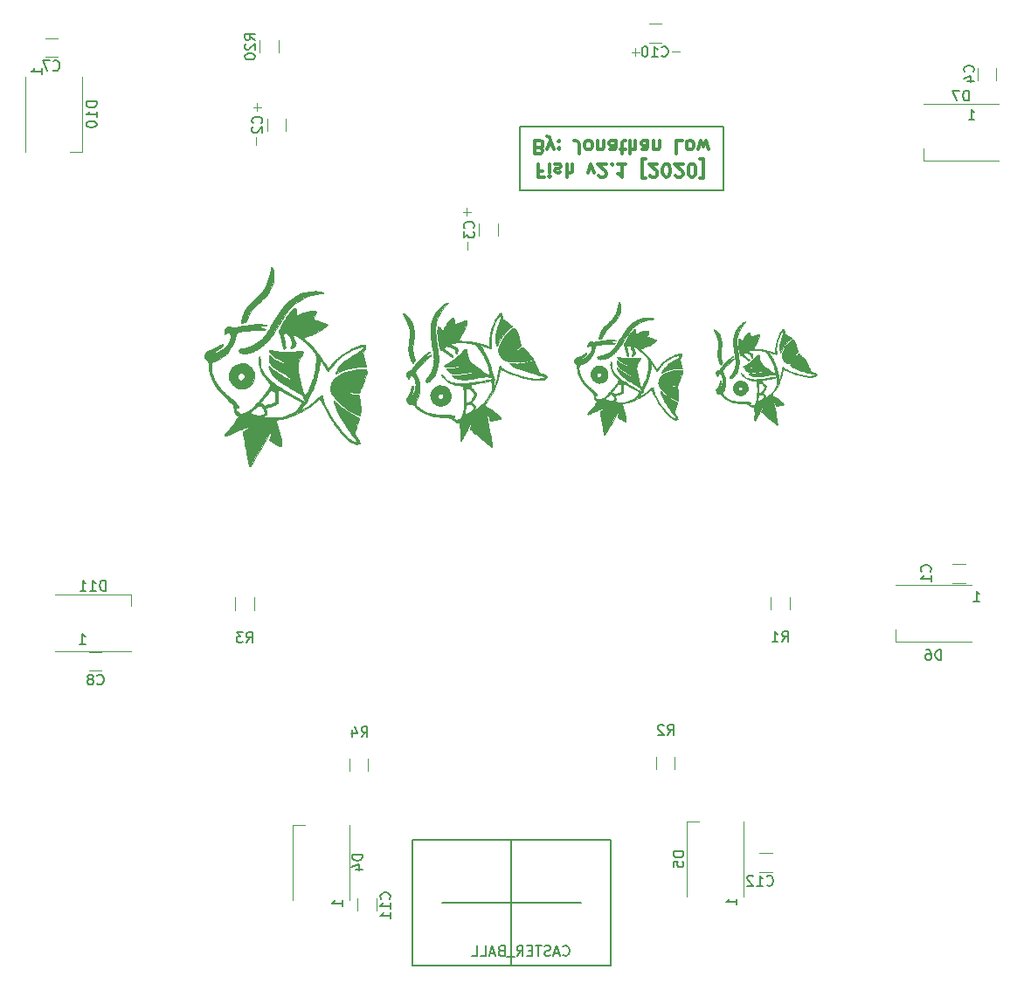
<source format=gbr>
G04 #@! TF.GenerationSoftware,KiCad,Pcbnew,(5.0.0-3-g5ebb6b6)*
G04 #@! TF.CreationDate,2020-04-03T00:44:59-07:00*
G04 #@! TF.ProjectId,mouse_v2,6D6F7573655F76322E6B696361645F70,rev?*
G04 #@! TF.SameCoordinates,Original*
G04 #@! TF.FileFunction,Legend,Bot*
G04 #@! TF.FilePolarity,Positive*
%FSLAX46Y46*%
G04 Gerber Fmt 4.6, Leading zero omitted, Abs format (unit mm)*
G04 Created by KiCad (PCBNEW (5.0.0-3-g5ebb6b6)) date Friday, April 03, 2020 at 12:44:59 AM*
%MOMM*%
%LPD*%
G01*
G04 APERTURE LIST*
%ADD10C,0.200000*%
%ADD11C,0.100000*%
%ADD12C,0.300000*%
%ADD13C,0.150000*%
%ADD14C,0.120000*%
%ADD15C,0.010000*%
G04 APERTURE END LIST*
D10*
X160842960Y-74533760D02*
X160837880Y-68402200D01*
X180543200Y-74533760D02*
X160842960Y-74533760D01*
X180543200Y-68338700D02*
X180543200Y-74533760D01*
X160822640Y-68351400D02*
X180543200Y-68338700D01*
D11*
X172412612Y-61122251D02*
X171650707Y-61122251D01*
X172031660Y-60741299D02*
X172031660Y-61503203D01*
X176314052Y-61068911D02*
X175552147Y-61068911D01*
X155699768Y-77015292D02*
X155699768Y-76253387D01*
X156080720Y-76634340D02*
X155318816Y-76634340D01*
X155788668Y-80276652D02*
X155788668Y-79514747D01*
X135308031Y-69336967D02*
X135308031Y-70098872D01*
X134998507Y-66479728D02*
X135760412Y-66479728D01*
X135379460Y-66860680D02*
X135379460Y-66098776D01*
D12*
X163038154Y-72637577D02*
X162604820Y-72637577D01*
X162604820Y-71956624D02*
X162604820Y-73256624D01*
X163223868Y-73256624D01*
X163719106Y-71956624D02*
X163719106Y-72823291D01*
X163719106Y-73256624D02*
X163657201Y-73194720D01*
X163719106Y-73132815D01*
X163781011Y-73194720D01*
X163719106Y-73256624D01*
X163719106Y-73132815D01*
X164276249Y-72018529D02*
X164400059Y-71956624D01*
X164647678Y-71956624D01*
X164771487Y-72018529D01*
X164833392Y-72142339D01*
X164833392Y-72204243D01*
X164771487Y-72328053D01*
X164647678Y-72389958D01*
X164461963Y-72389958D01*
X164338154Y-72451862D01*
X164276249Y-72575672D01*
X164276249Y-72637577D01*
X164338154Y-72761386D01*
X164461963Y-72823291D01*
X164647678Y-72823291D01*
X164771487Y-72761386D01*
X165390535Y-71956624D02*
X165390535Y-73256624D01*
X165947678Y-71956624D02*
X165947678Y-72637577D01*
X165885773Y-72761386D01*
X165761963Y-72823291D01*
X165576249Y-72823291D01*
X165452440Y-72761386D01*
X165390535Y-72699481D01*
X167433392Y-72823291D02*
X167742916Y-71956624D01*
X168052440Y-72823291D01*
X168485773Y-73132815D02*
X168547678Y-73194720D01*
X168671487Y-73256624D01*
X168981011Y-73256624D01*
X169104820Y-73194720D01*
X169166725Y-73132815D01*
X169228630Y-73009005D01*
X169228630Y-72885196D01*
X169166725Y-72699481D01*
X168423868Y-71956624D01*
X169228630Y-71956624D01*
X169785773Y-72080434D02*
X169847678Y-72018529D01*
X169785773Y-71956624D01*
X169723868Y-72018529D01*
X169785773Y-72080434D01*
X169785773Y-71956624D01*
X171085773Y-71956624D02*
X170342916Y-71956624D01*
X170714344Y-71956624D02*
X170714344Y-73256624D01*
X170590535Y-73070910D01*
X170466725Y-72947100D01*
X170342916Y-72885196D01*
X173004820Y-71523291D02*
X172695297Y-71523291D01*
X172695297Y-73380434D01*
X173004820Y-73380434D01*
X173438154Y-73132815D02*
X173500059Y-73194720D01*
X173623868Y-73256624D01*
X173933392Y-73256624D01*
X174057201Y-73194720D01*
X174119106Y-73132815D01*
X174181011Y-73009005D01*
X174181011Y-72885196D01*
X174119106Y-72699481D01*
X173376249Y-71956624D01*
X174181011Y-71956624D01*
X174985773Y-73256624D02*
X175109582Y-73256624D01*
X175233392Y-73194720D01*
X175295297Y-73132815D01*
X175357201Y-73009005D01*
X175419106Y-72761386D01*
X175419106Y-72451862D01*
X175357201Y-72204243D01*
X175295297Y-72080434D01*
X175233392Y-72018529D01*
X175109582Y-71956624D01*
X174985773Y-71956624D01*
X174861963Y-72018529D01*
X174800059Y-72080434D01*
X174738154Y-72204243D01*
X174676249Y-72451862D01*
X174676249Y-72761386D01*
X174738154Y-73009005D01*
X174800059Y-73132815D01*
X174861963Y-73194720D01*
X174985773Y-73256624D01*
X175914344Y-73132815D02*
X175976249Y-73194720D01*
X176100059Y-73256624D01*
X176409582Y-73256624D01*
X176533392Y-73194720D01*
X176595297Y-73132815D01*
X176657201Y-73009005D01*
X176657201Y-72885196D01*
X176595297Y-72699481D01*
X175852440Y-71956624D01*
X176657201Y-71956624D01*
X177461963Y-73256624D02*
X177585773Y-73256624D01*
X177709582Y-73194720D01*
X177771487Y-73132815D01*
X177833392Y-73009005D01*
X177895297Y-72761386D01*
X177895297Y-72451862D01*
X177833392Y-72204243D01*
X177771487Y-72080434D01*
X177709582Y-72018529D01*
X177585773Y-71956624D01*
X177461963Y-71956624D01*
X177338154Y-72018529D01*
X177276249Y-72080434D01*
X177214344Y-72204243D01*
X177152440Y-72451862D01*
X177152440Y-72761386D01*
X177214344Y-73009005D01*
X177276249Y-73132815D01*
X177338154Y-73194720D01*
X177461963Y-73256624D01*
X178328630Y-71523291D02*
X178638154Y-71523291D01*
X178638154Y-73380434D01*
X178328630Y-73380434D01*
X162759582Y-70387577D02*
X162945297Y-70325672D01*
X163007201Y-70263767D01*
X163069106Y-70139958D01*
X163069106Y-69954243D01*
X163007201Y-69830434D01*
X162945297Y-69768529D01*
X162821487Y-69706624D01*
X162326249Y-69706624D01*
X162326249Y-71006624D01*
X162759582Y-71006624D01*
X162883392Y-70944720D01*
X162945297Y-70882815D01*
X163007201Y-70759005D01*
X163007201Y-70635196D01*
X162945297Y-70511386D01*
X162883392Y-70449481D01*
X162759582Y-70387577D01*
X162326249Y-70387577D01*
X163502440Y-70573291D02*
X163811963Y-69706624D01*
X164121487Y-70573291D02*
X163811963Y-69706624D01*
X163688154Y-69397100D01*
X163626249Y-69335196D01*
X163502440Y-69273291D01*
X164616725Y-69830434D02*
X164678630Y-69768529D01*
X164616725Y-69706624D01*
X164554820Y-69768529D01*
X164616725Y-69830434D01*
X164616725Y-69706624D01*
X164616725Y-70511386D02*
X164678630Y-70449481D01*
X164616725Y-70387577D01*
X164554820Y-70449481D01*
X164616725Y-70511386D01*
X164616725Y-70387577D01*
X166597678Y-71006624D02*
X166597678Y-70078053D01*
X166535773Y-69892339D01*
X166411963Y-69768529D01*
X166226249Y-69706624D01*
X166102440Y-69706624D01*
X167402440Y-69706624D02*
X167278630Y-69768529D01*
X167216725Y-69830434D01*
X167154820Y-69954243D01*
X167154820Y-70325672D01*
X167216725Y-70449481D01*
X167278630Y-70511386D01*
X167402440Y-70573291D01*
X167588154Y-70573291D01*
X167711963Y-70511386D01*
X167773868Y-70449481D01*
X167835773Y-70325672D01*
X167835773Y-69954243D01*
X167773868Y-69830434D01*
X167711963Y-69768529D01*
X167588154Y-69706624D01*
X167402440Y-69706624D01*
X168392916Y-70573291D02*
X168392916Y-69706624D01*
X168392916Y-70449481D02*
X168454820Y-70511386D01*
X168578630Y-70573291D01*
X168764344Y-70573291D01*
X168888154Y-70511386D01*
X168950059Y-70387577D01*
X168950059Y-69706624D01*
X170126249Y-69706624D02*
X170126249Y-70387577D01*
X170064344Y-70511386D01*
X169940535Y-70573291D01*
X169692916Y-70573291D01*
X169569106Y-70511386D01*
X170126249Y-69768529D02*
X170002440Y-69706624D01*
X169692916Y-69706624D01*
X169569106Y-69768529D01*
X169507201Y-69892339D01*
X169507201Y-70016148D01*
X169569106Y-70139958D01*
X169692916Y-70201862D01*
X170002440Y-70201862D01*
X170126249Y-70263767D01*
X170559582Y-70573291D02*
X171054820Y-70573291D01*
X170745297Y-71006624D02*
X170745297Y-69892339D01*
X170807201Y-69768529D01*
X170931011Y-69706624D01*
X171054820Y-69706624D01*
X171488154Y-69706624D02*
X171488154Y-71006624D01*
X172045297Y-69706624D02*
X172045297Y-70387577D01*
X171983392Y-70511386D01*
X171859582Y-70573291D01*
X171673868Y-70573291D01*
X171550059Y-70511386D01*
X171488154Y-70449481D01*
X173221487Y-69706624D02*
X173221487Y-70387577D01*
X173159582Y-70511386D01*
X173035773Y-70573291D01*
X172788154Y-70573291D01*
X172664344Y-70511386D01*
X173221487Y-69768529D02*
X173097678Y-69706624D01*
X172788154Y-69706624D01*
X172664344Y-69768529D01*
X172602440Y-69892339D01*
X172602440Y-70016148D01*
X172664344Y-70139958D01*
X172788154Y-70201862D01*
X173097678Y-70201862D01*
X173221487Y-70263767D01*
X173840535Y-70573291D02*
X173840535Y-69706624D01*
X173840535Y-70449481D02*
X173902440Y-70511386D01*
X174026249Y-70573291D01*
X174211963Y-70573291D01*
X174335773Y-70511386D01*
X174397678Y-70387577D01*
X174397678Y-69706624D01*
X176626249Y-69706624D02*
X176007201Y-69706624D01*
X176007201Y-71006624D01*
X177245297Y-69706624D02*
X177121487Y-69768529D01*
X177059582Y-69830434D01*
X176997678Y-69954243D01*
X176997678Y-70325672D01*
X177059582Y-70449481D01*
X177121487Y-70511386D01*
X177245297Y-70573291D01*
X177431011Y-70573291D01*
X177554820Y-70511386D01*
X177616725Y-70449481D01*
X177678630Y-70325672D01*
X177678630Y-69954243D01*
X177616725Y-69830434D01*
X177554820Y-69768529D01*
X177431011Y-69706624D01*
X177245297Y-69706624D01*
X178111963Y-70573291D02*
X178359582Y-69706624D01*
X178607201Y-70325672D01*
X178854820Y-69706624D01*
X179102440Y-70573291D01*
D13*
G04 #@! TO.C,M3*
X160032700Y-143624300D02*
X166782700Y-143624300D01*
X160032700Y-143624300D02*
X153282700Y-143624300D01*
X160032700Y-143624300D02*
X160032700Y-149724300D01*
X160032700Y-143624300D02*
X160032700Y-137524300D01*
X160032700Y-149724300D02*
X150432700Y-149724300D01*
X160032700Y-149724300D02*
X169632700Y-149724300D01*
X160032700Y-137524300D02*
X169632700Y-137524300D01*
X160032700Y-137524300D02*
X150432700Y-137524300D01*
X169632700Y-137524300D02*
X169632700Y-149724300D01*
X150432700Y-137524300D02*
X150432700Y-149724300D01*
D14*
G04 #@! TO.C,D6*
X204594480Y-112789520D02*
X197294480Y-112789520D01*
X204594480Y-118289520D02*
X197294480Y-118289520D01*
X197294480Y-118289520D02*
X197294480Y-117139520D01*
G04 #@! TO.C,D7*
X199966560Y-71639880D02*
X199966560Y-70489880D01*
X207266560Y-71639880D02*
X199966560Y-71639880D01*
X207266560Y-66139880D02*
X199966560Y-66139880D01*
G04 #@! TO.C,D10*
X112893660Y-63497440D02*
X112893660Y-70797440D01*
X118393660Y-63497440D02*
X118393660Y-70797440D01*
X118393660Y-70797440D02*
X117243660Y-70797440D01*
G04 #@! TO.C,D11*
X123144300Y-113703920D02*
X123144300Y-114853920D01*
X115844300Y-113703920D02*
X123144300Y-113703920D01*
X115844300Y-119203920D02*
X123144300Y-119203920D01*
G04 #@! TO.C,C1*
X204000184Y-110781420D02*
X202796056Y-110781420D01*
X204000184Y-112601420D02*
X202796056Y-112601420D01*
G04 #@! TO.C,C2*
X136351600Y-67571536D02*
X136351600Y-68775664D01*
X138171600Y-67571536D02*
X138171600Y-68775664D01*
G04 #@! TO.C,C3*
X158692260Y-77755336D02*
X158692260Y-78959464D01*
X156872260Y-77755336D02*
X156872260Y-78959464D01*
G04 #@! TO.C,C4*
X205172900Y-63878544D02*
X205172900Y-62674416D01*
X206992900Y-63878544D02*
X206992900Y-62674416D01*
G04 #@! TO.C,C7*
X114861256Y-61585520D02*
X116065384Y-61585520D01*
X114861256Y-59765520D02*
X116065384Y-59765520D01*
G04 #@! TO.C,C8*
X119125916Y-121123120D02*
X120330044Y-121123120D01*
X119125916Y-119303120D02*
X120330044Y-119303120D01*
G04 #@! TO.C,C10*
X173337136Y-60211380D02*
X174541264Y-60211380D01*
X173337136Y-58391380D02*
X174541264Y-58391380D01*
G04 #@! TO.C,C11*
X146939680Y-143182256D02*
X146939680Y-144386384D01*
X145119680Y-143182256D02*
X145119680Y-144386384D01*
G04 #@! TO.C,C12*
X184071176Y-140635400D02*
X185275304Y-140635400D01*
X184071176Y-138815400D02*
X185275304Y-138815400D01*
G04 #@! TO.C,D4*
X138875320Y-136042380D02*
X140025320Y-136042380D01*
X138875320Y-143342380D02*
X138875320Y-136042380D01*
X144375320Y-143342380D02*
X144375320Y-136042380D01*
G04 #@! TO.C,D5*
X182513420Y-143045200D02*
X182513420Y-135745200D01*
X177013420Y-143045200D02*
X177013420Y-135745200D01*
X177013420Y-135745200D02*
X178163420Y-135745200D01*
G04 #@! TO.C,R20*
X135655640Y-59984556D02*
X135655640Y-61188684D01*
X137475640Y-59984556D02*
X137475640Y-61188684D01*
G04 #@! TO.C,R1*
X185147540Y-115171304D02*
X185147540Y-113967176D01*
X186967540Y-115171304D02*
X186967540Y-113967176D01*
G04 #@! TO.C,R2*
X175870280Y-130703404D02*
X175870280Y-129499276D01*
X174050280Y-130703404D02*
X174050280Y-129499276D01*
G04 #@! TO.C,R3*
X135080420Y-114028136D02*
X135080420Y-115232264D01*
X133260420Y-114028136D02*
X133260420Y-115232264D01*
G04 #@! TO.C,R4*
X146147200Y-130838024D02*
X146147200Y-129633896D01*
X144327200Y-130838024D02*
X144327200Y-129633896D01*
D15*
G04 #@! TO.C,G\002A\002A\002A*
G36*
X133472250Y-93706584D02*
X133533049Y-93728450D01*
X133543826Y-93728375D01*
X133608711Y-93732770D01*
X133647132Y-93748536D01*
X133740621Y-93774389D01*
X133876748Y-93776262D01*
X134040604Y-93757020D01*
X134217279Y-93719529D01*
X134391863Y-93666653D01*
X134549450Y-93601259D01*
X134623755Y-93560823D01*
X134798242Y-93419279D01*
X134940918Y-93232899D01*
X135047762Y-93013949D01*
X135114760Y-92774689D01*
X135137892Y-92527381D01*
X135113141Y-92284286D01*
X135080825Y-92165995D01*
X134972629Y-91934102D01*
X134818148Y-91724969D01*
X134628272Y-91548540D01*
X134413895Y-91414757D01*
X134185909Y-91333567D01*
X134163991Y-91328961D01*
X133888964Y-91305717D01*
X133612936Y-91340243D01*
X133350566Y-91429457D01*
X133156738Y-91540665D01*
X133068801Y-91606666D01*
X133001050Y-91671411D01*
X132939145Y-91751970D01*
X132868743Y-91865415D01*
X132835276Y-91923326D01*
X132800109Y-91986912D01*
X133553164Y-92421689D01*
X133647584Y-92311357D01*
X133765690Y-92256057D01*
X133896747Y-92258837D01*
X133991144Y-92297373D01*
X134073334Y-92353795D01*
X134133512Y-92410753D01*
X134141607Y-92421992D01*
X134169482Y-92513856D01*
X134167912Y-92630073D01*
X134138208Y-92739443D01*
X134127380Y-92760618D01*
X134057434Y-92843335D01*
X133961071Y-92911831D01*
X133859895Y-92954007D01*
X133775513Y-92957765D01*
X133775375Y-92957726D01*
X133670364Y-92901901D01*
X133575727Y-92808444D01*
X133511707Y-92699913D01*
X133497667Y-92648216D01*
X133510432Y-92516470D01*
X133553164Y-92421689D01*
X132800109Y-91986912D01*
X132762557Y-92054812D01*
X132716407Y-92154300D01*
X132689467Y-92243465D01*
X132674375Y-92343984D01*
X132668202Y-92415353D01*
X132665247Y-92559542D01*
X132674851Y-92705763D01*
X132692126Y-92809131D01*
X132740601Y-92957932D01*
X132809204Y-93114113D01*
X132887173Y-93256338D01*
X132963747Y-93363271D01*
X132980767Y-93381359D01*
X133056144Y-93445657D01*
X133157356Y-93519190D01*
X133270028Y-93593095D01*
X133379784Y-93658513D01*
X133472250Y-93706584D01*
X133472250Y-93706584D01*
G37*
X133472250Y-93706584D02*
X133533049Y-93728450D01*
X133543826Y-93728375D01*
X133608711Y-93732770D01*
X133647132Y-93748536D01*
X133740621Y-93774389D01*
X133876748Y-93776262D01*
X134040604Y-93757020D01*
X134217279Y-93719529D01*
X134391863Y-93666653D01*
X134549450Y-93601259D01*
X134623755Y-93560823D01*
X134798242Y-93419279D01*
X134940918Y-93232899D01*
X135047762Y-93013949D01*
X135114760Y-92774689D01*
X135137892Y-92527381D01*
X135113141Y-92284286D01*
X135080825Y-92165995D01*
X134972629Y-91934102D01*
X134818148Y-91724969D01*
X134628272Y-91548540D01*
X134413895Y-91414757D01*
X134185909Y-91333567D01*
X134163991Y-91328961D01*
X133888964Y-91305717D01*
X133612936Y-91340243D01*
X133350566Y-91429457D01*
X133156738Y-91540665D01*
X133068801Y-91606666D01*
X133001050Y-91671411D01*
X132939145Y-91751970D01*
X132868743Y-91865415D01*
X132835276Y-91923326D01*
X132800109Y-91986912D01*
X133553164Y-92421689D01*
X133647584Y-92311357D01*
X133765690Y-92256057D01*
X133896747Y-92258837D01*
X133991144Y-92297373D01*
X134073334Y-92353795D01*
X134133512Y-92410753D01*
X134141607Y-92421992D01*
X134169482Y-92513856D01*
X134167912Y-92630073D01*
X134138208Y-92739443D01*
X134127380Y-92760618D01*
X134057434Y-92843335D01*
X133961071Y-92911831D01*
X133859895Y-92954007D01*
X133775513Y-92957765D01*
X133775375Y-92957726D01*
X133670364Y-92901901D01*
X133575727Y-92808444D01*
X133511707Y-92699913D01*
X133497667Y-92648216D01*
X133510432Y-92516470D01*
X133553164Y-92421689D01*
X132800109Y-91986912D01*
X132762557Y-92054812D01*
X132716407Y-92154300D01*
X132689467Y-92243465D01*
X132674375Y-92343984D01*
X132668202Y-92415353D01*
X132665247Y-92559542D01*
X132674851Y-92705763D01*
X132692126Y-92809131D01*
X132740601Y-92957932D01*
X132809204Y-93114113D01*
X132887173Y-93256338D01*
X132963747Y-93363271D01*
X132980767Y-93381359D01*
X133056144Y-93445657D01*
X133157356Y-93519190D01*
X133270028Y-93593095D01*
X133379784Y-93658513D01*
X133472250Y-93706584D01*
G36*
X144565809Y-96023184D02*
X144718426Y-96105001D01*
X144847908Y-96169221D01*
X144941561Y-96208566D01*
X144964202Y-96215271D01*
X145068540Y-96249720D01*
X145178343Y-96300285D01*
X145194158Y-96309099D01*
X145274385Y-96348425D01*
X145319820Y-96349697D01*
X145337093Y-96331824D01*
X145360753Y-96259106D01*
X145380723Y-96138702D01*
X145396044Y-95986367D01*
X145405760Y-95817857D01*
X145408912Y-95648928D01*
X145404542Y-95495333D01*
X145394363Y-95389723D01*
X145371015Y-95227721D01*
X145344222Y-95038816D01*
X145319084Y-94859025D01*
X145314683Y-94827180D01*
X145289595Y-94650268D01*
X145268330Y-94526813D01*
X145246373Y-94447319D01*
X145219209Y-94402294D01*
X145182325Y-94382244D01*
X145131203Y-94377673D01*
X145101155Y-94378168D01*
X144947636Y-94373302D01*
X144787306Y-94353454D01*
X144631977Y-94321981D01*
X144493466Y-94282236D01*
X144383588Y-94237572D01*
X144314159Y-94191345D01*
X144296288Y-94149688D01*
X144329613Y-94137139D01*
X144417278Y-94130886D01*
X144550418Y-94131070D01*
X144720173Y-94137833D01*
X144787053Y-94141811D01*
X145269861Y-94172812D01*
X145311886Y-94068069D01*
X145344846Y-93985616D01*
X145391319Y-93868987D01*
X145441404Y-93743033D01*
X145442747Y-93739653D01*
X145498795Y-93602609D01*
X145568391Y-93438194D01*
X145638639Y-93276770D01*
X145655364Y-93239158D01*
X145795689Y-92910520D01*
X145900072Y-92631827D01*
X145968920Y-92400954D01*
X146002638Y-92215779D01*
X146001634Y-92074177D01*
X145966312Y-91974025D01*
X145907923Y-91918924D01*
X145840254Y-91897604D01*
X145733162Y-91881725D01*
X145618862Y-91875037D01*
X145323331Y-91880486D01*
X145034669Y-91907985D01*
X144732732Y-91960337D01*
X144397380Y-92040342D01*
X144361348Y-92049940D01*
X143951749Y-92173241D01*
X143592115Y-92309226D01*
X143285098Y-92456447D01*
X143033351Y-92613459D01*
X142839529Y-92778812D01*
X142706286Y-92951059D01*
X142704926Y-92953404D01*
X142649365Y-93069675D01*
X142596098Y-93216022D01*
X142548977Y-93376674D01*
X142511856Y-93535858D01*
X142488585Y-93677803D01*
X142483020Y-93786737D01*
X142490422Y-93831553D01*
X142499819Y-93876124D01*
X142511845Y-93954573D01*
X142513339Y-93965721D01*
X142528556Y-94048043D01*
X142555107Y-94128910D01*
X142598314Y-94217178D01*
X142663503Y-94321702D01*
X142755999Y-94451338D01*
X142881127Y-94614943D01*
X142976865Y-94736609D01*
X143090375Y-94867059D01*
X143240050Y-95020331D01*
X143410833Y-95181717D01*
X143587669Y-95336507D01*
X143609755Y-95354913D01*
X143718996Y-95446860D01*
X143827772Y-95540770D01*
X143899832Y-95604860D01*
X143977778Y-95665496D01*
X144096038Y-95744925D01*
X144241924Y-95835867D01*
X144402744Y-95931047D01*
X144565809Y-96023184D01*
X144565809Y-96023184D01*
G37*
X144565809Y-96023184D02*
X144718426Y-96105001D01*
X144847908Y-96169221D01*
X144941561Y-96208566D01*
X144964202Y-96215271D01*
X145068540Y-96249720D01*
X145178343Y-96300285D01*
X145194158Y-96309099D01*
X145274385Y-96348425D01*
X145319820Y-96349697D01*
X145337093Y-96331824D01*
X145360753Y-96259106D01*
X145380723Y-96138702D01*
X145396044Y-95986367D01*
X145405760Y-95817857D01*
X145408912Y-95648928D01*
X145404542Y-95495333D01*
X145394363Y-95389723D01*
X145371015Y-95227721D01*
X145344222Y-95038816D01*
X145319084Y-94859025D01*
X145314683Y-94827180D01*
X145289595Y-94650268D01*
X145268330Y-94526813D01*
X145246373Y-94447319D01*
X145219209Y-94402294D01*
X145182325Y-94382244D01*
X145131203Y-94377673D01*
X145101155Y-94378168D01*
X144947636Y-94373302D01*
X144787306Y-94353454D01*
X144631977Y-94321981D01*
X144493466Y-94282236D01*
X144383588Y-94237572D01*
X144314159Y-94191345D01*
X144296288Y-94149688D01*
X144329613Y-94137139D01*
X144417278Y-94130886D01*
X144550418Y-94131070D01*
X144720173Y-94137833D01*
X144787053Y-94141811D01*
X145269861Y-94172812D01*
X145311886Y-94068069D01*
X145344846Y-93985616D01*
X145391319Y-93868987D01*
X145441404Y-93743033D01*
X145442747Y-93739653D01*
X145498795Y-93602609D01*
X145568391Y-93438194D01*
X145638639Y-93276770D01*
X145655364Y-93239158D01*
X145795689Y-92910520D01*
X145900072Y-92631827D01*
X145968920Y-92400954D01*
X146002638Y-92215779D01*
X146001634Y-92074177D01*
X145966312Y-91974025D01*
X145907923Y-91918924D01*
X145840254Y-91897604D01*
X145733162Y-91881725D01*
X145618862Y-91875037D01*
X145323331Y-91880486D01*
X145034669Y-91907985D01*
X144732732Y-91960337D01*
X144397380Y-92040342D01*
X144361348Y-92049940D01*
X143951749Y-92173241D01*
X143592115Y-92309226D01*
X143285098Y-92456447D01*
X143033351Y-92613459D01*
X142839529Y-92778812D01*
X142706286Y-92951059D01*
X142704926Y-92953404D01*
X142649365Y-93069675D01*
X142596098Y-93216022D01*
X142548977Y-93376674D01*
X142511856Y-93535858D01*
X142488585Y-93677803D01*
X142483020Y-93786737D01*
X142490422Y-93831553D01*
X142499819Y-93876124D01*
X142511845Y-93954573D01*
X142513339Y-93965721D01*
X142528556Y-94048043D01*
X142555107Y-94128910D01*
X142598314Y-94217178D01*
X142663503Y-94321702D01*
X142755999Y-94451338D01*
X142881127Y-94614943D01*
X142976865Y-94736609D01*
X143090375Y-94867059D01*
X143240050Y-95020331D01*
X143410833Y-95181717D01*
X143587669Y-95336507D01*
X143609755Y-95354913D01*
X143718996Y-95446860D01*
X143827772Y-95540770D01*
X143899832Y-95604860D01*
X143977778Y-95665496D01*
X144096038Y-95744925D01*
X144241924Y-95835867D01*
X144402744Y-95931047D01*
X144565809Y-96023184D01*
G36*
X134690719Y-101326196D02*
X134710700Y-101319153D01*
X134733775Y-101288448D01*
X134785535Y-101207523D01*
X134863081Y-101081247D01*
X134963515Y-100914491D01*
X135083938Y-100712123D01*
X135221453Y-100479012D01*
X135373160Y-100220027D01*
X135536162Y-99940038D01*
X135697352Y-99661596D01*
X136641915Y-98025565D01*
X136709894Y-98064813D01*
X136750983Y-98100075D01*
X136756865Y-98151220D01*
X136735754Y-98226391D01*
X136702161Y-98323824D01*
X136658666Y-98449808D01*
X136624953Y-98547368D01*
X136556272Y-98746016D01*
X136792117Y-98908713D01*
X136933399Y-99000916D01*
X137089182Y-99093925D01*
X137248594Y-99182228D01*
X137400760Y-99260311D01*
X137534808Y-99322656D01*
X137639865Y-99363751D01*
X137705057Y-99378081D01*
X137714610Y-99376575D01*
X137751498Y-99330149D01*
X137768271Y-99229938D01*
X137766059Y-99081995D01*
X137745993Y-98892376D01*
X137709202Y-98667134D01*
X137656819Y-98412324D01*
X137589974Y-98134001D01*
X137509796Y-97838219D01*
X137417418Y-97531033D01*
X137313969Y-97218496D01*
X137308852Y-97203771D01*
X137263166Y-97064890D01*
X137241005Y-96960889D01*
X137248700Y-96884113D01*
X137292582Y-96826912D01*
X137378981Y-96781631D01*
X137514232Y-96740618D01*
X137704666Y-96696220D01*
X137734164Y-96689723D01*
X138128580Y-96594634D01*
X138490179Y-96488020D01*
X138837171Y-96363056D01*
X139187774Y-96212912D01*
X139560196Y-96030763D01*
X139730975Y-95941222D01*
X140035415Y-95774693D01*
X140290138Y-95625710D01*
X140504454Y-95488412D01*
X140687673Y-95356930D01*
X140796908Y-95269808D01*
X140896131Y-95187579D01*
X140982077Y-95117058D01*
X141038361Y-95071676D01*
X141043573Y-95067602D01*
X141104858Y-95018111D01*
X141180869Y-94954261D01*
X141187162Y-94948864D01*
X141306276Y-94849538D01*
X141386249Y-94790555D01*
X141433180Y-94767696D01*
X141447116Y-94768993D01*
X141488539Y-94814049D01*
X141553394Y-94913136D01*
X141639358Y-95062246D01*
X141744101Y-95257372D01*
X141846264Y-95456618D01*
X142070497Y-95892385D01*
X142274956Y-96270203D01*
X142460794Y-96592072D01*
X142629163Y-96859997D01*
X142772067Y-97063824D01*
X142842571Y-97159536D01*
X142931604Y-97282636D01*
X143021339Y-97408449D01*
X143031987Y-97423521D01*
X143104305Y-97524581D01*
X143162616Y-97603417D01*
X143197479Y-97647359D01*
X143202466Y-97652194D01*
X143227679Y-97680864D01*
X143277460Y-97746235D01*
X143328455Y-97816588D01*
X143393553Y-97903434D01*
X143448345Y-97968339D01*
X143474897Y-97992791D01*
X143514321Y-98032707D01*
X143518709Y-98043211D01*
X143546196Y-98089434D01*
X143606416Y-98165801D01*
X143687115Y-98257643D01*
X143771219Y-98345499D01*
X143850658Y-98424676D01*
X143936711Y-98510402D01*
X143945767Y-98519422D01*
X144011947Y-98579688D01*
X144112131Y-98664332D01*
X144229658Y-98759449D01*
X144292302Y-98808595D01*
X144431154Y-98912290D01*
X144541785Y-98983976D01*
X144642714Y-99034624D01*
X144729394Y-99067529D01*
X144884326Y-99115427D01*
X144999847Y-99137052D01*
X145093793Y-99133614D01*
X145183998Y-99106318D01*
X145200152Y-99099433D01*
X145315592Y-99048655D01*
X145292303Y-98901374D01*
X145255285Y-98778488D01*
X145177385Y-98637703D01*
X145105620Y-98535798D01*
X145024409Y-98426800D01*
X144952957Y-98330014D01*
X144903672Y-98262272D01*
X144895307Y-98250477D01*
X144871248Y-98209248D01*
X144856648Y-98161883D01*
X144852867Y-98101426D01*
X144861268Y-98020923D01*
X144883211Y-97913420D01*
X144920058Y-97771961D01*
X144973168Y-97589593D01*
X145043906Y-97359360D01*
X145112304Y-97141723D01*
X145159433Y-96990850D01*
X145201402Y-96853342D01*
X145233260Y-96745622D01*
X145248878Y-96688978D01*
X145272781Y-96592793D01*
X144394903Y-96085908D01*
X144114372Y-95922845D01*
X143885335Y-95787203D01*
X143703409Y-95676242D01*
X143564211Y-95587218D01*
X143463357Y-95517387D01*
X143396464Y-95464007D01*
X143386890Y-95455175D01*
X143241220Y-95315415D01*
X143134450Y-95210127D01*
X143058430Y-95131131D01*
X143012273Y-95078982D01*
X142937318Y-95012905D01*
X142871108Y-94974236D01*
X142787350Y-94937859D01*
X142832531Y-95138960D01*
X142883594Y-95317234D01*
X142962777Y-95531773D01*
X143063239Y-95765829D01*
X143178141Y-96002660D01*
X143210738Y-96064881D01*
X143271489Y-96179206D01*
X143325478Y-96281380D01*
X143361294Y-96349811D01*
X143361984Y-96351145D01*
X143507202Y-96617098D01*
X143684287Y-96916571D01*
X143883715Y-97234934D01*
X144095964Y-97557550D01*
X144311508Y-97869787D01*
X144520824Y-98157010D01*
X144628907Y-98297825D01*
X144742517Y-98446067D01*
X144843698Y-98584508D01*
X144924999Y-98702453D01*
X144978970Y-98789204D01*
X144996458Y-98825521D01*
X145016288Y-98894894D01*
X145007274Y-98925025D01*
X144961356Y-98936670D01*
X144952857Y-98937829D01*
X144877941Y-98929090D01*
X144782553Y-98894761D01*
X144749193Y-98877836D01*
X144524040Y-98748465D01*
X144338411Y-98633164D01*
X144198750Y-98536107D01*
X144120570Y-98470655D01*
X143985073Y-98337194D01*
X143883570Y-98234787D01*
X143803839Y-98150941D01*
X143751709Y-98093541D01*
X143616915Y-97939307D01*
X143499429Y-97799204D01*
X143411852Y-97688299D01*
X143404666Y-97678637D01*
X143354101Y-97611625D01*
X143279995Y-97515187D01*
X143198082Y-97409797D01*
X143195310Y-97406252D01*
X143111315Y-97293637D01*
X143002777Y-97140462D01*
X142878647Y-96960115D01*
X142747872Y-96765984D01*
X142619402Y-96571455D01*
X142502190Y-96389918D01*
X142405182Y-96234760D01*
X142349421Y-96140875D01*
X142222893Y-95908220D01*
X142104306Y-95669228D01*
X141996640Y-95431890D01*
X141902869Y-95204197D01*
X141825974Y-94994138D01*
X141768930Y-94809704D01*
X141734717Y-94658888D01*
X141726312Y-94549677D01*
X141738216Y-94500763D01*
X141749349Y-94443935D01*
X141711214Y-94414823D01*
X141634691Y-94420792D01*
X141624555Y-94423856D01*
X141564230Y-94455942D01*
X141469976Y-94520430D01*
X141355103Y-94607282D01*
X141232916Y-94706462D01*
X141123257Y-94801983D01*
X140904871Y-94991645D01*
X140669285Y-95181654D01*
X140437187Y-95355848D01*
X140246232Y-95487139D01*
X140067782Y-95600647D01*
X139933440Y-95680314D01*
X139835952Y-95729639D01*
X139768063Y-95752123D01*
X139722523Y-95751267D01*
X139710084Y-95745851D01*
X139700524Y-95707938D01*
X139726731Y-95637996D01*
X139779618Y-95548947D01*
X139850100Y-95453712D01*
X139929089Y-95365213D01*
X140007499Y-95296371D01*
X140041569Y-95274478D01*
X140128271Y-95212765D01*
X140194291Y-95139908D01*
X140227025Y-95072276D01*
X140223877Y-95037687D01*
X140228135Y-94992675D01*
X140258157Y-94900637D01*
X140310002Y-94770673D01*
X140379737Y-94611882D01*
X140463421Y-94433365D01*
X140557118Y-94244221D01*
X140618506Y-94125617D01*
X140700928Y-93964926D01*
X140770609Y-93817602D01*
X140834144Y-93667498D01*
X140898128Y-93498474D01*
X140969159Y-93294384D01*
X141018462Y-93146694D01*
X141044364Y-93061005D01*
X141079567Y-92934945D01*
X141118196Y-92789805D01*
X141136200Y-92719737D01*
X141172206Y-92580324D01*
X141205251Y-92456882D01*
X141230477Y-92367354D01*
X141239196Y-92339261D01*
X141264093Y-92250222D01*
X141275124Y-92195026D01*
X141287074Y-92132253D01*
X141309466Y-92028541D01*
X141337789Y-91904670D01*
X141342298Y-91885522D01*
X141375234Y-91732156D01*
X141409106Y-91551864D01*
X141437179Y-91380757D01*
X141439881Y-91362252D01*
X141471130Y-91189568D01*
X141507366Y-91079647D01*
X141550316Y-91031835D01*
X141601709Y-91045477D01*
X141663272Y-91119919D01*
X141734827Y-91250598D01*
X141782495Y-91344996D01*
X141819685Y-91412885D01*
X141836720Y-91437742D01*
X141857309Y-91467855D01*
X141899020Y-91540324D01*
X141953835Y-91641085D01*
X141969493Y-91670654D01*
X142062489Y-91843727D01*
X142134307Y-91963651D01*
X142191639Y-92034332D01*
X142241175Y-92059679D01*
X142289606Y-92043599D01*
X142343625Y-91990000D01*
X142397091Y-91920372D01*
X142557051Y-91702929D01*
X142686469Y-91529239D01*
X142791799Y-91391442D01*
X142879495Y-91281682D01*
X142956012Y-91192102D01*
X143027804Y-91114846D01*
X143101326Y-91042054D01*
X143175416Y-90972848D01*
X143334167Y-90834482D01*
X143516173Y-90687402D01*
X143700740Y-90547635D01*
X143867173Y-90431210D01*
X143912669Y-90401847D01*
X144093432Y-90295362D01*
X144307901Y-90180239D01*
X144540119Y-90064077D01*
X144774127Y-89954475D01*
X144993967Y-89859033D01*
X145183683Y-89785352D01*
X145262908Y-89758844D01*
X145441892Y-89711656D01*
X145567803Y-89696712D01*
X145640116Y-89713678D01*
X145658308Y-89762221D01*
X145621854Y-89842009D01*
X145544366Y-89937574D01*
X145454683Y-90021426D01*
X145330062Y-90120986D01*
X145191121Y-90221206D01*
X145058476Y-90307040D01*
X144974839Y-90353258D01*
X144859568Y-90415384D01*
X144703415Y-90508302D01*
X144516909Y-90625539D01*
X144310587Y-90760626D01*
X144297989Y-90769037D01*
X144179040Y-90848237D01*
X144072098Y-90918923D01*
X143993740Y-90970157D01*
X143971988Y-90984099D01*
X143891744Y-91044455D01*
X143782732Y-91139425D01*
X143658340Y-91256147D01*
X143531963Y-91381754D01*
X143416993Y-91503380D01*
X143342548Y-91588782D01*
X143270987Y-91685238D01*
X143192995Y-91806022D01*
X143115754Y-91937836D01*
X143046451Y-92067378D01*
X142992270Y-92181346D01*
X142960394Y-92266441D01*
X142955787Y-92304806D01*
X142986840Y-92310088D01*
X143060807Y-92288551D01*
X143165043Y-92244122D01*
X143189651Y-92232222D01*
X143725968Y-91995664D01*
X144250619Y-91820909D01*
X144765023Y-91707626D01*
X145270598Y-91655480D01*
X145644347Y-91656270D01*
X145773453Y-91660638D01*
X145875853Y-91660680D01*
X145937044Y-91656565D01*
X145947803Y-91652766D01*
X145943119Y-91618181D01*
X145924937Y-91531072D01*
X145895328Y-91400478D01*
X145856364Y-91235439D01*
X145810121Y-91044989D01*
X145786719Y-90950314D01*
X145616505Y-90265453D01*
X145746897Y-90036815D01*
X145822093Y-89894568D01*
X145865261Y-89783298D01*
X145883492Y-89683965D01*
X145884605Y-89667215D01*
X145886110Y-89580588D01*
X145881385Y-89526150D01*
X145877637Y-89518004D01*
X145839835Y-89511377D01*
X145762506Y-89504757D01*
X145731269Y-89502936D01*
X145611334Y-89513399D01*
X145442603Y-89553010D01*
X145231544Y-89619632D01*
X144984619Y-89711130D01*
X144708294Y-89825365D01*
X144566673Y-89887846D01*
X144404285Y-89968042D01*
X144213154Y-90073806D01*
X144006701Y-90196599D01*
X143798343Y-90327881D01*
X143601496Y-90459114D01*
X143429580Y-90581757D01*
X143296012Y-90687272D01*
X143259767Y-90719545D01*
X143208293Y-90765313D01*
X143123284Y-90838609D01*
X143019997Y-90926321D01*
X142979064Y-90960761D01*
X142816253Y-91112071D01*
X142661648Y-91289138D01*
X142545471Y-91443660D01*
X142452375Y-91568388D01*
X142369491Y-91669636D01*
X142305775Y-91736970D01*
X142274486Y-91759446D01*
X142243513Y-91760634D01*
X142208770Y-91740759D01*
X142164804Y-91692899D01*
X142106159Y-91610136D01*
X142027380Y-91485548D01*
X141926228Y-91317617D01*
X141846052Y-91186179D01*
X141752483Y-91037977D01*
X141652079Y-90882807D01*
X141551400Y-90730470D01*
X141457004Y-90590763D01*
X141375452Y-90473485D01*
X141313303Y-90388435D01*
X141277116Y-90345411D01*
X141273623Y-90342741D01*
X141229445Y-90294871D01*
X141222744Y-90278369D01*
X141198327Y-90240371D01*
X141139952Y-90166177D01*
X141056735Y-90066242D01*
X140957795Y-89951025D01*
X140852249Y-89830985D01*
X140749214Y-89716577D01*
X140657808Y-89618261D01*
X140587148Y-89546493D01*
X140573294Y-89533467D01*
X140508093Y-89474532D01*
X140414326Y-89390706D01*
X140311089Y-89299051D01*
X140300110Y-89289343D01*
X140186688Y-89182242D01*
X140083381Y-89072363D01*
X139998704Y-88970226D01*
X139941168Y-88886351D01*
X139919286Y-88831256D01*
X139921309Y-88821238D01*
X139960182Y-88794922D01*
X140051699Y-88752609D01*
X140188010Y-88697618D01*
X140361270Y-88633270D01*
X140389365Y-88623227D01*
X140597073Y-88548721D01*
X140758796Y-88488975D01*
X140888699Y-88438389D01*
X141000947Y-88391363D01*
X141109702Y-88342295D01*
X141162115Y-88317657D01*
X141400662Y-88193890D01*
X141643707Y-88045310D01*
X141905093Y-87863046D01*
X142091680Y-87722083D01*
X142152540Y-87658119D01*
X142183554Y-87597353D01*
X142181813Y-87547196D01*
X142138535Y-87513563D01*
X142101643Y-87499140D01*
X142018071Y-87468888D01*
X141905052Y-87426783D01*
X141825367Y-87396563D01*
X141711080Y-87353038D01*
X141563557Y-87297115D01*
X141409009Y-87238720D01*
X141359100Y-87219911D01*
X141215101Y-87165087D01*
X141075936Y-87111094D01*
X140964388Y-87066803D01*
X140932584Y-87053783D01*
X140792153Y-86995392D01*
X140908261Y-86791522D01*
X141014433Y-86589102D01*
X141076898Y-86430809D01*
X141096020Y-86315056D01*
X141072164Y-86240256D01*
X141040576Y-86215861D01*
X140994911Y-86207500D01*
X140907952Y-86200760D01*
X140836119Y-86198075D01*
X140572283Y-86213652D01*
X140274836Y-86269102D01*
X139956878Y-86361291D01*
X139635044Y-86485547D01*
X139486369Y-86549356D01*
X139359653Y-86602149D01*
X139265626Y-86639578D01*
X139215015Y-86657297D01*
X139209453Y-86657993D01*
X139199850Y-86625233D01*
X139185709Y-86545040D01*
X139169237Y-86433121D01*
X139152640Y-86305188D01*
X139138128Y-86176946D01*
X139130390Y-86095400D01*
X139102965Y-85995585D01*
X139047705Y-85944713D01*
X138974038Y-85948490D01*
X138930711Y-85974632D01*
X138852072Y-86045963D01*
X138745392Y-86155541D01*
X138621631Y-86291502D01*
X138491749Y-86441980D01*
X138428240Y-86518585D01*
X138360301Y-86612072D01*
X138266168Y-86757508D01*
X138148621Y-86950335D01*
X138010437Y-87185995D01*
X137854393Y-87459932D01*
X137851621Y-87464859D01*
X137721762Y-87696644D01*
X137620705Y-87879490D01*
X137545463Y-88019425D01*
X137493045Y-88122478D01*
X137460462Y-88194680D01*
X137444725Y-88242057D01*
X137442845Y-88270639D01*
X137446931Y-88280987D01*
X137486220Y-88338783D01*
X137532812Y-88406148D01*
X137572484Y-88485413D01*
X137619595Y-88615225D01*
X137670833Y-88783549D01*
X137722882Y-88978352D01*
X137772427Y-89187597D01*
X137816153Y-89399251D01*
X137834950Y-89503102D01*
X137869279Y-89680860D01*
X137903544Y-89802274D01*
X137941699Y-89874371D01*
X137987701Y-89904180D01*
X138045504Y-89898729D01*
X138055641Y-89895230D01*
X138088063Y-89876787D01*
X138108873Y-89844286D01*
X138117798Y-89789626D01*
X138114568Y-89704707D01*
X138098910Y-89581427D01*
X138070554Y-89411685D01*
X138032487Y-89204705D01*
X137998289Y-89020478D01*
X137967029Y-88847814D01*
X137941218Y-88700915D01*
X137923369Y-88593978D01*
X137917668Y-88555958D01*
X137899481Y-88421272D01*
X138063523Y-88389454D01*
X138171198Y-88374555D01*
X138245078Y-88384128D01*
X138311417Y-88422003D01*
X138317307Y-88426464D01*
X138445674Y-88555448D01*
X138565895Y-88734942D01*
X138669459Y-88951962D01*
X138680718Y-88980842D01*
X138740770Y-89144135D01*
X138776638Y-89264321D01*
X138788808Y-89356800D01*
X138777766Y-89436974D01*
X138743997Y-89520246D01*
X138700298Y-89600582D01*
X138641871Y-89710872D01*
X138617222Y-89781220D01*
X138622639Y-89822940D01*
X138625892Y-89827524D01*
X138686197Y-89857411D01*
X138770032Y-89840024D01*
X138867050Y-89781799D01*
X138966898Y-89689166D01*
X139059230Y-89568561D01*
X139069925Y-89551517D01*
X139106869Y-89488916D01*
X139129314Y-89435719D01*
X139135200Y-89380710D01*
X139122464Y-89312674D01*
X139089046Y-89220397D01*
X139032885Y-89092665D01*
X138954599Y-88924002D01*
X138897458Y-88795746D01*
X138867443Y-88708737D01*
X138861362Y-88648430D01*
X138876023Y-88600276D01*
X138881408Y-88590399D01*
X138927051Y-88511344D01*
X139238675Y-88691261D01*
X139363495Y-88765231D01*
X139465842Y-88829488D01*
X139534320Y-88876641D01*
X139557540Y-88898200D01*
X139585982Y-88928614D01*
X139652852Y-88980907D01*
X139731733Y-89035697D01*
X139813082Y-89091236D01*
X139887036Y-89146838D01*
X139965242Y-89212515D01*
X140059343Y-89298278D01*
X140180984Y-89414136D01*
X140253440Y-89484220D01*
X140363191Y-89596075D01*
X140494199Y-89737799D01*
X140633198Y-89894214D01*
X140766920Y-90050138D01*
X140882102Y-90190392D01*
X140962529Y-90295654D01*
X141027990Y-90401832D01*
X141073001Y-90515047D01*
X141099256Y-90647094D01*
X141108445Y-90809771D01*
X141102263Y-91014873D01*
X141090126Y-91184804D01*
X141076672Y-91349625D01*
X141065055Y-91494623D01*
X141056317Y-91606574D01*
X141051505Y-91672254D01*
X141050997Y-91680678D01*
X141043127Y-91733992D01*
X141024296Y-91832211D01*
X140997845Y-91958371D01*
X140982880Y-92026299D01*
X140952976Y-92162267D01*
X140927865Y-92280850D01*
X140911312Y-92364072D01*
X140907529Y-92386074D01*
X140890844Y-92471839D01*
X140875806Y-92532737D01*
X140852356Y-92619756D01*
X140825859Y-92720542D01*
X140825109Y-92723437D01*
X140736520Y-93014182D01*
X140616290Y-93333013D01*
X140473156Y-93659008D01*
X140315852Y-93971245D01*
X140267985Y-94057727D01*
X140182752Y-94204216D01*
X140119203Y-94301194D01*
X140070479Y-94355875D01*
X140029723Y-94375474D01*
X139990076Y-94367202D01*
X139979229Y-94361449D01*
X139939278Y-94332023D01*
X139903970Y-94288203D01*
X139870138Y-94221636D01*
X139834618Y-94123965D01*
X139794244Y-93986835D01*
X139745850Y-93801890D01*
X139705158Y-93638081D01*
X139608742Y-93241186D01*
X139528067Y-92899360D01*
X139462167Y-92606416D01*
X139410072Y-92356160D01*
X139370817Y-92142401D01*
X139343434Y-91958947D01*
X139326956Y-91799609D01*
X139320415Y-91658193D01*
X139322845Y-91528510D01*
X139333277Y-91404367D01*
X139343749Y-91324683D01*
X139380074Y-91179291D01*
X139447067Y-91002165D01*
X139536294Y-90811608D01*
X139639321Y-90625919D01*
X139728657Y-90489464D01*
X139798245Y-90388116D01*
X139851351Y-90303015D01*
X139878179Y-90250042D01*
X139879481Y-90245016D01*
X139867286Y-90195899D01*
X139809933Y-90161691D01*
X139703282Y-90141684D01*
X139543193Y-90135169D01*
X139325525Y-90141436D01*
X139286207Y-90143516D01*
X138977370Y-90160494D01*
X138724022Y-90173928D01*
X138518265Y-90184066D01*
X138352201Y-90191151D01*
X138217932Y-90195431D01*
X138107559Y-90197151D01*
X138013185Y-90196557D01*
X137926913Y-90193896D01*
X137840843Y-90189412D01*
X137831101Y-90188821D01*
X137683630Y-90175749D01*
X137498720Y-90153464D01*
X137301193Y-90125215D01*
X137134727Y-90097662D01*
X136971618Y-90070167D01*
X136823171Y-90048208D01*
X136704704Y-90033849D01*
X136631534Y-90029148D01*
X136626741Y-90029318D01*
X136531026Y-90034727D01*
X136571645Y-90158129D01*
X136629272Y-90268882D01*
X136721994Y-90380175D01*
X136741788Y-90398883D01*
X136844727Y-90492069D01*
X136953038Y-90590006D01*
X136991968Y-90625171D01*
X137097453Y-90703922D01*
X137258582Y-90800972D01*
X137470970Y-90913920D01*
X137730226Y-91040366D01*
X137863538Y-91102185D01*
X138000925Y-91173904D01*
X138077506Y-91232956D01*
X138094312Y-91275716D01*
X138052377Y-91298566D01*
X137952736Y-91297883D01*
X137814454Y-91274129D01*
X137705229Y-91245809D01*
X137599143Y-91207572D01*
X137480459Y-91152426D01*
X137333439Y-91073381D01*
X137230742Y-91014845D01*
X137092039Y-90932472D01*
X136972337Y-90857088D01*
X136883115Y-90796235D01*
X136835855Y-90757449D01*
X136832748Y-90753483D01*
X136788752Y-90704627D01*
X136715012Y-90639071D01*
X136676621Y-90608512D01*
X136553131Y-90513966D01*
X136529358Y-90597361D01*
X136511055Y-90751139D01*
X136528976Y-90934544D01*
X136579071Y-91128104D01*
X136657296Y-91312349D01*
X136689979Y-91370066D01*
X136752808Y-91464005D01*
X136824617Y-91550390D01*
X136913386Y-91635629D01*
X137027091Y-91726136D01*
X137173708Y-91828322D01*
X137361216Y-91948600D01*
X137566421Y-92074524D01*
X137872599Y-92263553D01*
X138122614Y-92425824D01*
X138317489Y-92562183D01*
X138458245Y-92673478D01*
X138545904Y-92760557D01*
X138581488Y-92824268D01*
X138566019Y-92865461D01*
X138535820Y-92878905D01*
X138484644Y-92870782D01*
X138389848Y-92829114D01*
X138248370Y-92752441D01*
X138150297Y-92695267D01*
X137933489Y-92565214D01*
X137717089Y-92432831D01*
X137508300Y-92302760D01*
X137314321Y-92179647D01*
X137142355Y-92068132D01*
X136999601Y-91972859D01*
X136893260Y-91898471D01*
X136830535Y-91849612D01*
X136817610Y-91835944D01*
X136762566Y-91775862D01*
X136728393Y-91751343D01*
X136665288Y-91695352D01*
X136638622Y-91657067D01*
X136588275Y-91603210D01*
X136550433Y-91586988D01*
X136507037Y-91601293D01*
X136497444Y-91658474D01*
X136517396Y-91750579D01*
X136562627Y-91869660D01*
X136628876Y-92007769D01*
X136711882Y-92156954D01*
X136807384Y-92309266D01*
X136911118Y-92456757D01*
X137018821Y-92591474D01*
X137126234Y-92705470D01*
X137172414Y-92747109D01*
X137268885Y-92831765D01*
X137360321Y-92916771D01*
X137399088Y-92955159D01*
X137452695Y-92997384D01*
X137558698Y-93068402D01*
X137713937Y-93166268D01*
X137915247Y-93289032D01*
X138159464Y-93434743D01*
X138443427Y-93601451D01*
X138521254Y-93646760D01*
X138811692Y-93816689D01*
X139065789Y-93967632D01*
X139279919Y-94097350D01*
X139450450Y-94203611D01*
X139573755Y-94284179D01*
X139646204Y-94336816D01*
X139657089Y-94346447D01*
X139728265Y-94426359D01*
X139811595Y-94535283D01*
X139877320Y-94631745D01*
X139972020Y-94791952D01*
X140023039Y-94907485D01*
X140030424Y-94979717D01*
X139994219Y-95010020D01*
X139914471Y-94999768D01*
X139889188Y-94991542D01*
X139831786Y-94964423D01*
X139727311Y-94908026D01*
X139582685Y-94826499D01*
X139404825Y-94723986D01*
X139200652Y-94604634D01*
X138977086Y-94472590D01*
X138741047Y-94331997D01*
X138499454Y-94187005D01*
X138259227Y-94041759D01*
X138027285Y-93900405D01*
X137810548Y-93767087D01*
X137615936Y-93645954D01*
X137450369Y-93541151D01*
X137320766Y-93456825D01*
X137266250Y-93419935D01*
X137045673Y-93264489D01*
X136866391Y-93130727D01*
X136715285Y-93007594D01*
X136579241Y-92884034D01*
X136445140Y-92748992D01*
X136353777Y-92650886D01*
X136204848Y-92479219D01*
X136078833Y-92311720D01*
X135962223Y-92128489D01*
X135841511Y-91909627D01*
X135812169Y-91852976D01*
X135739987Y-91692877D01*
X135699663Y-91544391D01*
X135681431Y-91371181D01*
X135681140Y-91365551D01*
X135675958Y-91244668D01*
X135673697Y-91150696D01*
X135674680Y-91099543D01*
X135675631Y-91094968D01*
X135680958Y-91050076D01*
X135677324Y-90966078D01*
X135667195Y-90863759D01*
X135653038Y-90763906D01*
X135637321Y-90687301D01*
X135623429Y-90655120D01*
X135594167Y-90656999D01*
X135569936Y-90703538D01*
X135549294Y-90800227D01*
X135530800Y-90952553D01*
X135523099Y-91037135D01*
X135526446Y-91315372D01*
X135577865Y-91614705D01*
X135672467Y-91921196D01*
X135805364Y-92220906D01*
X135971667Y-92499897D01*
X136092106Y-92659613D01*
X136284731Y-92883969D01*
X136476007Y-93092433D01*
X136584657Y-93203490D01*
X136736255Y-93353664D01*
X136642227Y-93536181D01*
X136566413Y-93667715D01*
X136459759Y-93831620D01*
X136333159Y-94012407D01*
X136197505Y-94194586D01*
X136063687Y-94362666D01*
X136047074Y-94382577D01*
X135955611Y-94491563D01*
X135859810Y-94605774D01*
X135813975Y-94660443D01*
X135628554Y-94878916D01*
X135586313Y-94927765D01*
X135769982Y-95033806D01*
X135814639Y-94980189D01*
X135880586Y-94904887D01*
X135966048Y-94803277D01*
X136042412Y-94709841D01*
X136130810Y-94600273D01*
X136239146Y-94466486D01*
X136347195Y-94333447D01*
X136371233Y-94303917D01*
X136460339Y-94191934D01*
X136538609Y-94088946D01*
X136593744Y-94011318D01*
X136607234Y-93989884D01*
X136662614Y-93927374D01*
X136731587Y-93917373D01*
X136836278Y-93950224D01*
X136954849Y-94012475D01*
X137057732Y-94087214D01*
X137095195Y-94125373D01*
X137120951Y-94187697D01*
X137142995Y-94297031D01*
X137160020Y-94436927D01*
X137170714Y-94590939D01*
X137173766Y-94742623D01*
X137167867Y-94875532D01*
X137159877Y-94937260D01*
X137144057Y-95006210D01*
X137116866Y-95051932D01*
X137062634Y-95090857D01*
X136968229Y-95138205D01*
X136863097Y-95181855D01*
X136719082Y-95233116D01*
X136558904Y-95284168D01*
X136465040Y-95311298D01*
X136132122Y-95403215D01*
X135938919Y-95291670D01*
X135819588Y-95216864D01*
X135754495Y-95156072D01*
X135739380Y-95098613D01*
X135769982Y-95033806D01*
X135586313Y-94927765D01*
X135413862Y-95127191D01*
X135395573Y-95148024D01*
X136215274Y-95621279D01*
X136247818Y-95607120D01*
X136329894Y-95580337D01*
X136449653Y-95544581D01*
X136595249Y-95503496D01*
X136618656Y-95497080D01*
X136844136Y-95428447D01*
X137040823Y-95354660D01*
X137199958Y-95279768D01*
X137312783Y-95207825D01*
X137366196Y-95151229D01*
X137384281Y-95093950D01*
X137394430Y-94993910D01*
X137396838Y-94845230D01*
X137391703Y-94642031D01*
X137386895Y-94529369D01*
X137379679Y-94334551D01*
X137379508Y-94191801D01*
X137387109Y-94090002D01*
X137403207Y-94018036D01*
X137423214Y-93973565D01*
X137444025Y-93940907D01*
X137467598Y-93917211D01*
X137498746Y-93904608D01*
X137542280Y-93905232D01*
X137603009Y-93921211D01*
X137685748Y-93954678D01*
X137795304Y-94007763D01*
X137936491Y-94082597D01*
X138114119Y-94181312D01*
X138332999Y-94306040D01*
X138597942Y-94458909D01*
X138853784Y-94607245D01*
X139746271Y-95125163D01*
X139692838Y-95204299D01*
X139517118Y-95461603D01*
X139373597Y-95665339D01*
X139262436Y-95815288D01*
X139183794Y-95911229D01*
X139148720Y-95945712D01*
X139082923Y-95989103D01*
X138981033Y-96046845D01*
X138864638Y-96106734D01*
X138860018Y-96108986D01*
X138557136Y-96248826D01*
X138268394Y-96367743D01*
X138001919Y-96463045D01*
X137765834Y-96532041D01*
X137568262Y-96572035D01*
X137435327Y-96581183D01*
X137348226Y-96579545D01*
X137215811Y-96577975D01*
X137056270Y-96576655D01*
X136892359Y-96575783D01*
X136654696Y-96572710D01*
X136443234Y-96565729D01*
X136266479Y-96555388D01*
X136132936Y-96542238D01*
X136051113Y-96526826D01*
X136035263Y-96520441D01*
X136017411Y-96483553D01*
X136047215Y-96433780D01*
X136114532Y-96384527D01*
X136151123Y-96367391D01*
X136237999Y-96318978D01*
X136288509Y-96252010D01*
X136305440Y-96155641D01*
X136291580Y-96019023D01*
X136268799Y-95909572D01*
X136241557Y-95786232D01*
X136222565Y-95688029D01*
X136214623Y-95630045D01*
X136215274Y-95621279D01*
X135395573Y-95148024D01*
X135184154Y-95388836D01*
X135098924Y-95484941D01*
X134925985Y-95658257D01*
X134733594Y-95815073D01*
X134531232Y-95950570D01*
X134514558Y-95959560D01*
X134747747Y-96094191D01*
X134772944Y-96058370D01*
X134837753Y-95989268D01*
X134933802Y-95895201D01*
X135052722Y-95784480D01*
X135126757Y-95717795D01*
X135271325Y-95590479D01*
X135377687Y-95500990D01*
X135453930Y-95443697D01*
X135508146Y-95412965D01*
X135548423Y-95403162D01*
X135574317Y-95406148D01*
X135664296Y-95438181D01*
X135757799Y-95484992D01*
X135836147Y-95535498D01*
X135880665Y-95578614D01*
X135884820Y-95590392D01*
X135910440Y-95633449D01*
X135953780Y-95666867D01*
X135999305Y-95719529D01*
X136043683Y-95812444D01*
X136080443Y-95924120D01*
X136103120Y-96033066D01*
X136105241Y-96117784D01*
X136097191Y-96143304D01*
X136036049Y-96203940D01*
X135933005Y-96263435D01*
X135806093Y-96315776D01*
X135673345Y-96354952D01*
X135552795Y-96374946D01*
X135462477Y-96369747D01*
X135442576Y-96361591D01*
X135373415Y-96338923D01*
X135335443Y-96334704D01*
X135265175Y-96323691D01*
X135157306Y-96296897D01*
X135033680Y-96260867D01*
X134916144Y-96222144D01*
X134826542Y-96187269D01*
X134801525Y-96174788D01*
X134755753Y-96128602D01*
X134747747Y-96094191D01*
X134514558Y-95959560D01*
X134328374Y-96059931D01*
X134134500Y-96138337D01*
X133959090Y-96180975D01*
X133811623Y-96183023D01*
X133754104Y-96168386D01*
X133553617Y-96074177D01*
X133414690Y-95965692D01*
X133337467Y-95843077D01*
X133320732Y-95722459D01*
X133332146Y-95634735D01*
X133363562Y-95595106D01*
X133432004Y-95589970D01*
X133479830Y-95595343D01*
X133569881Y-95591751D01*
X133610012Y-95552959D01*
X133600675Y-95482424D01*
X133542326Y-95383604D01*
X133435754Y-95260299D01*
X133326564Y-95148760D01*
X133234305Y-95057547D01*
X133143918Y-94972656D01*
X133040345Y-94880079D01*
X132908527Y-94765810D01*
X132851358Y-94716752D01*
X132728743Y-94611093D01*
X132614321Y-94511432D01*
X132522351Y-94430249D01*
X132473849Y-94386366D01*
X132383570Y-94305314D01*
X132291732Y-94226904D01*
X132284378Y-94220867D01*
X132223184Y-94163326D01*
X132190840Y-94118208D01*
X132189377Y-94111791D01*
X132164250Y-94070614D01*
X132135618Y-94049038D01*
X132090433Y-94011661D01*
X132017946Y-93939871D01*
X131932042Y-93847582D01*
X131911180Y-93824164D01*
X131837704Y-93740178D01*
X131774608Y-93665474D01*
X131712506Y-93588023D01*
X131642007Y-93495795D01*
X131553726Y-93376763D01*
X131438274Y-93218896D01*
X131430748Y-93208572D01*
X131245012Y-92906538D01*
X131094939Y-92563606D01*
X130986689Y-92195104D01*
X130951985Y-92017271D01*
X130931129Y-91837944D01*
X130924875Y-91657947D01*
X130932587Y-91493819D01*
X130953628Y-91362103D01*
X130979940Y-91290644D01*
X131036572Y-91227443D01*
X131130470Y-91154503D01*
X131240241Y-91086405D01*
X131344491Y-91037732D01*
X131357469Y-91033286D01*
X131621614Y-90931740D01*
X131875020Y-90803941D01*
X132102415Y-90659009D01*
X132288522Y-90506067D01*
X132353459Y-90438510D01*
X132440501Y-90340144D01*
X132527711Y-90242718D01*
X132564681Y-90201904D01*
X132612451Y-90139434D01*
X132683312Y-90033913D01*
X132769353Y-89897708D01*
X132862662Y-89743187D01*
X132910668Y-89661025D01*
X133007180Y-89492626D01*
X133077200Y-89365217D01*
X133126525Y-89265113D01*
X133160955Y-89178626D01*
X133186288Y-89092072D01*
X133208324Y-88991763D01*
X133220275Y-88930302D01*
X133261306Y-88722904D01*
X133297843Y-88568820D01*
X133335882Y-88458740D01*
X133381416Y-88383349D01*
X133440439Y-88333334D01*
X133518946Y-88299384D01*
X133622930Y-88272185D01*
X133647382Y-88266719D01*
X134058112Y-88188823D01*
X134485942Y-88133876D01*
X134945252Y-88100459D01*
X135450425Y-88087151D01*
X135467398Y-88087042D01*
X135639986Y-88085261D01*
X135803074Y-88082202D01*
X135939169Y-88078282D01*
X136030780Y-88073916D01*
X136036079Y-88073528D01*
X136148300Y-88056079D01*
X136199714Y-88029214D01*
X136191273Y-87998286D01*
X136123927Y-87968647D01*
X136013681Y-87947493D01*
X135879640Y-87915187D01*
X135781294Y-87861783D01*
X135726254Y-87794970D01*
X135722134Y-87722435D01*
X135747714Y-87678849D01*
X135797501Y-87658907D01*
X135891018Y-87650169D01*
X135994607Y-87653337D01*
X136136288Y-87664321D01*
X136227299Y-87669623D01*
X136280234Y-87669061D01*
X136307684Y-87662457D01*
X136322241Y-87649629D01*
X136322991Y-87648641D01*
X136323890Y-87609001D01*
X136261998Y-87575931D01*
X136137197Y-87549400D01*
X135949372Y-87529374D01*
X135892935Y-87525404D01*
X135710947Y-87514129D01*
X135567887Y-87507430D01*
X135446326Y-87505849D01*
X135328837Y-87509928D01*
X135197992Y-87520205D01*
X135036363Y-87537222D01*
X134861751Y-87557388D01*
X134567281Y-87592703D01*
X134323181Y-87624171D01*
X134116600Y-87653898D01*
X133934692Y-87683994D01*
X133764603Y-87716564D01*
X133593484Y-87753714D01*
X133432328Y-87791752D01*
X133221837Y-87830495D01*
X133056654Y-87832534D01*
X132930231Y-87797814D01*
X132911025Y-87787621D01*
X132801392Y-87749027D01*
X132663460Y-87732961D01*
X132529249Y-87742105D01*
X132487671Y-87752188D01*
X132375312Y-87819470D01*
X132290828Y-87941580D01*
X132235821Y-88115542D01*
X132216438Y-88257318D01*
X132211535Y-88368797D01*
X132215711Y-88453323D01*
X132228052Y-88493123D01*
X132228586Y-88493467D01*
X132270319Y-88486815D01*
X132337754Y-88449018D01*
X132360764Y-88432299D01*
X132480452Y-88354308D01*
X132578141Y-88326116D01*
X132667071Y-88344695D01*
X132690555Y-88356906D01*
X132766135Y-88435020D01*
X132812137Y-88556992D01*
X132825156Y-88708826D01*
X132809134Y-88844343D01*
X132774075Y-88954681D01*
X132712062Y-89096543D01*
X132632829Y-89252018D01*
X132546113Y-89403199D01*
X132461649Y-89532177D01*
X132389172Y-89621042D01*
X132384396Y-89625681D01*
X132190746Y-89804440D01*
X132026990Y-89943526D01*
X131881553Y-90051356D01*
X131742864Y-90136349D01*
X131599349Y-90206924D01*
X131564905Y-90221806D01*
X131431288Y-90267993D01*
X131339236Y-90277197D01*
X131292626Y-90249574D01*
X131288718Y-90210764D01*
X131317059Y-90171251D01*
X131386213Y-90107917D01*
X131483791Y-90031604D01*
X131536729Y-89993792D01*
X131726674Y-89858456D01*
X131868287Y-89748518D01*
X131968403Y-89657938D01*
X132033862Y-89580674D01*
X132064432Y-89527596D01*
X132087023Y-89452549D01*
X132066421Y-89408972D01*
X132056012Y-89402029D01*
X132015800Y-89396985D01*
X131954704Y-89423226D01*
X131863231Y-89485763D01*
X131790657Y-89542120D01*
X131593683Y-89692507D01*
X131421685Y-89805923D01*
X131256037Y-89891567D01*
X131078120Y-89958637D01*
X130869308Y-90016332D01*
X130795222Y-90033790D01*
X130518404Y-90097133D01*
X130399581Y-90275682D01*
X130330562Y-90390072D01*
X130295954Y-90472187D01*
X130293791Y-90502872D01*
X130290644Y-90572914D01*
X130281017Y-90596213D01*
X130270157Y-90672467D01*
X130300046Y-90771356D01*
X130361467Y-90876324D01*
X130445206Y-90970814D01*
X130520801Y-91027004D01*
X130599233Y-91088830D01*
X130649183Y-91174396D01*
X130676473Y-91297705D01*
X130685575Y-91423509D01*
X130724013Y-91891169D01*
X130805277Y-92318972D01*
X130931811Y-92716067D01*
X131106063Y-93091604D01*
X131154735Y-93178640D01*
X131416349Y-93593173D01*
X131701920Y-93975521D01*
X131985596Y-94295421D01*
X132061149Y-94373070D01*
X132142320Y-94456588D01*
X132146621Y-94461017D01*
X132217818Y-94532538D01*
X132321712Y-94634687D01*
X132444869Y-94754454D01*
X132573859Y-94878824D01*
X132695248Y-94994790D01*
X132787341Y-95081633D01*
X132918988Y-95209061D01*
X133009362Y-95311161D01*
X133066872Y-95402149D01*
X133099927Y-95496241D01*
X133116936Y-95607651D01*
X133119970Y-95643883D01*
X133142263Y-95814280D01*
X133180862Y-95982735D01*
X133230095Y-96129177D01*
X133284294Y-96233531D01*
X133287925Y-96238474D01*
X133365403Y-96318971D01*
X133459304Y-96389608D01*
X133466704Y-96393996D01*
X133575409Y-96456758D01*
X133343947Y-96827222D01*
X133248834Y-96975876D01*
X133155100Y-97116128D01*
X133072805Y-97233313D01*
X133012010Y-97312763D01*
X133006164Y-97319610D01*
X132940106Y-97395362D01*
X132846554Y-97502643D01*
X132739746Y-97625125D01*
X132665936Y-97709767D01*
X132561888Y-97828015D01*
X132464427Y-97936890D01*
X132386272Y-98022282D01*
X132348222Y-98062184D01*
X132248732Y-98179253D01*
X132203188Y-98271187D01*
X132208735Y-98333034D01*
X132262519Y-98359840D01*
X132361685Y-98346652D01*
X132484150Y-98298067D01*
X132543895Y-98270776D01*
X132651544Y-98223244D01*
X132796531Y-98160010D01*
X132968293Y-98085610D01*
X133156266Y-98004579D01*
X133349884Y-97921455D01*
X133538585Y-97840773D01*
X133711803Y-97767071D01*
X133858976Y-97704884D01*
X133969538Y-97658749D01*
X134028506Y-97634896D01*
X134112176Y-97599716D01*
X134221757Y-97550172D01*
X134286674Y-97519495D01*
X134410808Y-97466810D01*
X134492849Y-97451627D01*
X134541971Y-97473981D01*
X134564162Y-97520493D01*
X134568762Y-97563994D01*
X134546304Y-97600149D01*
X134484501Y-97644524D01*
X134449090Y-97666208D01*
X134333431Y-97732065D01*
X134206822Y-97798860D01*
X134172111Y-97816067D01*
X134083859Y-97864300D01*
X134020728Y-97908759D01*
X134004604Y-97926271D01*
X134004364Y-97966636D01*
X134014987Y-98061214D01*
X134035215Y-98201890D01*
X134063789Y-98380544D01*
X134099451Y-98589059D01*
X134140940Y-98819317D01*
X134154036Y-98889821D01*
X134207281Y-99174963D01*
X134265196Y-99485844D01*
X134324316Y-99803813D01*
X134381174Y-100110218D01*
X134432305Y-100386408D01*
X134463870Y-100557396D01*
X134503724Y-100767039D01*
X134541868Y-100955465D01*
X134576315Y-101113789D01*
X134605075Y-101233126D01*
X134626160Y-101304591D01*
X134634823Y-101321172D01*
X134690719Y-101326196D01*
X134690719Y-101326196D01*
G37*
X134690719Y-101326196D02*
X134710700Y-101319153D01*
X134733775Y-101288448D01*
X134785535Y-101207523D01*
X134863081Y-101081247D01*
X134963515Y-100914491D01*
X135083938Y-100712123D01*
X135221453Y-100479012D01*
X135373160Y-100220027D01*
X135536162Y-99940038D01*
X135697352Y-99661596D01*
X136641915Y-98025565D01*
X136709894Y-98064813D01*
X136750983Y-98100075D01*
X136756865Y-98151220D01*
X136735754Y-98226391D01*
X136702161Y-98323824D01*
X136658666Y-98449808D01*
X136624953Y-98547368D01*
X136556272Y-98746016D01*
X136792117Y-98908713D01*
X136933399Y-99000916D01*
X137089182Y-99093925D01*
X137248594Y-99182228D01*
X137400760Y-99260311D01*
X137534808Y-99322656D01*
X137639865Y-99363751D01*
X137705057Y-99378081D01*
X137714610Y-99376575D01*
X137751498Y-99330149D01*
X137768271Y-99229938D01*
X137766059Y-99081995D01*
X137745993Y-98892376D01*
X137709202Y-98667134D01*
X137656819Y-98412324D01*
X137589974Y-98134001D01*
X137509796Y-97838219D01*
X137417418Y-97531033D01*
X137313969Y-97218496D01*
X137308852Y-97203771D01*
X137263166Y-97064890D01*
X137241005Y-96960889D01*
X137248700Y-96884113D01*
X137292582Y-96826912D01*
X137378981Y-96781631D01*
X137514232Y-96740618D01*
X137704666Y-96696220D01*
X137734164Y-96689723D01*
X138128580Y-96594634D01*
X138490179Y-96488020D01*
X138837171Y-96363056D01*
X139187774Y-96212912D01*
X139560196Y-96030763D01*
X139730975Y-95941222D01*
X140035415Y-95774693D01*
X140290138Y-95625710D01*
X140504454Y-95488412D01*
X140687673Y-95356930D01*
X140796908Y-95269808D01*
X140896131Y-95187579D01*
X140982077Y-95117058D01*
X141038361Y-95071676D01*
X141043573Y-95067602D01*
X141104858Y-95018111D01*
X141180869Y-94954261D01*
X141187162Y-94948864D01*
X141306276Y-94849538D01*
X141386249Y-94790555D01*
X141433180Y-94767696D01*
X141447116Y-94768993D01*
X141488539Y-94814049D01*
X141553394Y-94913136D01*
X141639358Y-95062246D01*
X141744101Y-95257372D01*
X141846264Y-95456618D01*
X142070497Y-95892385D01*
X142274956Y-96270203D01*
X142460794Y-96592072D01*
X142629163Y-96859997D01*
X142772067Y-97063824D01*
X142842571Y-97159536D01*
X142931604Y-97282636D01*
X143021339Y-97408449D01*
X143031987Y-97423521D01*
X143104305Y-97524581D01*
X143162616Y-97603417D01*
X143197479Y-97647359D01*
X143202466Y-97652194D01*
X143227679Y-97680864D01*
X143277460Y-97746235D01*
X143328455Y-97816588D01*
X143393553Y-97903434D01*
X143448345Y-97968339D01*
X143474897Y-97992791D01*
X143514321Y-98032707D01*
X143518709Y-98043211D01*
X143546196Y-98089434D01*
X143606416Y-98165801D01*
X143687115Y-98257643D01*
X143771219Y-98345499D01*
X143850658Y-98424676D01*
X143936711Y-98510402D01*
X143945767Y-98519422D01*
X144011947Y-98579688D01*
X144112131Y-98664332D01*
X144229658Y-98759449D01*
X144292302Y-98808595D01*
X144431154Y-98912290D01*
X144541785Y-98983976D01*
X144642714Y-99034624D01*
X144729394Y-99067529D01*
X144884326Y-99115427D01*
X144999847Y-99137052D01*
X145093793Y-99133614D01*
X145183998Y-99106318D01*
X145200152Y-99099433D01*
X145315592Y-99048655D01*
X145292303Y-98901374D01*
X145255285Y-98778488D01*
X145177385Y-98637703D01*
X145105620Y-98535798D01*
X145024409Y-98426800D01*
X144952957Y-98330014D01*
X144903672Y-98262272D01*
X144895307Y-98250477D01*
X144871248Y-98209248D01*
X144856648Y-98161883D01*
X144852867Y-98101426D01*
X144861268Y-98020923D01*
X144883211Y-97913420D01*
X144920058Y-97771961D01*
X144973168Y-97589593D01*
X145043906Y-97359360D01*
X145112304Y-97141723D01*
X145159433Y-96990850D01*
X145201402Y-96853342D01*
X145233260Y-96745622D01*
X145248878Y-96688978D01*
X145272781Y-96592793D01*
X144394903Y-96085908D01*
X144114372Y-95922845D01*
X143885335Y-95787203D01*
X143703409Y-95676242D01*
X143564211Y-95587218D01*
X143463357Y-95517387D01*
X143396464Y-95464007D01*
X143386890Y-95455175D01*
X143241220Y-95315415D01*
X143134450Y-95210127D01*
X143058430Y-95131131D01*
X143012273Y-95078982D01*
X142937318Y-95012905D01*
X142871108Y-94974236D01*
X142787350Y-94937859D01*
X142832531Y-95138960D01*
X142883594Y-95317234D01*
X142962777Y-95531773D01*
X143063239Y-95765829D01*
X143178141Y-96002660D01*
X143210738Y-96064881D01*
X143271489Y-96179206D01*
X143325478Y-96281380D01*
X143361294Y-96349811D01*
X143361984Y-96351145D01*
X143507202Y-96617098D01*
X143684287Y-96916571D01*
X143883715Y-97234934D01*
X144095964Y-97557550D01*
X144311508Y-97869787D01*
X144520824Y-98157010D01*
X144628907Y-98297825D01*
X144742517Y-98446067D01*
X144843698Y-98584508D01*
X144924999Y-98702453D01*
X144978970Y-98789204D01*
X144996458Y-98825521D01*
X145016288Y-98894894D01*
X145007274Y-98925025D01*
X144961356Y-98936670D01*
X144952857Y-98937829D01*
X144877941Y-98929090D01*
X144782553Y-98894761D01*
X144749193Y-98877836D01*
X144524040Y-98748465D01*
X144338411Y-98633164D01*
X144198750Y-98536107D01*
X144120570Y-98470655D01*
X143985073Y-98337194D01*
X143883570Y-98234787D01*
X143803839Y-98150941D01*
X143751709Y-98093541D01*
X143616915Y-97939307D01*
X143499429Y-97799204D01*
X143411852Y-97688299D01*
X143404666Y-97678637D01*
X143354101Y-97611625D01*
X143279995Y-97515187D01*
X143198082Y-97409797D01*
X143195310Y-97406252D01*
X143111315Y-97293637D01*
X143002777Y-97140462D01*
X142878647Y-96960115D01*
X142747872Y-96765984D01*
X142619402Y-96571455D01*
X142502190Y-96389918D01*
X142405182Y-96234760D01*
X142349421Y-96140875D01*
X142222893Y-95908220D01*
X142104306Y-95669228D01*
X141996640Y-95431890D01*
X141902869Y-95204197D01*
X141825974Y-94994138D01*
X141768930Y-94809704D01*
X141734717Y-94658888D01*
X141726312Y-94549677D01*
X141738216Y-94500763D01*
X141749349Y-94443935D01*
X141711214Y-94414823D01*
X141634691Y-94420792D01*
X141624555Y-94423856D01*
X141564230Y-94455942D01*
X141469976Y-94520430D01*
X141355103Y-94607282D01*
X141232916Y-94706462D01*
X141123257Y-94801983D01*
X140904871Y-94991645D01*
X140669285Y-95181654D01*
X140437187Y-95355848D01*
X140246232Y-95487139D01*
X140067782Y-95600647D01*
X139933440Y-95680314D01*
X139835952Y-95729639D01*
X139768063Y-95752123D01*
X139722523Y-95751267D01*
X139710084Y-95745851D01*
X139700524Y-95707938D01*
X139726731Y-95637996D01*
X139779618Y-95548947D01*
X139850100Y-95453712D01*
X139929089Y-95365213D01*
X140007499Y-95296371D01*
X140041569Y-95274478D01*
X140128271Y-95212765D01*
X140194291Y-95139908D01*
X140227025Y-95072276D01*
X140223877Y-95037687D01*
X140228135Y-94992675D01*
X140258157Y-94900637D01*
X140310002Y-94770673D01*
X140379737Y-94611882D01*
X140463421Y-94433365D01*
X140557118Y-94244221D01*
X140618506Y-94125617D01*
X140700928Y-93964926D01*
X140770609Y-93817602D01*
X140834144Y-93667498D01*
X140898128Y-93498474D01*
X140969159Y-93294384D01*
X141018462Y-93146694D01*
X141044364Y-93061005D01*
X141079567Y-92934945D01*
X141118196Y-92789805D01*
X141136200Y-92719737D01*
X141172206Y-92580324D01*
X141205251Y-92456882D01*
X141230477Y-92367354D01*
X141239196Y-92339261D01*
X141264093Y-92250222D01*
X141275124Y-92195026D01*
X141287074Y-92132253D01*
X141309466Y-92028541D01*
X141337789Y-91904670D01*
X141342298Y-91885522D01*
X141375234Y-91732156D01*
X141409106Y-91551864D01*
X141437179Y-91380757D01*
X141439881Y-91362252D01*
X141471130Y-91189568D01*
X141507366Y-91079647D01*
X141550316Y-91031835D01*
X141601709Y-91045477D01*
X141663272Y-91119919D01*
X141734827Y-91250598D01*
X141782495Y-91344996D01*
X141819685Y-91412885D01*
X141836720Y-91437742D01*
X141857309Y-91467855D01*
X141899020Y-91540324D01*
X141953835Y-91641085D01*
X141969493Y-91670654D01*
X142062489Y-91843727D01*
X142134307Y-91963651D01*
X142191639Y-92034332D01*
X142241175Y-92059679D01*
X142289606Y-92043599D01*
X142343625Y-91990000D01*
X142397091Y-91920372D01*
X142557051Y-91702929D01*
X142686469Y-91529239D01*
X142791799Y-91391442D01*
X142879495Y-91281682D01*
X142956012Y-91192102D01*
X143027804Y-91114846D01*
X143101326Y-91042054D01*
X143175416Y-90972848D01*
X143334167Y-90834482D01*
X143516173Y-90687402D01*
X143700740Y-90547635D01*
X143867173Y-90431210D01*
X143912669Y-90401847D01*
X144093432Y-90295362D01*
X144307901Y-90180239D01*
X144540119Y-90064077D01*
X144774127Y-89954475D01*
X144993967Y-89859033D01*
X145183683Y-89785352D01*
X145262908Y-89758844D01*
X145441892Y-89711656D01*
X145567803Y-89696712D01*
X145640116Y-89713678D01*
X145658308Y-89762221D01*
X145621854Y-89842009D01*
X145544366Y-89937574D01*
X145454683Y-90021426D01*
X145330062Y-90120986D01*
X145191121Y-90221206D01*
X145058476Y-90307040D01*
X144974839Y-90353258D01*
X144859568Y-90415384D01*
X144703415Y-90508302D01*
X144516909Y-90625539D01*
X144310587Y-90760626D01*
X144297989Y-90769037D01*
X144179040Y-90848237D01*
X144072098Y-90918923D01*
X143993740Y-90970157D01*
X143971988Y-90984099D01*
X143891744Y-91044455D01*
X143782732Y-91139425D01*
X143658340Y-91256147D01*
X143531963Y-91381754D01*
X143416993Y-91503380D01*
X143342548Y-91588782D01*
X143270987Y-91685238D01*
X143192995Y-91806022D01*
X143115754Y-91937836D01*
X143046451Y-92067378D01*
X142992270Y-92181346D01*
X142960394Y-92266441D01*
X142955787Y-92304806D01*
X142986840Y-92310088D01*
X143060807Y-92288551D01*
X143165043Y-92244122D01*
X143189651Y-92232222D01*
X143725968Y-91995664D01*
X144250619Y-91820909D01*
X144765023Y-91707626D01*
X145270598Y-91655480D01*
X145644347Y-91656270D01*
X145773453Y-91660638D01*
X145875853Y-91660680D01*
X145937044Y-91656565D01*
X145947803Y-91652766D01*
X145943119Y-91618181D01*
X145924937Y-91531072D01*
X145895328Y-91400478D01*
X145856364Y-91235439D01*
X145810121Y-91044989D01*
X145786719Y-90950314D01*
X145616505Y-90265453D01*
X145746897Y-90036815D01*
X145822093Y-89894568D01*
X145865261Y-89783298D01*
X145883492Y-89683965D01*
X145884605Y-89667215D01*
X145886110Y-89580588D01*
X145881385Y-89526150D01*
X145877637Y-89518004D01*
X145839835Y-89511377D01*
X145762506Y-89504757D01*
X145731269Y-89502936D01*
X145611334Y-89513399D01*
X145442603Y-89553010D01*
X145231544Y-89619632D01*
X144984619Y-89711130D01*
X144708294Y-89825365D01*
X144566673Y-89887846D01*
X144404285Y-89968042D01*
X144213154Y-90073806D01*
X144006701Y-90196599D01*
X143798343Y-90327881D01*
X143601496Y-90459114D01*
X143429580Y-90581757D01*
X143296012Y-90687272D01*
X143259767Y-90719545D01*
X143208293Y-90765313D01*
X143123284Y-90838609D01*
X143019997Y-90926321D01*
X142979064Y-90960761D01*
X142816253Y-91112071D01*
X142661648Y-91289138D01*
X142545471Y-91443660D01*
X142452375Y-91568388D01*
X142369491Y-91669636D01*
X142305775Y-91736970D01*
X142274486Y-91759446D01*
X142243513Y-91760634D01*
X142208770Y-91740759D01*
X142164804Y-91692899D01*
X142106159Y-91610136D01*
X142027380Y-91485548D01*
X141926228Y-91317617D01*
X141846052Y-91186179D01*
X141752483Y-91037977D01*
X141652079Y-90882807D01*
X141551400Y-90730470D01*
X141457004Y-90590763D01*
X141375452Y-90473485D01*
X141313303Y-90388435D01*
X141277116Y-90345411D01*
X141273623Y-90342741D01*
X141229445Y-90294871D01*
X141222744Y-90278369D01*
X141198327Y-90240371D01*
X141139952Y-90166177D01*
X141056735Y-90066242D01*
X140957795Y-89951025D01*
X140852249Y-89830985D01*
X140749214Y-89716577D01*
X140657808Y-89618261D01*
X140587148Y-89546493D01*
X140573294Y-89533467D01*
X140508093Y-89474532D01*
X140414326Y-89390706D01*
X140311089Y-89299051D01*
X140300110Y-89289343D01*
X140186688Y-89182242D01*
X140083381Y-89072363D01*
X139998704Y-88970226D01*
X139941168Y-88886351D01*
X139919286Y-88831256D01*
X139921309Y-88821238D01*
X139960182Y-88794922D01*
X140051699Y-88752609D01*
X140188010Y-88697618D01*
X140361270Y-88633270D01*
X140389365Y-88623227D01*
X140597073Y-88548721D01*
X140758796Y-88488975D01*
X140888699Y-88438389D01*
X141000947Y-88391363D01*
X141109702Y-88342295D01*
X141162115Y-88317657D01*
X141400662Y-88193890D01*
X141643707Y-88045310D01*
X141905093Y-87863046D01*
X142091680Y-87722083D01*
X142152540Y-87658119D01*
X142183554Y-87597353D01*
X142181813Y-87547196D01*
X142138535Y-87513563D01*
X142101643Y-87499140D01*
X142018071Y-87468888D01*
X141905052Y-87426783D01*
X141825367Y-87396563D01*
X141711080Y-87353038D01*
X141563557Y-87297115D01*
X141409009Y-87238720D01*
X141359100Y-87219911D01*
X141215101Y-87165087D01*
X141075936Y-87111094D01*
X140964388Y-87066803D01*
X140932584Y-87053783D01*
X140792153Y-86995392D01*
X140908261Y-86791522D01*
X141014433Y-86589102D01*
X141076898Y-86430809D01*
X141096020Y-86315056D01*
X141072164Y-86240256D01*
X141040576Y-86215861D01*
X140994911Y-86207500D01*
X140907952Y-86200760D01*
X140836119Y-86198075D01*
X140572283Y-86213652D01*
X140274836Y-86269102D01*
X139956878Y-86361291D01*
X139635044Y-86485547D01*
X139486369Y-86549356D01*
X139359653Y-86602149D01*
X139265626Y-86639578D01*
X139215015Y-86657297D01*
X139209453Y-86657993D01*
X139199850Y-86625233D01*
X139185709Y-86545040D01*
X139169237Y-86433121D01*
X139152640Y-86305188D01*
X139138128Y-86176946D01*
X139130390Y-86095400D01*
X139102965Y-85995585D01*
X139047705Y-85944713D01*
X138974038Y-85948490D01*
X138930711Y-85974632D01*
X138852072Y-86045963D01*
X138745392Y-86155541D01*
X138621631Y-86291502D01*
X138491749Y-86441980D01*
X138428240Y-86518585D01*
X138360301Y-86612072D01*
X138266168Y-86757508D01*
X138148621Y-86950335D01*
X138010437Y-87185995D01*
X137854393Y-87459932D01*
X137851621Y-87464859D01*
X137721762Y-87696644D01*
X137620705Y-87879490D01*
X137545463Y-88019425D01*
X137493045Y-88122478D01*
X137460462Y-88194680D01*
X137444725Y-88242057D01*
X137442845Y-88270639D01*
X137446931Y-88280987D01*
X137486220Y-88338783D01*
X137532812Y-88406148D01*
X137572484Y-88485413D01*
X137619595Y-88615225D01*
X137670833Y-88783549D01*
X137722882Y-88978352D01*
X137772427Y-89187597D01*
X137816153Y-89399251D01*
X137834950Y-89503102D01*
X137869279Y-89680860D01*
X137903544Y-89802274D01*
X137941699Y-89874371D01*
X137987701Y-89904180D01*
X138045504Y-89898729D01*
X138055641Y-89895230D01*
X138088063Y-89876787D01*
X138108873Y-89844286D01*
X138117798Y-89789626D01*
X138114568Y-89704707D01*
X138098910Y-89581427D01*
X138070554Y-89411685D01*
X138032487Y-89204705D01*
X137998289Y-89020478D01*
X137967029Y-88847814D01*
X137941218Y-88700915D01*
X137923369Y-88593978D01*
X137917668Y-88555958D01*
X137899481Y-88421272D01*
X138063523Y-88389454D01*
X138171198Y-88374555D01*
X138245078Y-88384128D01*
X138311417Y-88422003D01*
X138317307Y-88426464D01*
X138445674Y-88555448D01*
X138565895Y-88734942D01*
X138669459Y-88951962D01*
X138680718Y-88980842D01*
X138740770Y-89144135D01*
X138776638Y-89264321D01*
X138788808Y-89356800D01*
X138777766Y-89436974D01*
X138743997Y-89520246D01*
X138700298Y-89600582D01*
X138641871Y-89710872D01*
X138617222Y-89781220D01*
X138622639Y-89822940D01*
X138625892Y-89827524D01*
X138686197Y-89857411D01*
X138770032Y-89840024D01*
X138867050Y-89781799D01*
X138966898Y-89689166D01*
X139059230Y-89568561D01*
X139069925Y-89551517D01*
X139106869Y-89488916D01*
X139129314Y-89435719D01*
X139135200Y-89380710D01*
X139122464Y-89312674D01*
X139089046Y-89220397D01*
X139032885Y-89092665D01*
X138954599Y-88924002D01*
X138897458Y-88795746D01*
X138867443Y-88708737D01*
X138861362Y-88648430D01*
X138876023Y-88600276D01*
X138881408Y-88590399D01*
X138927051Y-88511344D01*
X139238675Y-88691261D01*
X139363495Y-88765231D01*
X139465842Y-88829488D01*
X139534320Y-88876641D01*
X139557540Y-88898200D01*
X139585982Y-88928614D01*
X139652852Y-88980907D01*
X139731733Y-89035697D01*
X139813082Y-89091236D01*
X139887036Y-89146838D01*
X139965242Y-89212515D01*
X140059343Y-89298278D01*
X140180984Y-89414136D01*
X140253440Y-89484220D01*
X140363191Y-89596075D01*
X140494199Y-89737799D01*
X140633198Y-89894214D01*
X140766920Y-90050138D01*
X140882102Y-90190392D01*
X140962529Y-90295654D01*
X141027990Y-90401832D01*
X141073001Y-90515047D01*
X141099256Y-90647094D01*
X141108445Y-90809771D01*
X141102263Y-91014873D01*
X141090126Y-91184804D01*
X141076672Y-91349625D01*
X141065055Y-91494623D01*
X141056317Y-91606574D01*
X141051505Y-91672254D01*
X141050997Y-91680678D01*
X141043127Y-91733992D01*
X141024296Y-91832211D01*
X140997845Y-91958371D01*
X140982880Y-92026299D01*
X140952976Y-92162267D01*
X140927865Y-92280850D01*
X140911312Y-92364072D01*
X140907529Y-92386074D01*
X140890844Y-92471839D01*
X140875806Y-92532737D01*
X140852356Y-92619756D01*
X140825859Y-92720542D01*
X140825109Y-92723437D01*
X140736520Y-93014182D01*
X140616290Y-93333013D01*
X140473156Y-93659008D01*
X140315852Y-93971245D01*
X140267985Y-94057727D01*
X140182752Y-94204216D01*
X140119203Y-94301194D01*
X140070479Y-94355875D01*
X140029723Y-94375474D01*
X139990076Y-94367202D01*
X139979229Y-94361449D01*
X139939278Y-94332023D01*
X139903970Y-94288203D01*
X139870138Y-94221636D01*
X139834618Y-94123965D01*
X139794244Y-93986835D01*
X139745850Y-93801890D01*
X139705158Y-93638081D01*
X139608742Y-93241186D01*
X139528067Y-92899360D01*
X139462167Y-92606416D01*
X139410072Y-92356160D01*
X139370817Y-92142401D01*
X139343434Y-91958947D01*
X139326956Y-91799609D01*
X139320415Y-91658193D01*
X139322845Y-91528510D01*
X139333277Y-91404367D01*
X139343749Y-91324683D01*
X139380074Y-91179291D01*
X139447067Y-91002165D01*
X139536294Y-90811608D01*
X139639321Y-90625919D01*
X139728657Y-90489464D01*
X139798245Y-90388116D01*
X139851351Y-90303015D01*
X139878179Y-90250042D01*
X139879481Y-90245016D01*
X139867286Y-90195899D01*
X139809933Y-90161691D01*
X139703282Y-90141684D01*
X139543193Y-90135169D01*
X139325525Y-90141436D01*
X139286207Y-90143516D01*
X138977370Y-90160494D01*
X138724022Y-90173928D01*
X138518265Y-90184066D01*
X138352201Y-90191151D01*
X138217932Y-90195431D01*
X138107559Y-90197151D01*
X138013185Y-90196557D01*
X137926913Y-90193896D01*
X137840843Y-90189412D01*
X137831101Y-90188821D01*
X137683630Y-90175749D01*
X137498720Y-90153464D01*
X137301193Y-90125215D01*
X137134727Y-90097662D01*
X136971618Y-90070167D01*
X136823171Y-90048208D01*
X136704704Y-90033849D01*
X136631534Y-90029148D01*
X136626741Y-90029318D01*
X136531026Y-90034727D01*
X136571645Y-90158129D01*
X136629272Y-90268882D01*
X136721994Y-90380175D01*
X136741788Y-90398883D01*
X136844727Y-90492069D01*
X136953038Y-90590006D01*
X136991968Y-90625171D01*
X137097453Y-90703922D01*
X137258582Y-90800972D01*
X137470970Y-90913920D01*
X137730226Y-91040366D01*
X137863538Y-91102185D01*
X138000925Y-91173904D01*
X138077506Y-91232956D01*
X138094312Y-91275716D01*
X138052377Y-91298566D01*
X137952736Y-91297883D01*
X137814454Y-91274129D01*
X137705229Y-91245809D01*
X137599143Y-91207572D01*
X137480459Y-91152426D01*
X137333439Y-91073381D01*
X137230742Y-91014845D01*
X137092039Y-90932472D01*
X136972337Y-90857088D01*
X136883115Y-90796235D01*
X136835855Y-90757449D01*
X136832748Y-90753483D01*
X136788752Y-90704627D01*
X136715012Y-90639071D01*
X136676621Y-90608512D01*
X136553131Y-90513966D01*
X136529358Y-90597361D01*
X136511055Y-90751139D01*
X136528976Y-90934544D01*
X136579071Y-91128104D01*
X136657296Y-91312349D01*
X136689979Y-91370066D01*
X136752808Y-91464005D01*
X136824617Y-91550390D01*
X136913386Y-91635629D01*
X137027091Y-91726136D01*
X137173708Y-91828322D01*
X137361216Y-91948600D01*
X137566421Y-92074524D01*
X137872599Y-92263553D01*
X138122614Y-92425824D01*
X138317489Y-92562183D01*
X138458245Y-92673478D01*
X138545904Y-92760557D01*
X138581488Y-92824268D01*
X138566019Y-92865461D01*
X138535820Y-92878905D01*
X138484644Y-92870782D01*
X138389848Y-92829114D01*
X138248370Y-92752441D01*
X138150297Y-92695267D01*
X137933489Y-92565214D01*
X137717089Y-92432831D01*
X137508300Y-92302760D01*
X137314321Y-92179647D01*
X137142355Y-92068132D01*
X136999601Y-91972859D01*
X136893260Y-91898471D01*
X136830535Y-91849612D01*
X136817610Y-91835944D01*
X136762566Y-91775862D01*
X136728393Y-91751343D01*
X136665288Y-91695352D01*
X136638622Y-91657067D01*
X136588275Y-91603210D01*
X136550433Y-91586988D01*
X136507037Y-91601293D01*
X136497444Y-91658474D01*
X136517396Y-91750579D01*
X136562627Y-91869660D01*
X136628876Y-92007769D01*
X136711882Y-92156954D01*
X136807384Y-92309266D01*
X136911118Y-92456757D01*
X137018821Y-92591474D01*
X137126234Y-92705470D01*
X137172414Y-92747109D01*
X137268885Y-92831765D01*
X137360321Y-92916771D01*
X137399088Y-92955159D01*
X137452695Y-92997384D01*
X137558698Y-93068402D01*
X137713937Y-93166268D01*
X137915247Y-93289032D01*
X138159464Y-93434743D01*
X138443427Y-93601451D01*
X138521254Y-93646760D01*
X138811692Y-93816689D01*
X139065789Y-93967632D01*
X139279919Y-94097350D01*
X139450450Y-94203611D01*
X139573755Y-94284179D01*
X139646204Y-94336816D01*
X139657089Y-94346447D01*
X139728265Y-94426359D01*
X139811595Y-94535283D01*
X139877320Y-94631745D01*
X139972020Y-94791952D01*
X140023039Y-94907485D01*
X140030424Y-94979717D01*
X139994219Y-95010020D01*
X139914471Y-94999768D01*
X139889188Y-94991542D01*
X139831786Y-94964423D01*
X139727311Y-94908026D01*
X139582685Y-94826499D01*
X139404825Y-94723986D01*
X139200652Y-94604634D01*
X138977086Y-94472590D01*
X138741047Y-94331997D01*
X138499454Y-94187005D01*
X138259227Y-94041759D01*
X138027285Y-93900405D01*
X137810548Y-93767087D01*
X137615936Y-93645954D01*
X137450369Y-93541151D01*
X137320766Y-93456825D01*
X137266250Y-93419935D01*
X137045673Y-93264489D01*
X136866391Y-93130727D01*
X136715285Y-93007594D01*
X136579241Y-92884034D01*
X136445140Y-92748992D01*
X136353777Y-92650886D01*
X136204848Y-92479219D01*
X136078833Y-92311720D01*
X135962223Y-92128489D01*
X135841511Y-91909627D01*
X135812169Y-91852976D01*
X135739987Y-91692877D01*
X135699663Y-91544391D01*
X135681431Y-91371181D01*
X135681140Y-91365551D01*
X135675958Y-91244668D01*
X135673697Y-91150696D01*
X135674680Y-91099543D01*
X135675631Y-91094968D01*
X135680958Y-91050076D01*
X135677324Y-90966078D01*
X135667195Y-90863759D01*
X135653038Y-90763906D01*
X135637321Y-90687301D01*
X135623429Y-90655120D01*
X135594167Y-90656999D01*
X135569936Y-90703538D01*
X135549294Y-90800227D01*
X135530800Y-90952553D01*
X135523099Y-91037135D01*
X135526446Y-91315372D01*
X135577865Y-91614705D01*
X135672467Y-91921196D01*
X135805364Y-92220906D01*
X135971667Y-92499897D01*
X136092106Y-92659613D01*
X136284731Y-92883969D01*
X136476007Y-93092433D01*
X136584657Y-93203490D01*
X136736255Y-93353664D01*
X136642227Y-93536181D01*
X136566413Y-93667715D01*
X136459759Y-93831620D01*
X136333159Y-94012407D01*
X136197505Y-94194586D01*
X136063687Y-94362666D01*
X136047074Y-94382577D01*
X135955611Y-94491563D01*
X135859810Y-94605774D01*
X135813975Y-94660443D01*
X135628554Y-94878916D01*
X135586313Y-94927765D01*
X135769982Y-95033806D01*
X135814639Y-94980189D01*
X135880586Y-94904887D01*
X135966048Y-94803277D01*
X136042412Y-94709841D01*
X136130810Y-94600273D01*
X136239146Y-94466486D01*
X136347195Y-94333447D01*
X136371233Y-94303917D01*
X136460339Y-94191934D01*
X136538609Y-94088946D01*
X136593744Y-94011318D01*
X136607234Y-93989884D01*
X136662614Y-93927374D01*
X136731587Y-93917373D01*
X136836278Y-93950224D01*
X136954849Y-94012475D01*
X137057732Y-94087214D01*
X137095195Y-94125373D01*
X137120951Y-94187697D01*
X137142995Y-94297031D01*
X137160020Y-94436927D01*
X137170714Y-94590939D01*
X137173766Y-94742623D01*
X137167867Y-94875532D01*
X137159877Y-94937260D01*
X137144057Y-95006210D01*
X137116866Y-95051932D01*
X137062634Y-95090857D01*
X136968229Y-95138205D01*
X136863097Y-95181855D01*
X136719082Y-95233116D01*
X136558904Y-95284168D01*
X136465040Y-95311298D01*
X136132122Y-95403215D01*
X135938919Y-95291670D01*
X135819588Y-95216864D01*
X135754495Y-95156072D01*
X135739380Y-95098613D01*
X135769982Y-95033806D01*
X135586313Y-94927765D01*
X135413862Y-95127191D01*
X135395573Y-95148024D01*
X136215274Y-95621279D01*
X136247818Y-95607120D01*
X136329894Y-95580337D01*
X136449653Y-95544581D01*
X136595249Y-95503496D01*
X136618656Y-95497080D01*
X136844136Y-95428447D01*
X137040823Y-95354660D01*
X137199958Y-95279768D01*
X137312783Y-95207825D01*
X137366196Y-95151229D01*
X137384281Y-95093950D01*
X137394430Y-94993910D01*
X137396838Y-94845230D01*
X137391703Y-94642031D01*
X137386895Y-94529369D01*
X137379679Y-94334551D01*
X137379508Y-94191801D01*
X137387109Y-94090002D01*
X137403207Y-94018036D01*
X137423214Y-93973565D01*
X137444025Y-93940907D01*
X137467598Y-93917211D01*
X137498746Y-93904608D01*
X137542280Y-93905232D01*
X137603009Y-93921211D01*
X137685748Y-93954678D01*
X137795304Y-94007763D01*
X137936491Y-94082597D01*
X138114119Y-94181312D01*
X138332999Y-94306040D01*
X138597942Y-94458909D01*
X138853784Y-94607245D01*
X139746271Y-95125163D01*
X139692838Y-95204299D01*
X139517118Y-95461603D01*
X139373597Y-95665339D01*
X139262436Y-95815288D01*
X139183794Y-95911229D01*
X139148720Y-95945712D01*
X139082923Y-95989103D01*
X138981033Y-96046845D01*
X138864638Y-96106734D01*
X138860018Y-96108986D01*
X138557136Y-96248826D01*
X138268394Y-96367743D01*
X138001919Y-96463045D01*
X137765834Y-96532041D01*
X137568262Y-96572035D01*
X137435327Y-96581183D01*
X137348226Y-96579545D01*
X137215811Y-96577975D01*
X137056270Y-96576655D01*
X136892359Y-96575783D01*
X136654696Y-96572710D01*
X136443234Y-96565729D01*
X136266479Y-96555388D01*
X136132936Y-96542238D01*
X136051113Y-96526826D01*
X136035263Y-96520441D01*
X136017411Y-96483553D01*
X136047215Y-96433780D01*
X136114532Y-96384527D01*
X136151123Y-96367391D01*
X136237999Y-96318978D01*
X136288509Y-96252010D01*
X136305440Y-96155641D01*
X136291580Y-96019023D01*
X136268799Y-95909572D01*
X136241557Y-95786232D01*
X136222565Y-95688029D01*
X136214623Y-95630045D01*
X136215274Y-95621279D01*
X135395573Y-95148024D01*
X135184154Y-95388836D01*
X135098924Y-95484941D01*
X134925985Y-95658257D01*
X134733594Y-95815073D01*
X134531232Y-95950570D01*
X134514558Y-95959560D01*
X134747747Y-96094191D01*
X134772944Y-96058370D01*
X134837753Y-95989268D01*
X134933802Y-95895201D01*
X135052722Y-95784480D01*
X135126757Y-95717795D01*
X135271325Y-95590479D01*
X135377687Y-95500990D01*
X135453930Y-95443697D01*
X135508146Y-95412965D01*
X135548423Y-95403162D01*
X135574317Y-95406148D01*
X135664296Y-95438181D01*
X135757799Y-95484992D01*
X135836147Y-95535498D01*
X135880665Y-95578614D01*
X135884820Y-95590392D01*
X135910440Y-95633449D01*
X135953780Y-95666867D01*
X135999305Y-95719529D01*
X136043683Y-95812444D01*
X136080443Y-95924120D01*
X136103120Y-96033066D01*
X136105241Y-96117784D01*
X136097191Y-96143304D01*
X136036049Y-96203940D01*
X135933005Y-96263435D01*
X135806093Y-96315776D01*
X135673345Y-96354952D01*
X135552795Y-96374946D01*
X135462477Y-96369747D01*
X135442576Y-96361591D01*
X135373415Y-96338923D01*
X135335443Y-96334704D01*
X135265175Y-96323691D01*
X135157306Y-96296897D01*
X135033680Y-96260867D01*
X134916144Y-96222144D01*
X134826542Y-96187269D01*
X134801525Y-96174788D01*
X134755753Y-96128602D01*
X134747747Y-96094191D01*
X134514558Y-95959560D01*
X134328374Y-96059931D01*
X134134500Y-96138337D01*
X133959090Y-96180975D01*
X133811623Y-96183023D01*
X133754104Y-96168386D01*
X133553617Y-96074177D01*
X133414690Y-95965692D01*
X133337467Y-95843077D01*
X133320732Y-95722459D01*
X133332146Y-95634735D01*
X133363562Y-95595106D01*
X133432004Y-95589970D01*
X133479830Y-95595343D01*
X133569881Y-95591751D01*
X133610012Y-95552959D01*
X133600675Y-95482424D01*
X133542326Y-95383604D01*
X133435754Y-95260299D01*
X133326564Y-95148760D01*
X133234305Y-95057547D01*
X133143918Y-94972656D01*
X133040345Y-94880079D01*
X132908527Y-94765810D01*
X132851358Y-94716752D01*
X132728743Y-94611093D01*
X132614321Y-94511432D01*
X132522351Y-94430249D01*
X132473849Y-94386366D01*
X132383570Y-94305314D01*
X132291732Y-94226904D01*
X132284378Y-94220867D01*
X132223184Y-94163326D01*
X132190840Y-94118208D01*
X132189377Y-94111791D01*
X132164250Y-94070614D01*
X132135618Y-94049038D01*
X132090433Y-94011661D01*
X132017946Y-93939871D01*
X131932042Y-93847582D01*
X131911180Y-93824164D01*
X131837704Y-93740178D01*
X131774608Y-93665474D01*
X131712506Y-93588023D01*
X131642007Y-93495795D01*
X131553726Y-93376763D01*
X131438274Y-93218896D01*
X131430748Y-93208572D01*
X131245012Y-92906538D01*
X131094939Y-92563606D01*
X130986689Y-92195104D01*
X130951985Y-92017271D01*
X130931129Y-91837944D01*
X130924875Y-91657947D01*
X130932587Y-91493819D01*
X130953628Y-91362103D01*
X130979940Y-91290644D01*
X131036572Y-91227443D01*
X131130470Y-91154503D01*
X131240241Y-91086405D01*
X131344491Y-91037732D01*
X131357469Y-91033286D01*
X131621614Y-90931740D01*
X131875020Y-90803941D01*
X132102415Y-90659009D01*
X132288522Y-90506067D01*
X132353459Y-90438510D01*
X132440501Y-90340144D01*
X132527711Y-90242718D01*
X132564681Y-90201904D01*
X132612451Y-90139434D01*
X132683312Y-90033913D01*
X132769353Y-89897708D01*
X132862662Y-89743187D01*
X132910668Y-89661025D01*
X133007180Y-89492626D01*
X133077200Y-89365217D01*
X133126525Y-89265113D01*
X133160955Y-89178626D01*
X133186288Y-89092072D01*
X133208324Y-88991763D01*
X133220275Y-88930302D01*
X133261306Y-88722904D01*
X133297843Y-88568820D01*
X133335882Y-88458740D01*
X133381416Y-88383349D01*
X133440439Y-88333334D01*
X133518946Y-88299384D01*
X133622930Y-88272185D01*
X133647382Y-88266719D01*
X134058112Y-88188823D01*
X134485942Y-88133876D01*
X134945252Y-88100459D01*
X135450425Y-88087151D01*
X135467398Y-88087042D01*
X135639986Y-88085261D01*
X135803074Y-88082202D01*
X135939169Y-88078282D01*
X136030780Y-88073916D01*
X136036079Y-88073528D01*
X136148300Y-88056079D01*
X136199714Y-88029214D01*
X136191273Y-87998286D01*
X136123927Y-87968647D01*
X136013681Y-87947493D01*
X135879640Y-87915187D01*
X135781294Y-87861783D01*
X135726254Y-87794970D01*
X135722134Y-87722435D01*
X135747714Y-87678849D01*
X135797501Y-87658907D01*
X135891018Y-87650169D01*
X135994607Y-87653337D01*
X136136288Y-87664321D01*
X136227299Y-87669623D01*
X136280234Y-87669061D01*
X136307684Y-87662457D01*
X136322241Y-87649629D01*
X136322991Y-87648641D01*
X136323890Y-87609001D01*
X136261998Y-87575931D01*
X136137197Y-87549400D01*
X135949372Y-87529374D01*
X135892935Y-87525404D01*
X135710947Y-87514129D01*
X135567887Y-87507430D01*
X135446326Y-87505849D01*
X135328837Y-87509928D01*
X135197992Y-87520205D01*
X135036363Y-87537222D01*
X134861751Y-87557388D01*
X134567281Y-87592703D01*
X134323181Y-87624171D01*
X134116600Y-87653898D01*
X133934692Y-87683994D01*
X133764603Y-87716564D01*
X133593484Y-87753714D01*
X133432328Y-87791752D01*
X133221837Y-87830495D01*
X133056654Y-87832534D01*
X132930231Y-87797814D01*
X132911025Y-87787621D01*
X132801392Y-87749027D01*
X132663460Y-87732961D01*
X132529249Y-87742105D01*
X132487671Y-87752188D01*
X132375312Y-87819470D01*
X132290828Y-87941580D01*
X132235821Y-88115542D01*
X132216438Y-88257318D01*
X132211535Y-88368797D01*
X132215711Y-88453323D01*
X132228052Y-88493123D01*
X132228586Y-88493467D01*
X132270319Y-88486815D01*
X132337754Y-88449018D01*
X132360764Y-88432299D01*
X132480452Y-88354308D01*
X132578141Y-88326116D01*
X132667071Y-88344695D01*
X132690555Y-88356906D01*
X132766135Y-88435020D01*
X132812137Y-88556992D01*
X132825156Y-88708826D01*
X132809134Y-88844343D01*
X132774075Y-88954681D01*
X132712062Y-89096543D01*
X132632829Y-89252018D01*
X132546113Y-89403199D01*
X132461649Y-89532177D01*
X132389172Y-89621042D01*
X132384396Y-89625681D01*
X132190746Y-89804440D01*
X132026990Y-89943526D01*
X131881553Y-90051356D01*
X131742864Y-90136349D01*
X131599349Y-90206924D01*
X131564905Y-90221806D01*
X131431288Y-90267993D01*
X131339236Y-90277197D01*
X131292626Y-90249574D01*
X131288718Y-90210764D01*
X131317059Y-90171251D01*
X131386213Y-90107917D01*
X131483791Y-90031604D01*
X131536729Y-89993792D01*
X131726674Y-89858456D01*
X131868287Y-89748518D01*
X131968403Y-89657938D01*
X132033862Y-89580674D01*
X132064432Y-89527596D01*
X132087023Y-89452549D01*
X132066421Y-89408972D01*
X132056012Y-89402029D01*
X132015800Y-89396985D01*
X131954704Y-89423226D01*
X131863231Y-89485763D01*
X131790657Y-89542120D01*
X131593683Y-89692507D01*
X131421685Y-89805923D01*
X131256037Y-89891567D01*
X131078120Y-89958637D01*
X130869308Y-90016332D01*
X130795222Y-90033790D01*
X130518404Y-90097133D01*
X130399581Y-90275682D01*
X130330562Y-90390072D01*
X130295954Y-90472187D01*
X130293791Y-90502872D01*
X130290644Y-90572914D01*
X130281017Y-90596213D01*
X130270157Y-90672467D01*
X130300046Y-90771356D01*
X130361467Y-90876324D01*
X130445206Y-90970814D01*
X130520801Y-91027004D01*
X130599233Y-91088830D01*
X130649183Y-91174396D01*
X130676473Y-91297705D01*
X130685575Y-91423509D01*
X130724013Y-91891169D01*
X130805277Y-92318972D01*
X130931811Y-92716067D01*
X131106063Y-93091604D01*
X131154735Y-93178640D01*
X131416349Y-93593173D01*
X131701920Y-93975521D01*
X131985596Y-94295421D01*
X132061149Y-94373070D01*
X132142320Y-94456588D01*
X132146621Y-94461017D01*
X132217818Y-94532538D01*
X132321712Y-94634687D01*
X132444869Y-94754454D01*
X132573859Y-94878824D01*
X132695248Y-94994790D01*
X132787341Y-95081633D01*
X132918988Y-95209061D01*
X133009362Y-95311161D01*
X133066872Y-95402149D01*
X133099927Y-95496241D01*
X133116936Y-95607651D01*
X133119970Y-95643883D01*
X133142263Y-95814280D01*
X133180862Y-95982735D01*
X133230095Y-96129177D01*
X133284294Y-96233531D01*
X133287925Y-96238474D01*
X133365403Y-96318971D01*
X133459304Y-96389608D01*
X133466704Y-96393996D01*
X133575409Y-96456758D01*
X133343947Y-96827222D01*
X133248834Y-96975876D01*
X133155100Y-97116128D01*
X133072805Y-97233313D01*
X133012010Y-97312763D01*
X133006164Y-97319610D01*
X132940106Y-97395362D01*
X132846554Y-97502643D01*
X132739746Y-97625125D01*
X132665936Y-97709767D01*
X132561888Y-97828015D01*
X132464427Y-97936890D01*
X132386272Y-98022282D01*
X132348222Y-98062184D01*
X132248732Y-98179253D01*
X132203188Y-98271187D01*
X132208735Y-98333034D01*
X132262519Y-98359840D01*
X132361685Y-98346652D01*
X132484150Y-98298067D01*
X132543895Y-98270776D01*
X132651544Y-98223244D01*
X132796531Y-98160010D01*
X132968293Y-98085610D01*
X133156266Y-98004579D01*
X133349884Y-97921455D01*
X133538585Y-97840773D01*
X133711803Y-97767071D01*
X133858976Y-97704884D01*
X133969538Y-97658749D01*
X134028506Y-97634896D01*
X134112176Y-97599716D01*
X134221757Y-97550172D01*
X134286674Y-97519495D01*
X134410808Y-97466810D01*
X134492849Y-97451627D01*
X134541971Y-97473981D01*
X134564162Y-97520493D01*
X134568762Y-97563994D01*
X134546304Y-97600149D01*
X134484501Y-97644524D01*
X134449090Y-97666208D01*
X134333431Y-97732065D01*
X134206822Y-97798860D01*
X134172111Y-97816067D01*
X134083859Y-97864300D01*
X134020728Y-97908759D01*
X134004604Y-97926271D01*
X134004364Y-97966636D01*
X134014987Y-98061214D01*
X134035215Y-98201890D01*
X134063789Y-98380544D01*
X134099451Y-98589059D01*
X134140940Y-98819317D01*
X134154036Y-98889821D01*
X134207281Y-99174963D01*
X134265196Y-99485844D01*
X134324316Y-99803813D01*
X134381174Y-100110218D01*
X134432305Y-100386408D01*
X134463870Y-100557396D01*
X134503724Y-100767039D01*
X134541868Y-100955465D01*
X134576315Y-101113789D01*
X134605075Y-101233126D01*
X134626160Y-101304591D01*
X134634823Y-101321172D01*
X134690719Y-101326196D01*
G36*
X133969362Y-87381463D02*
X134102045Y-87350817D01*
X134139465Y-87338704D01*
X134196898Y-87317703D01*
X134243346Y-87292974D01*
X134284153Y-87256165D01*
X134324663Y-87198923D01*
X134370220Y-87112893D01*
X134426165Y-86989723D01*
X134497845Y-86821058D01*
X134548959Y-86698556D01*
X134663446Y-86453292D01*
X134795118Y-86233631D01*
X134954616Y-86025248D01*
X135152583Y-85813821D01*
X135330482Y-85646637D01*
X135432273Y-85553845D01*
X135553039Y-85442326D01*
X135660327Y-85342140D01*
X135772662Y-85237690D01*
X135890430Y-85130108D01*
X135984471Y-85045937D01*
X136132673Y-84906509D01*
X136262072Y-84762290D01*
X136384490Y-84598035D01*
X136511748Y-84398496D01*
X136589601Y-84265540D01*
X136754398Y-83955595D01*
X136874944Y-83672696D01*
X136954568Y-83401834D01*
X136996595Y-83127998D01*
X137004352Y-82836179D01*
X136981162Y-82511365D01*
X136980233Y-82502852D01*
X136950712Y-82299605D01*
X136912796Y-82142322D01*
X136868295Y-82035578D01*
X136819018Y-81983951D01*
X136775888Y-81986185D01*
X136753936Y-82024951D01*
X136734556Y-82102801D01*
X136729905Y-82133780D01*
X136636642Y-82685517D01*
X136501928Y-83189718D01*
X136325849Y-83646199D01*
X136108491Y-84054774D01*
X135849938Y-84415260D01*
X135550277Y-84727470D01*
X135524449Y-84750426D01*
X135477327Y-84793070D01*
X135395315Y-84868525D01*
X135289874Y-84966202D01*
X135172469Y-85075513D01*
X135170290Y-85077547D01*
X135041373Y-85197299D01*
X134912999Y-85315542D01*
X134801054Y-85417696D01*
X134728865Y-85482602D01*
X134605898Y-85612211D01*
X134471861Y-85788684D01*
X134335204Y-85998466D01*
X134204373Y-86227996D01*
X134087818Y-86463715D01*
X134023082Y-86615418D01*
X133954594Y-86801856D01*
X133898909Y-86980476D01*
X133859175Y-87138714D01*
X133838546Y-87264005D01*
X133840172Y-87343785D01*
X133840292Y-87344239D01*
X133880348Y-87379302D01*
X133969362Y-87381463D01*
X133969362Y-87381463D01*
G37*
X133969362Y-87381463D02*
X134102045Y-87350817D01*
X134139465Y-87338704D01*
X134196898Y-87317703D01*
X134243346Y-87292974D01*
X134284153Y-87256165D01*
X134324663Y-87198923D01*
X134370220Y-87112893D01*
X134426165Y-86989723D01*
X134497845Y-86821058D01*
X134548959Y-86698556D01*
X134663446Y-86453292D01*
X134795118Y-86233631D01*
X134954616Y-86025248D01*
X135152583Y-85813821D01*
X135330482Y-85646637D01*
X135432273Y-85553845D01*
X135553039Y-85442326D01*
X135660327Y-85342140D01*
X135772662Y-85237690D01*
X135890430Y-85130108D01*
X135984471Y-85045937D01*
X136132673Y-84906509D01*
X136262072Y-84762290D01*
X136384490Y-84598035D01*
X136511748Y-84398496D01*
X136589601Y-84265540D01*
X136754398Y-83955595D01*
X136874944Y-83672696D01*
X136954568Y-83401834D01*
X136996595Y-83127998D01*
X137004352Y-82836179D01*
X136981162Y-82511365D01*
X136980233Y-82502852D01*
X136950712Y-82299605D01*
X136912796Y-82142322D01*
X136868295Y-82035578D01*
X136819018Y-81983951D01*
X136775888Y-81986185D01*
X136753936Y-82024951D01*
X136734556Y-82102801D01*
X136729905Y-82133780D01*
X136636642Y-82685517D01*
X136501928Y-83189718D01*
X136325849Y-83646199D01*
X136108491Y-84054774D01*
X135849938Y-84415260D01*
X135550277Y-84727470D01*
X135524449Y-84750426D01*
X135477327Y-84793070D01*
X135395315Y-84868525D01*
X135289874Y-84966202D01*
X135172469Y-85075513D01*
X135170290Y-85077547D01*
X135041373Y-85197299D01*
X134912999Y-85315542D01*
X134801054Y-85417696D01*
X134728865Y-85482602D01*
X134605898Y-85612211D01*
X134471861Y-85788684D01*
X134335204Y-85998466D01*
X134204373Y-86227996D01*
X134087818Y-86463715D01*
X134023082Y-86615418D01*
X133954594Y-86801856D01*
X133898909Y-86980476D01*
X133859175Y-87138714D01*
X133838546Y-87264005D01*
X133840172Y-87343785D01*
X133840292Y-87344239D01*
X133880348Y-87379302D01*
X133969362Y-87381463D01*
G36*
X133827576Y-90314632D02*
X134000167Y-90344775D01*
X134086317Y-90349137D01*
X134191341Y-90343339D01*
X134329700Y-90324701D01*
X134488495Y-90296239D01*
X134654826Y-90260973D01*
X134815795Y-90221920D01*
X134958503Y-90182099D01*
X135070051Y-90144528D01*
X135137541Y-90112226D01*
X135150102Y-90100211D01*
X135192974Y-90064121D01*
X135230978Y-90046478D01*
X135312148Y-90008101D01*
X135425242Y-89942047D01*
X135552250Y-89859874D01*
X135675166Y-89773136D01*
X135759642Y-89707234D01*
X135839580Y-89642867D01*
X135902434Y-89596050D01*
X135924264Y-89582308D01*
X135966636Y-89551445D01*
X136033552Y-89492890D01*
X136065894Y-89462439D01*
X136146064Y-89386454D01*
X136217988Y-89320298D01*
X136236198Y-89304131D01*
X136303899Y-89237922D01*
X136399810Y-89134716D01*
X136512653Y-89007246D01*
X136631152Y-88868246D01*
X136741110Y-88734092D01*
X136788794Y-88668174D01*
X136864909Y-88554956D01*
X136964984Y-88401441D01*
X137084541Y-88214637D01*
X137219104Y-88001551D01*
X137364199Y-87769186D01*
X137515351Y-87524550D01*
X137553817Y-87461875D01*
X137763704Y-87121742D01*
X137946095Y-86831740D01*
X138104735Y-86586722D01*
X138243372Y-86381538D01*
X138365750Y-86211038D01*
X138475614Y-86070073D01*
X138576713Y-85953491D01*
X138672789Y-85856146D01*
X138767591Y-85772884D01*
X138802707Y-85744916D01*
X138855832Y-85700220D01*
X138934423Y-85630357D01*
X138990950Y-85578635D01*
X139258023Y-85363250D01*
X139575118Y-85161103D01*
X139929252Y-84977524D01*
X140307443Y-84817841D01*
X140696706Y-84687383D01*
X141084058Y-84591478D01*
X141456516Y-84535455D01*
X141550951Y-84527976D01*
X141666415Y-84517494D01*
X141754765Y-84503416D01*
X141798977Y-84488560D01*
X141800632Y-84486655D01*
X141787821Y-84453820D01*
X141727166Y-84414843D01*
X141633008Y-84376426D01*
X141519689Y-84345277D01*
X141483079Y-84338174D01*
X141371108Y-84322044D01*
X141269261Y-84312671D01*
X141241703Y-84311748D01*
X141148976Y-84310732D01*
X141036971Y-84308722D01*
X141015437Y-84308245D01*
X140815238Y-84312891D01*
X140576208Y-84332936D01*
X140320332Y-84365519D01*
X140069597Y-84407781D01*
X139845992Y-84456866D01*
X139819493Y-84463750D01*
X139663329Y-84507705D01*
X139537270Y-84551213D01*
X139422381Y-84603163D01*
X139299721Y-84672447D01*
X139150352Y-84767951D01*
X139099581Y-84801657D01*
X138815923Y-85000248D01*
X138570168Y-85194822D01*
X138340746Y-85403611D01*
X138122518Y-85627172D01*
X138017057Y-85741665D01*
X137922051Y-85848987D01*
X137833033Y-85955597D01*
X137745536Y-86067957D01*
X137655095Y-86192527D01*
X137557242Y-86335766D01*
X137447513Y-86504136D01*
X137321440Y-86704096D01*
X137174558Y-86942107D01*
X137002400Y-87224630D01*
X136890693Y-87408976D01*
X136741211Y-87654666D01*
X136599060Y-87885788D01*
X136468182Y-88096120D01*
X136352515Y-88279439D01*
X136256000Y-88429520D01*
X136182576Y-88540141D01*
X136136184Y-88605079D01*
X136125800Y-88617143D01*
X136055523Y-88688463D01*
X135968545Y-88780221D01*
X135922718Y-88829849D01*
X135845492Y-88911616D01*
X135777768Y-88978512D01*
X135748621Y-89004298D01*
X135695581Y-89048785D01*
X135616397Y-89117917D01*
X135558529Y-89169511D01*
X135288684Y-89386730D01*
X135011260Y-89555557D01*
X134712518Y-89682197D01*
X134378720Y-89772856D01*
X134124943Y-89817085D01*
X133954825Y-89841842D01*
X133836315Y-89861615D01*
X133758118Y-89880106D01*
X133708938Y-89901013D01*
X133677480Y-89928038D01*
X133652448Y-89964878D01*
X133647357Y-89973514D01*
X133608383Y-90085452D01*
X133627931Y-90181759D01*
X133702246Y-90259223D01*
X133827576Y-90314632D01*
X133827576Y-90314632D01*
G37*
X133827576Y-90314632D02*
X134000167Y-90344775D01*
X134086317Y-90349137D01*
X134191341Y-90343339D01*
X134329700Y-90324701D01*
X134488495Y-90296239D01*
X134654826Y-90260973D01*
X134815795Y-90221920D01*
X134958503Y-90182099D01*
X135070051Y-90144528D01*
X135137541Y-90112226D01*
X135150102Y-90100211D01*
X135192974Y-90064121D01*
X135230978Y-90046478D01*
X135312148Y-90008101D01*
X135425242Y-89942047D01*
X135552250Y-89859874D01*
X135675166Y-89773136D01*
X135759642Y-89707234D01*
X135839580Y-89642867D01*
X135902434Y-89596050D01*
X135924264Y-89582308D01*
X135966636Y-89551445D01*
X136033552Y-89492890D01*
X136065894Y-89462439D01*
X136146064Y-89386454D01*
X136217988Y-89320298D01*
X136236198Y-89304131D01*
X136303899Y-89237922D01*
X136399810Y-89134716D01*
X136512653Y-89007246D01*
X136631152Y-88868246D01*
X136741110Y-88734092D01*
X136788794Y-88668174D01*
X136864909Y-88554956D01*
X136964984Y-88401441D01*
X137084541Y-88214637D01*
X137219104Y-88001551D01*
X137364199Y-87769186D01*
X137515351Y-87524550D01*
X137553817Y-87461875D01*
X137763704Y-87121742D01*
X137946095Y-86831740D01*
X138104735Y-86586722D01*
X138243372Y-86381538D01*
X138365750Y-86211038D01*
X138475614Y-86070073D01*
X138576713Y-85953491D01*
X138672789Y-85856146D01*
X138767591Y-85772884D01*
X138802707Y-85744916D01*
X138855832Y-85700220D01*
X138934423Y-85630357D01*
X138990950Y-85578635D01*
X139258023Y-85363250D01*
X139575118Y-85161103D01*
X139929252Y-84977524D01*
X140307443Y-84817841D01*
X140696706Y-84687383D01*
X141084058Y-84591478D01*
X141456516Y-84535455D01*
X141550951Y-84527976D01*
X141666415Y-84517494D01*
X141754765Y-84503416D01*
X141798977Y-84488560D01*
X141800632Y-84486655D01*
X141787821Y-84453820D01*
X141727166Y-84414843D01*
X141633008Y-84376426D01*
X141519689Y-84345277D01*
X141483079Y-84338174D01*
X141371108Y-84322044D01*
X141269261Y-84312671D01*
X141241703Y-84311748D01*
X141148976Y-84310732D01*
X141036971Y-84308722D01*
X141015437Y-84308245D01*
X140815238Y-84312891D01*
X140576208Y-84332936D01*
X140320332Y-84365519D01*
X140069597Y-84407781D01*
X139845992Y-84456866D01*
X139819493Y-84463750D01*
X139663329Y-84507705D01*
X139537270Y-84551213D01*
X139422381Y-84603163D01*
X139299721Y-84672447D01*
X139150352Y-84767951D01*
X139099581Y-84801657D01*
X138815923Y-85000248D01*
X138570168Y-85194822D01*
X138340746Y-85403611D01*
X138122518Y-85627172D01*
X138017057Y-85741665D01*
X137922051Y-85848987D01*
X137833033Y-85955597D01*
X137745536Y-86067957D01*
X137655095Y-86192527D01*
X137557242Y-86335766D01*
X137447513Y-86504136D01*
X137321440Y-86704096D01*
X137174558Y-86942107D01*
X137002400Y-87224630D01*
X136890693Y-87408976D01*
X136741211Y-87654666D01*
X136599060Y-87885788D01*
X136468182Y-88096120D01*
X136352515Y-88279439D01*
X136256000Y-88429520D01*
X136182576Y-88540141D01*
X136136184Y-88605079D01*
X136125800Y-88617143D01*
X136055523Y-88688463D01*
X135968545Y-88780221D01*
X135922718Y-88829849D01*
X135845492Y-88911616D01*
X135777768Y-88978512D01*
X135748621Y-89004298D01*
X135695581Y-89048785D01*
X135616397Y-89117917D01*
X135558529Y-89169511D01*
X135288684Y-89386730D01*
X135011260Y-89555557D01*
X134712518Y-89682197D01*
X134378720Y-89772856D01*
X134124943Y-89817085D01*
X133954825Y-89841842D01*
X133836315Y-89861615D01*
X133758118Y-89880106D01*
X133708938Y-89901013D01*
X133677480Y-89928038D01*
X133652448Y-89964878D01*
X133647357Y-89973514D01*
X133608383Y-90085452D01*
X133627931Y-90181759D01*
X133702246Y-90259223D01*
X133827576Y-90314632D01*
G36*
X153500501Y-95368217D02*
X153549006Y-95350351D01*
X153555571Y-95344764D01*
X153597595Y-95314091D01*
X153629247Y-95303996D01*
X153699837Y-95271765D01*
X153784223Y-95202912D01*
X153874745Y-95106861D01*
X153963738Y-94993033D01*
X154043539Y-94870853D01*
X154106486Y-94749741D01*
X154131230Y-94686751D01*
X154165375Y-94510280D01*
X154156970Y-94322693D01*
X154109857Y-94133570D01*
X154027882Y-93952490D01*
X153914885Y-93789035D01*
X153774710Y-93652786D01*
X153694076Y-93596910D01*
X153508523Y-93510437D01*
X153306309Y-93461712D01*
X153099221Y-93451229D01*
X152899048Y-93479482D01*
X152717579Y-93546963D01*
X152701780Y-93555409D01*
X152521280Y-93682593D01*
X152369875Y-93845693D01*
X152254961Y-94035285D01*
X152193363Y-94203110D01*
X152173412Y-94288778D01*
X152165186Y-94363296D01*
X152168674Y-94444499D01*
X152183865Y-94550224D01*
X152193136Y-94602924D01*
X152204282Y-94659976D01*
X152889356Y-94539179D01*
X152890484Y-94423010D01*
X152934427Y-94328387D01*
X153016173Y-94262697D01*
X153093839Y-94237771D01*
X153173221Y-94230083D01*
X153239390Y-94234044D01*
X153250131Y-94236769D01*
X153314454Y-94278733D01*
X153373254Y-94350762D01*
X153411291Y-94433063D01*
X153415544Y-94451607D01*
X153415214Y-94538268D01*
X153391382Y-94629798D01*
X153351066Y-94707671D01*
X153301286Y-94753367D01*
X153301182Y-94753414D01*
X153208120Y-94773202D01*
X153102065Y-94764593D01*
X153007021Y-94731004D01*
X152971833Y-94706541D01*
X152911908Y-94619238D01*
X152889356Y-94539179D01*
X152204282Y-94659976D01*
X152216186Y-94720897D01*
X152239062Y-94805599D01*
X152268405Y-94874096D01*
X152310845Y-94943458D01*
X152343762Y-94990370D01*
X152416098Y-95080254D01*
X152497175Y-95164925D01*
X152560916Y-95219389D01*
X152667141Y-95285653D01*
X152789497Y-95346088D01*
X152910416Y-95393154D01*
X153012331Y-95419310D01*
X153032063Y-95421642D01*
X153111321Y-95422286D01*
X153211159Y-95415303D01*
X153318213Y-95402655D01*
X153419116Y-95386306D01*
X153500501Y-95368217D01*
X153500501Y-95368217D01*
G37*
X153500501Y-95368217D02*
X153549006Y-95350351D01*
X153555571Y-95344764D01*
X153597595Y-95314091D01*
X153629247Y-95303996D01*
X153699837Y-95271765D01*
X153784223Y-95202912D01*
X153874745Y-95106861D01*
X153963738Y-94993033D01*
X154043539Y-94870853D01*
X154106486Y-94749741D01*
X154131230Y-94686751D01*
X154165375Y-94510280D01*
X154156970Y-94322693D01*
X154109857Y-94133570D01*
X154027882Y-93952490D01*
X153914885Y-93789035D01*
X153774710Y-93652786D01*
X153694076Y-93596910D01*
X153508523Y-93510437D01*
X153306309Y-93461712D01*
X153099221Y-93451229D01*
X152899048Y-93479482D01*
X152717579Y-93546963D01*
X152701780Y-93555409D01*
X152521280Y-93682593D01*
X152369875Y-93845693D01*
X152254961Y-94035285D01*
X152193363Y-94203110D01*
X152173412Y-94288778D01*
X152165186Y-94363296D01*
X152168674Y-94444499D01*
X152183865Y-94550224D01*
X152193136Y-94602924D01*
X152204282Y-94659976D01*
X152889356Y-94539179D01*
X152890484Y-94423010D01*
X152934427Y-94328387D01*
X153016173Y-94262697D01*
X153093839Y-94237771D01*
X153173221Y-94230083D01*
X153239390Y-94234044D01*
X153250131Y-94236769D01*
X153314454Y-94278733D01*
X153373254Y-94350762D01*
X153411291Y-94433063D01*
X153415544Y-94451607D01*
X153415214Y-94538268D01*
X153391382Y-94629798D01*
X153351066Y-94707671D01*
X153301286Y-94753367D01*
X153301182Y-94753414D01*
X153208120Y-94773202D01*
X153102065Y-94764593D01*
X153007021Y-94731004D01*
X152971833Y-94706541D01*
X152911908Y-94619238D01*
X152889356Y-94539179D01*
X152204282Y-94659976D01*
X152216186Y-94720897D01*
X152239062Y-94805599D01*
X152268405Y-94874096D01*
X152310845Y-94943458D01*
X152343762Y-94990370D01*
X152416098Y-95080254D01*
X152497175Y-95164925D01*
X152560916Y-95219389D01*
X152667141Y-95285653D01*
X152789497Y-95346088D01*
X152910416Y-95393154D01*
X153012331Y-95419310D01*
X153032063Y-95421642D01*
X153111321Y-95422286D01*
X153211159Y-95415303D01*
X153318213Y-95402655D01*
X153419116Y-95386306D01*
X153500501Y-95368217D01*
G36*
X161490294Y-91083270D02*
X161625897Y-91054929D01*
X161738271Y-91027703D01*
X161815897Y-91003655D01*
X161833221Y-90996122D01*
X161914877Y-90963579D01*
X162008170Y-90938104D01*
X162022395Y-90935372D01*
X162091783Y-90918218D01*
X162120281Y-90895633D01*
X162121677Y-90875797D01*
X162098782Y-90819067D01*
X162049105Y-90735009D01*
X161980159Y-90633775D01*
X161899460Y-90525510D01*
X161814523Y-90420363D01*
X161732862Y-90328482D01*
X161672317Y-90268995D01*
X161574702Y-90181721D01*
X161461141Y-90079731D01*
X161353282Y-89982475D01*
X161334209Y-89965222D01*
X161227862Y-89869706D01*
X161151344Y-89804983D01*
X161097011Y-89767557D01*
X161057210Y-89753932D01*
X161024295Y-89760612D01*
X160990616Y-89784099D01*
X160972456Y-89799854D01*
X160875872Y-89875816D01*
X160767410Y-89946100D01*
X160656035Y-90006686D01*
X160550711Y-90053556D01*
X160460407Y-90082686D01*
X160394088Y-90090060D01*
X160361714Y-90073720D01*
X160375684Y-90048893D01*
X160426193Y-89999981D01*
X160507880Y-89931629D01*
X160615389Y-89848481D01*
X160658421Y-89816527D01*
X160970245Y-89587250D01*
X160942138Y-89501450D01*
X160919937Y-89433971D01*
X160888443Y-89338599D01*
X160854368Y-89235655D01*
X160853452Y-89232893D01*
X160817329Y-89120086D01*
X160775433Y-88983538D01*
X160735474Y-88848488D01*
X160726381Y-88816837D01*
X160643383Y-88543277D01*
X160564040Y-88318807D01*
X160487511Y-88141916D01*
X160412952Y-88011096D01*
X160339520Y-87924834D01*
X160266373Y-87881620D01*
X160202255Y-87877877D01*
X160149822Y-87899609D01*
X160076027Y-87944948D01*
X160002540Y-87999626D01*
X159824230Y-88154937D01*
X159661469Y-88320228D01*
X159503352Y-88507575D01*
X159338977Y-88729054D01*
X159321831Y-88753464D01*
X159134220Y-89039655D01*
X158983751Y-89307927D01*
X158871306Y-89556027D01*
X158797766Y-89781704D01*
X158764015Y-89982708D01*
X158770933Y-90156785D01*
X158771305Y-90158921D01*
X158797045Y-90258747D01*
X158839657Y-90375826D01*
X158893393Y-90498510D01*
X158952500Y-90615152D01*
X159011232Y-90714108D01*
X159063838Y-90783727D01*
X159091421Y-90807386D01*
X159120100Y-90829869D01*
X159167809Y-90871761D01*
X159174458Y-90877825D01*
X159226116Y-90920449D01*
X159283971Y-90956354D01*
X159355840Y-90988230D01*
X159449540Y-91018764D01*
X159572888Y-91050645D01*
X159733701Y-91086564D01*
X159854937Y-91111893D01*
X159991581Y-91133467D01*
X160162124Y-91150431D01*
X160349776Y-91161512D01*
X160537745Y-91165438D01*
X160560745Y-91165360D01*
X160674973Y-91165534D01*
X160789926Y-91167150D01*
X160867044Y-91169371D01*
X160945994Y-91166449D01*
X161059313Y-91154313D01*
X161195482Y-91135026D01*
X161342983Y-91110657D01*
X161490294Y-91083270D01*
X161490294Y-91083270D01*
G37*
X161490294Y-91083270D02*
X161625897Y-91054929D01*
X161738271Y-91027703D01*
X161815897Y-91003655D01*
X161833221Y-90996122D01*
X161914877Y-90963579D01*
X162008170Y-90938104D01*
X162022395Y-90935372D01*
X162091783Y-90918218D01*
X162120281Y-90895633D01*
X162121677Y-90875797D01*
X162098782Y-90819067D01*
X162049105Y-90735009D01*
X161980159Y-90633775D01*
X161899460Y-90525510D01*
X161814523Y-90420363D01*
X161732862Y-90328482D01*
X161672317Y-90268995D01*
X161574702Y-90181721D01*
X161461141Y-90079731D01*
X161353282Y-89982475D01*
X161334209Y-89965222D01*
X161227862Y-89869706D01*
X161151344Y-89804983D01*
X161097011Y-89767557D01*
X161057210Y-89753932D01*
X161024295Y-89760612D01*
X160990616Y-89784099D01*
X160972456Y-89799854D01*
X160875872Y-89875816D01*
X160767410Y-89946100D01*
X160656035Y-90006686D01*
X160550711Y-90053556D01*
X160460407Y-90082686D01*
X160394088Y-90090060D01*
X160361714Y-90073720D01*
X160375684Y-90048893D01*
X160426193Y-89999981D01*
X160507880Y-89931629D01*
X160615389Y-89848481D01*
X160658421Y-89816527D01*
X160970245Y-89587250D01*
X160942138Y-89501450D01*
X160919937Y-89433971D01*
X160888443Y-89338599D01*
X160854368Y-89235655D01*
X160853452Y-89232893D01*
X160817329Y-89120086D01*
X160775433Y-88983538D01*
X160735474Y-88848488D01*
X160726381Y-88816837D01*
X160643383Y-88543277D01*
X160564040Y-88318807D01*
X160487511Y-88141916D01*
X160412952Y-88011096D01*
X160339520Y-87924834D01*
X160266373Y-87881620D01*
X160202255Y-87877877D01*
X160149822Y-87899609D01*
X160076027Y-87944948D01*
X160002540Y-87999626D01*
X159824230Y-88154937D01*
X159661469Y-88320228D01*
X159503352Y-88507575D01*
X159338977Y-88729054D01*
X159321831Y-88753464D01*
X159134220Y-89039655D01*
X158983751Y-89307927D01*
X158871306Y-89556027D01*
X158797766Y-89781704D01*
X158764015Y-89982708D01*
X158770933Y-90156785D01*
X158771305Y-90158921D01*
X158797045Y-90258747D01*
X158839657Y-90375826D01*
X158893393Y-90498510D01*
X158952500Y-90615152D01*
X159011232Y-90714108D01*
X159063838Y-90783727D01*
X159091421Y-90807386D01*
X159120100Y-90829869D01*
X159167809Y-90871761D01*
X159174458Y-90877825D01*
X159226116Y-90920449D01*
X159283971Y-90956354D01*
X159355840Y-90988230D01*
X159449540Y-91018764D01*
X159572888Y-91050645D01*
X159733701Y-91086564D01*
X159854937Y-91111893D01*
X159991581Y-91133467D01*
X160162124Y-91150431D01*
X160349776Y-91161512D01*
X160537745Y-91165438D01*
X160560745Y-91165360D01*
X160674973Y-91165534D01*
X160789926Y-91167150D01*
X160867044Y-91169371D01*
X160945994Y-91166449D01*
X161059313Y-91154313D01*
X161195482Y-91135026D01*
X161342983Y-91110657D01*
X161490294Y-91083270D01*
G36*
X158165456Y-99411212D02*
X158174079Y-99396621D01*
X158172431Y-99365938D01*
X158162537Y-99289728D01*
X158145126Y-99172465D01*
X158120925Y-99018625D01*
X158090660Y-98832682D01*
X158055061Y-98619109D01*
X158014854Y-98382381D01*
X157970769Y-98126973D01*
X157926369Y-97873445D01*
X157663935Y-96385105D01*
X157725778Y-96374200D01*
X157769090Y-96374680D01*
X157798996Y-96402999D01*
X157824713Y-96459922D01*
X157854229Y-96536908D01*
X157892359Y-96636482D01*
X157921866Y-96713606D01*
X157981927Y-96870663D01*
X158210125Y-96849091D01*
X158344121Y-96832944D01*
X158487419Y-96809835D01*
X158630520Y-96781976D01*
X158763925Y-96751579D01*
X158878135Y-96720856D01*
X158963649Y-96692017D01*
X159010971Y-96667275D01*
X159016050Y-96661439D01*
X159014783Y-96614019D01*
X158973530Y-96543982D01*
X158896099Y-96454454D01*
X158786293Y-96348567D01*
X158647920Y-96229450D01*
X158484787Y-96100230D01*
X158300700Y-95964038D01*
X158099464Y-95824001D01*
X157884887Y-95683251D01*
X157660773Y-95544913D01*
X157650066Y-95538521D01*
X157550652Y-95476902D01*
X157483589Y-95424562D01*
X157448825Y-95373555D01*
X157446302Y-95315935D01*
X157475967Y-95243755D01*
X157537763Y-95149071D01*
X157631637Y-95023937D01*
X157646373Y-95004786D01*
X157839188Y-94743692D01*
X158005964Y-94492410D01*
X158154354Y-94237393D01*
X158292006Y-93965090D01*
X158426573Y-93661951D01*
X158485189Y-93519257D01*
X158586126Y-93260650D01*
X158665618Y-93038363D01*
X158726355Y-92844013D01*
X158771027Y-92669219D01*
X158793168Y-92559657D01*
X158811692Y-92458241D01*
X158828099Y-92370826D01*
X158839254Y-92314071D01*
X158840354Y-92308895D01*
X158852461Y-92247050D01*
X158866209Y-92168833D01*
X158867291Y-92162290D01*
X158889212Y-92040168D01*
X158907892Y-91962896D01*
X158924898Y-91924754D01*
X158934105Y-91918382D01*
X158982659Y-91924693D01*
X159073359Y-91952066D01*
X159202717Y-91999242D01*
X159367248Y-92064960D01*
X159532315Y-92134530D01*
X159893818Y-92286276D01*
X160213402Y-92412677D01*
X160492805Y-92514367D01*
X160733763Y-92591979D01*
X160926153Y-92643407D01*
X161018579Y-92665807D01*
X161136444Y-92695464D01*
X161256133Y-92726421D01*
X161270409Y-92730183D01*
X161366697Y-92754928D01*
X161442971Y-92773256D01*
X161486932Y-92782258D01*
X161492474Y-92782656D01*
X161522669Y-92787262D01*
X161586792Y-92801724D01*
X161654222Y-92818616D01*
X161738775Y-92838363D01*
X161805729Y-92849963D01*
X161834575Y-92851294D01*
X161879262Y-92855483D01*
X161887352Y-92859665D01*
X161927967Y-92873856D01*
X162004142Y-92889690D01*
X162100825Y-92904476D01*
X162197545Y-92915069D01*
X162286943Y-92922741D01*
X162383762Y-92931027D01*
X162393951Y-92931897D01*
X162465499Y-92934799D01*
X162570422Y-92935154D01*
X162691358Y-92933009D01*
X162755021Y-92930914D01*
X162893438Y-92923061D01*
X162998099Y-92910103D01*
X163085998Y-92889240D01*
X163156038Y-92864832D01*
X163275616Y-92814515D01*
X163357533Y-92768363D01*
X163413338Y-92717946D01*
X163454582Y-92654833D01*
X163460941Y-92642307D01*
X163505575Y-92551824D01*
X163415567Y-92473542D01*
X163329690Y-92417268D01*
X163209554Y-92371050D01*
X163113171Y-92345502D01*
X163007352Y-92320465D01*
X162913793Y-92297893D01*
X162848755Y-92281722D01*
X162837564Y-92278795D01*
X162801618Y-92265901D01*
X162768313Y-92244383D01*
X162734908Y-92209276D01*
X162698659Y-92155622D01*
X162656825Y-92078456D01*
X162606664Y-91972817D01*
X162545433Y-91833744D01*
X162470391Y-91656274D01*
X162400391Y-91487725D01*
X162351690Y-91371030D01*
X162306701Y-91265179D01*
X162270831Y-91182782D01*
X162251274Y-91140037D01*
X162216461Y-91068800D01*
X161417811Y-91209593D01*
X161162040Y-91253920D01*
X160951927Y-91288572D01*
X160783377Y-91314123D01*
X160652292Y-91331146D01*
X160554576Y-91340213D01*
X160486132Y-91341899D01*
X160475724Y-91341409D01*
X160314583Y-91330666D01*
X160195007Y-91321047D01*
X160107799Y-91311727D01*
X160052695Y-91303504D01*
X159972781Y-91301553D01*
X159912321Y-91311903D01*
X159842285Y-91332681D01*
X159973385Y-91432690D01*
X160096352Y-91515683D01*
X160255200Y-91606443D01*
X160437127Y-91698220D01*
X160629328Y-91784273D01*
X160681301Y-91805641D01*
X160777320Y-91844463D01*
X160862947Y-91879317D01*
X160920086Y-91902835D01*
X160921195Y-91903299D01*
X161146950Y-91991608D01*
X161409473Y-92084074D01*
X161695401Y-92176626D01*
X161991373Y-92265192D01*
X162284027Y-92345702D01*
X162560004Y-92414086D01*
X162698651Y-92444804D01*
X162844506Y-92477230D01*
X162977704Y-92510041D01*
X163088179Y-92540515D01*
X163165864Y-92565926D01*
X163195257Y-92579188D01*
X163243083Y-92611505D01*
X163253053Y-92634606D01*
X163230902Y-92665356D01*
X163226289Y-92670436D01*
X163175884Y-92703604D01*
X163099774Y-92731617D01*
X163070626Y-92738400D01*
X162866119Y-92774897D01*
X162693066Y-92799693D01*
X162557568Y-92812031D01*
X162475999Y-92812123D01*
X162324331Y-92800010D01*
X162209466Y-92789446D01*
X162117489Y-92779062D01*
X162056025Y-92770693D01*
X161894106Y-92745487D01*
X161750062Y-92720043D01*
X161639360Y-92697110D01*
X161629988Y-92694885D01*
X161564540Y-92679819D01*
X161469535Y-92658827D01*
X161365141Y-92636361D01*
X161361619Y-92635614D01*
X161252234Y-92609793D01*
X161106951Y-92571735D01*
X160938139Y-92525044D01*
X160758167Y-92473321D01*
X160579405Y-92420170D01*
X160414220Y-92369192D01*
X160274983Y-92323990D01*
X160192533Y-92295128D01*
X159995354Y-92217613D01*
X159799783Y-92132131D01*
X159611755Y-92042048D01*
X159437201Y-91950729D01*
X159282059Y-91861539D01*
X159152260Y-91777845D01*
X159053738Y-91703013D01*
X158992427Y-91640407D01*
X158974570Y-91604309D01*
X158952170Y-91563758D01*
X158913829Y-91565528D01*
X158870002Y-91608536D01*
X158865367Y-91615625D01*
X158844896Y-91666310D01*
X158820296Y-91754298D01*
X158794560Y-91866596D01*
X158770680Y-91990209D01*
X158752598Y-92105138D01*
X158716292Y-92333670D01*
X158669625Y-92571259D01*
X158616964Y-92797364D01*
X158567454Y-92976019D01*
X158516462Y-93137344D01*
X158475100Y-93255250D01*
X158440720Y-93335610D01*
X158410678Y-93384299D01*
X158382329Y-93407193D01*
X158371920Y-93410270D01*
X158346565Y-93391951D01*
X158326659Y-93335612D01*
X158313279Y-93253843D01*
X158307500Y-93159237D01*
X158310399Y-93064382D01*
X158323050Y-92981873D01*
X158332672Y-92950937D01*
X158354071Y-92868531D01*
X158357065Y-92789933D01*
X158342348Y-92731652D01*
X158322632Y-92712074D01*
X158302095Y-92682299D01*
X158273165Y-92610458D01*
X158238106Y-92504149D01*
X158199186Y-92370978D01*
X158158672Y-92218543D01*
X158118829Y-92054447D01*
X158095461Y-91950195D01*
X158063339Y-91809335D01*
X158030283Y-91683217D01*
X157992032Y-91558556D01*
X157944327Y-91422069D01*
X157882908Y-91260470D01*
X157837176Y-91144607D01*
X157808986Y-91078774D01*
X157765735Y-90983417D01*
X157714773Y-90874606D01*
X157689776Y-90822407D01*
X157640151Y-90718456D01*
X157596924Y-90625813D01*
X157566347Y-90557974D01*
X157557243Y-90536275D01*
X157526715Y-90468906D01*
X157505091Y-90429407D01*
X157480135Y-90384792D01*
X157440526Y-90309720D01*
X157394185Y-90219243D01*
X157387101Y-90205190D01*
X157328421Y-90094264D01*
X157256468Y-89966357D01*
X157185683Y-89847061D01*
X157177823Y-89834330D01*
X157108174Y-89712435D01*
X157073856Y-89626438D01*
X157075591Y-89575050D01*
X157114102Y-89556983D01*
X157190110Y-89570946D01*
X157301161Y-89614235D01*
X157378916Y-89647573D01*
X157436617Y-89670054D01*
X157459840Y-89676527D01*
X157487942Y-89684395D01*
X157550770Y-89707357D01*
X157636176Y-89740920D01*
X157660978Y-89750988D01*
X157806969Y-89809233D01*
X157912649Y-89845795D01*
X157984130Y-89859630D01*
X158027522Y-89849690D01*
X158048934Y-89814931D01*
X158054476Y-89754305D01*
X158051438Y-89684141D01*
X158037651Y-89468628D01*
X158027645Y-89295633D01*
X158021336Y-89157023D01*
X158018638Y-89044662D01*
X158019466Y-88950418D01*
X158023735Y-88866153D01*
X158031359Y-88783737D01*
X158041177Y-88703225D01*
X158067313Y-88536795D01*
X158103221Y-88353067D01*
X158144458Y-88172503D01*
X158186583Y-88015569D01*
X158199366Y-87974179D01*
X158255386Y-87815967D01*
X158327620Y-87635129D01*
X158410197Y-87444527D01*
X158497245Y-87257026D01*
X158582893Y-87085487D01*
X158661268Y-86942775D01*
X158696188Y-86885790D01*
X158781611Y-86764833D01*
X158851089Y-86690927D01*
X158904129Y-86664139D01*
X158940240Y-86684533D01*
X158958929Y-86752175D01*
X158960585Y-86850588D01*
X158948743Y-86948093D01*
X158923568Y-87073191D01*
X158889956Y-87206057D01*
X158852804Y-87326869D01*
X158825315Y-87398202D01*
X158786621Y-87495551D01*
X158738705Y-87632793D01*
X158684696Y-87800547D01*
X158627719Y-87989430D01*
X158624324Y-88001062D01*
X158592156Y-88110766D01*
X158562966Y-88209078D01*
X158541291Y-88280770D01*
X158535130Y-88300500D01*
X158516991Y-88378752D01*
X158499021Y-88493011D01*
X158482811Y-88628507D01*
X158469954Y-88770471D01*
X158462039Y-88904129D01*
X158460334Y-88994747D01*
X158466079Y-89090658D01*
X158480393Y-89204786D01*
X158500839Y-89325285D01*
X158524982Y-89440310D01*
X158550384Y-89538016D01*
X158574608Y-89606555D01*
X158591513Y-89632437D01*
X158613260Y-89619705D01*
X158647516Y-89568472D01*
X158688547Y-89487642D01*
X158697509Y-89467695D01*
X158904537Y-89046934D01*
X159136198Y-88670047D01*
X159393189Y-88336100D01*
X159676209Y-88044162D01*
X159905662Y-87852453D01*
X159987029Y-87788740D01*
X160049805Y-87736108D01*
X160085189Y-87702120D01*
X160089829Y-87694259D01*
X160069173Y-87675473D01*
X160013237Y-87631439D01*
X159927935Y-87566633D01*
X159819189Y-87485526D01*
X159692914Y-87392593D01*
X159629888Y-87346605D01*
X159173399Y-87014427D01*
X159135735Y-86807259D01*
X159108671Y-86681417D01*
X159077907Y-86591029D01*
X159038000Y-86520779D01*
X159030068Y-86509941D01*
X158986444Y-86456079D01*
X158955556Y-86425147D01*
X158949069Y-86422083D01*
X158922495Y-86437461D01*
X158871701Y-86473169D01*
X158851622Y-86488114D01*
X158783501Y-86556202D01*
X158700466Y-86667243D01*
X158605381Y-86816605D01*
X158501108Y-86999654D01*
X158390509Y-87211756D01*
X158335848Y-87322873D01*
X158277570Y-87455524D01*
X158214826Y-87618625D01*
X158151447Y-87800041D01*
X158091267Y-87987640D01*
X158038116Y-88169288D01*
X157995827Y-88332852D01*
X157968232Y-88466201D01*
X157962614Y-88504617D01*
X157954604Y-88559135D01*
X157940198Y-88647767D01*
X157922005Y-88754634D01*
X157914630Y-88796788D01*
X157892662Y-88973240D01*
X157888967Y-89161255D01*
X157897231Y-89315693D01*
X157904316Y-89440003D01*
X157905587Y-89544674D01*
X157901165Y-89618703D01*
X157893548Y-89648567D01*
X157875177Y-89665222D01*
X157843665Y-89670907D01*
X157792110Y-89664186D01*
X157713611Y-89643622D01*
X157601266Y-89607781D01*
X157452921Y-89556883D01*
X157336197Y-89517562D01*
X157202644Y-89474855D01*
X157061320Y-89431392D01*
X156921283Y-89389806D01*
X156791593Y-89352730D01*
X156681307Y-89322795D01*
X156599485Y-89302632D01*
X156555185Y-89294874D01*
X156551671Y-89295033D01*
X156499980Y-89288415D01*
X156487388Y-89281748D01*
X156452885Y-89271017D01*
X156378958Y-89255566D01*
X156276570Y-89237115D01*
X156156688Y-89217385D01*
X156030277Y-89198095D01*
X155908302Y-89180965D01*
X155801727Y-89167717D01*
X155721520Y-89160070D01*
X155706331Y-89159211D01*
X155636068Y-89156623D01*
X155535498Y-89153469D01*
X155425099Y-89150387D01*
X155413378Y-89150083D01*
X155288794Y-89142773D01*
X155168982Y-89128558D01*
X155064566Y-89109509D01*
X154986175Y-89087694D01*
X154944433Y-89065182D01*
X154940522Y-89058002D01*
X154950813Y-89021886D01*
X154985138Y-88948894D01*
X155040397Y-88845098D01*
X155113487Y-88716568D01*
X155125541Y-88695966D01*
X155214518Y-88543497D01*
X155282904Y-88423719D01*
X155336501Y-88325918D01*
X155381108Y-88239378D01*
X155422524Y-88153382D01*
X155441975Y-88111331D01*
X155524520Y-87912814D01*
X155597063Y-87696777D01*
X155663524Y-87450667D01*
X155705384Y-87268331D01*
X155709788Y-87197836D01*
X155697547Y-87144648D01*
X155670688Y-87114806D01*
X155626871Y-87116449D01*
X155596845Y-87126581D01*
X155530073Y-87151016D01*
X155439159Y-87183331D01*
X155374786Y-87205787D01*
X155282364Y-87237884D01*
X155163199Y-87279472D01*
X155038460Y-87323159D01*
X154998201Y-87337297D01*
X154881761Y-87377748D01*
X154768711Y-87416222D01*
X154677574Y-87446439D01*
X154651389Y-87454815D01*
X154535301Y-87491244D01*
X154501619Y-87306600D01*
X154462596Y-87127953D01*
X154419478Y-86998824D01*
X154371673Y-86918054D01*
X154318587Y-86884481D01*
X154286685Y-86885774D01*
X154254402Y-86904133D01*
X154197643Y-86944718D01*
X154152240Y-86980013D01*
X153998562Y-87125231D01*
X153844791Y-87312170D01*
X153697341Y-87532169D01*
X153564006Y-87773814D01*
X153505705Y-87889371D01*
X153455197Y-87986885D01*
X153416820Y-88058176D01*
X153394916Y-88095061D01*
X153391866Y-88098347D01*
X153369135Y-88083208D01*
X153319231Y-88041335D01*
X153251584Y-87981218D01*
X153175625Y-87911350D01*
X153100786Y-87840222D01*
X153054111Y-87794226D01*
X152985976Y-87747159D01*
X152925950Y-87744399D01*
X152882747Y-87784595D01*
X152869638Y-87822896D01*
X152858126Y-87907050D01*
X152849097Y-88029061D01*
X152843167Y-88176024D01*
X152840951Y-88335031D01*
X152841424Y-88414636D01*
X152847861Y-88506865D01*
X152864960Y-88644398D01*
X152892081Y-88823016D01*
X152928581Y-89038496D01*
X152973818Y-89286616D01*
X152974653Y-89291061D01*
X153014261Y-89499885D01*
X153046354Y-89663906D01*
X153072202Y-89788355D01*
X153093072Y-89878464D01*
X153110233Y-89939467D01*
X153124951Y-89976593D01*
X153138496Y-89995077D01*
X153146322Y-89999317D01*
X153200120Y-90014533D01*
X153263315Y-90031858D01*
X153328387Y-90060034D01*
X153424012Y-90115361D01*
X153541970Y-90192168D01*
X153674040Y-90284785D01*
X153812003Y-90387540D01*
X153947639Y-90494763D01*
X154012562Y-90548741D01*
X154125009Y-90640025D01*
X154208441Y-90696812D01*
X154268899Y-90721375D01*
X154312420Y-90715987D01*
X154345041Y-90682923D01*
X154349453Y-90675566D01*
X154359838Y-90647590D01*
X154355878Y-90616972D01*
X154333241Y-90578885D01*
X154287593Y-90528504D01*
X154214603Y-90461006D01*
X154109938Y-90371564D01*
X153980175Y-90264294D01*
X153864482Y-90168978D01*
X153756536Y-90079239D01*
X153665178Y-90002487D01*
X153599249Y-89946130D01*
X153576205Y-89925762D01*
X153495798Y-89852574D01*
X153579968Y-89748719D01*
X153638294Y-89684219D01*
X153688493Y-89652094D01*
X153748624Y-89641192D01*
X153754528Y-89640897D01*
X153899522Y-89653932D01*
X154065500Y-89702112D01*
X154240567Y-89781854D01*
X154262316Y-89793762D01*
X154383090Y-89862954D01*
X154466874Y-89918163D01*
X154521886Y-89968580D01*
X154556348Y-90023392D01*
X154578475Y-90091789D01*
X154593006Y-90163494D01*
X154613914Y-90261127D01*
X154634982Y-90316914D01*
X154659756Y-90339696D01*
X154664107Y-90340832D01*
X154716432Y-90328138D01*
X154758870Y-90274372D01*
X154788384Y-90188800D01*
X154801940Y-90080687D01*
X154796505Y-89959296D01*
X154794295Y-89943352D01*
X154784745Y-89885990D01*
X154771144Y-89841846D01*
X154746463Y-89805107D01*
X154703672Y-89769962D01*
X154635741Y-89730596D01*
X154535641Y-89681197D01*
X154400933Y-89618091D01*
X154299962Y-89568875D01*
X154236824Y-89530988D01*
X154202086Y-89497156D01*
X154186309Y-89460107D01*
X154184530Y-89451285D01*
X154171848Y-89379366D01*
X154455341Y-89329379D01*
X154569873Y-89310524D01*
X154665638Y-89297273D01*
X154731851Y-89290957D01*
X154757167Y-89292229D01*
X154790238Y-89296242D01*
X154858108Y-89293901D01*
X154934625Y-89286916D01*
X155013036Y-89279120D01*
X155086952Y-89275166D01*
X155168652Y-89275200D01*
X155270422Y-89279369D01*
X155404546Y-89287820D01*
X155484989Y-89293509D01*
X155609767Y-89305621D01*
X155762933Y-89325107D01*
X155928549Y-89349486D01*
X156090680Y-89376278D01*
X156233390Y-89402999D01*
X156336808Y-89426151D01*
X156431525Y-89457558D01*
X156517327Y-89503794D01*
X156601320Y-89571217D01*
X156690605Y-89666185D01*
X156792286Y-89795058D01*
X156872231Y-89905439D01*
X156948741Y-90013366D01*
X157016185Y-90108200D01*
X157068399Y-90181301D01*
X157099224Y-90224026D01*
X157103244Y-90229449D01*
X157125838Y-90266169D01*
X157164805Y-90336045D01*
X157213470Y-90426963D01*
X157239229Y-90476286D01*
X157290821Y-90574989D01*
X157336412Y-90660575D01*
X157369063Y-90720087D01*
X157378058Y-90735517D01*
X157411937Y-90796657D01*
X157434036Y-90841710D01*
X157464413Y-90907097D01*
X157500002Y-90982488D01*
X157501030Y-90984648D01*
X157596250Y-91208382D01*
X157686522Y-91465598D01*
X157766441Y-91738984D01*
X157830600Y-92011223D01*
X157845738Y-92088838D01*
X157868833Y-92222441D01*
X157879756Y-92314552D01*
X157878016Y-92373118D01*
X157863116Y-92406086D01*
X157834567Y-92421404D01*
X157824960Y-92423457D01*
X157785345Y-92425968D01*
X157741174Y-92417270D01*
X157686210Y-92393872D01*
X157614217Y-92352281D01*
X157518958Y-92289005D01*
X157394195Y-92200550D01*
X157285022Y-92121087D01*
X157021840Y-91927435D01*
X156796623Y-91759438D01*
X156605596Y-91613799D01*
X156444981Y-91487222D01*
X156311003Y-91376408D01*
X156199884Y-91278063D01*
X156107849Y-91188888D01*
X156031121Y-91105587D01*
X155965923Y-91024863D01*
X155908478Y-90943420D01*
X155873920Y-90889201D01*
X155821416Y-90781420D01*
X155771389Y-90638422D01*
X155728080Y-90475758D01*
X155695731Y-90308982D01*
X155680310Y-90179418D01*
X155670840Y-90081524D01*
X155659624Y-90002063D01*
X155648824Y-89955803D01*
X155647038Y-89952054D01*
X155614307Y-89928224D01*
X155561569Y-89936753D01*
X155485921Y-89979335D01*
X155384461Y-90057665D01*
X155254290Y-90173438D01*
X155231264Y-90194930D01*
X155050728Y-90364148D01*
X154902376Y-90502660D01*
X154781493Y-90614679D01*
X154683367Y-90704416D01*
X154603282Y-90776085D01*
X154536527Y-90833896D01*
X154478387Y-90882062D01*
X154424146Y-90924795D01*
X154369094Y-90966306D01*
X154362820Y-90970954D01*
X154265723Y-91038777D01*
X154140944Y-91120206D01*
X154005366Y-91204469D01*
X153889180Y-91273184D01*
X153775083Y-91340210D01*
X153672818Y-91403090D01*
X153592833Y-91455209D01*
X153545575Y-91489954D01*
X153542724Y-91492523D01*
X153486848Y-91545057D01*
X153575198Y-91599795D01*
X153667466Y-91638035D01*
X153781520Y-91658558D01*
X153803271Y-91659845D01*
X153914274Y-91664019D01*
X154031013Y-91668341D01*
X154072954Y-91669873D01*
X154178096Y-91663889D01*
X154326748Y-91640508D01*
X154514987Y-91600511D01*
X154738891Y-91544684D01*
X154852377Y-91514016D01*
X154973455Y-91487319D01*
X155050751Y-91484128D01*
X155083039Y-91501691D01*
X155069091Y-91537259D01*
X155007676Y-91588078D01*
X154910717Y-91644629D01*
X154829217Y-91683441D01*
X154744541Y-91714560D01*
X154643450Y-91741796D01*
X154512703Y-91768957D01*
X154419665Y-91785894D01*
X154292305Y-91806737D01*
X154180182Y-91822095D01*
X154094211Y-91830682D01*
X154045304Y-91831214D01*
X154041360Y-91830382D01*
X153989276Y-91823065D01*
X153910374Y-91820810D01*
X153871132Y-91821823D01*
X153746834Y-91827385D01*
X153775150Y-91890717D01*
X153843010Y-91994370D01*
X153948305Y-92097551D01*
X154078540Y-92190411D01*
X154221222Y-92263098D01*
X154270932Y-92281662D01*
X154357741Y-92306923D01*
X154446170Y-92322935D01*
X154544404Y-92329526D01*
X154660628Y-92326521D01*
X154803028Y-92313750D01*
X154979789Y-92291038D01*
X155170300Y-92262686D01*
X155455142Y-92221085D01*
X155691804Y-92191964D01*
X155881351Y-92175319D01*
X156024842Y-92171144D01*
X156123341Y-92179432D01*
X156177911Y-92200179D01*
X156189614Y-92233377D01*
X156178020Y-92257145D01*
X156142480Y-92278484D01*
X156062959Y-92301694D01*
X155936828Y-92327460D01*
X155847325Y-92342853D01*
X155647580Y-92374641D01*
X155446888Y-92404791D01*
X155252048Y-92432446D01*
X155069862Y-92456746D01*
X154907130Y-92476836D01*
X154770653Y-92491858D01*
X154667232Y-92500955D01*
X154603667Y-92503268D01*
X154588718Y-92501537D01*
X154524088Y-92493023D01*
X154490538Y-92495568D01*
X154423073Y-92493706D01*
X154387043Y-92483956D01*
X154328494Y-92476841D01*
X154296962Y-92486358D01*
X154277723Y-92517441D01*
X154301248Y-92557415D01*
X154360838Y-92603602D01*
X154449792Y-92653320D01*
X154561412Y-92703890D01*
X154688997Y-92752632D01*
X154825847Y-92796864D01*
X154965262Y-92833909D01*
X155100543Y-92861084D01*
X155224990Y-92875710D01*
X155274702Y-92877480D01*
X155377355Y-92879752D01*
X155477104Y-92884828D01*
X155520602Y-92888419D01*
X155575167Y-92886728D01*
X155676650Y-92875741D01*
X155822111Y-92855889D01*
X156008609Y-92827604D01*
X156233204Y-92791316D01*
X156492953Y-92747458D01*
X156563947Y-92735204D01*
X156829320Y-92689992D01*
X157062660Y-92651829D01*
X157260591Y-92621215D01*
X157419742Y-92598642D01*
X157536737Y-92584609D01*
X157608203Y-92579612D01*
X157619828Y-92579916D01*
X157704539Y-92592289D01*
X157811618Y-92616191D01*
X157901502Y-92641508D01*
X158041920Y-92690991D01*
X158132597Y-92735559D01*
X158174266Y-92776027D01*
X158167662Y-92813215D01*
X158113518Y-92847942D01*
X158093793Y-92855902D01*
X158044669Y-92868800D01*
X157951643Y-92887962D01*
X157821086Y-92912371D01*
X157659372Y-92941008D01*
X157472874Y-92972856D01*
X157267964Y-93006899D01*
X157051014Y-93042118D01*
X156828398Y-93077496D01*
X156606488Y-93112017D01*
X156391657Y-93144661D01*
X156190277Y-93174412D01*
X156008722Y-93200252D01*
X155853364Y-93221165D01*
X155730574Y-93236132D01*
X155678196Y-93241558D01*
X155463084Y-93259723D01*
X155284429Y-93269942D01*
X155128507Y-93272185D01*
X154981595Y-93266420D01*
X154829971Y-93252621D01*
X154723531Y-93239479D01*
X154543987Y-93210860D01*
X154380627Y-93173011D01*
X154214940Y-93120685D01*
X154028420Y-93048632D01*
X153981306Y-93029004D01*
X153854742Y-92968007D01*
X153753674Y-92897744D01*
X153653431Y-92800971D01*
X153650357Y-92797671D01*
X153585021Y-92726253D01*
X153535312Y-92669827D01*
X153509610Y-92637973D01*
X153507840Y-92634681D01*
X153488019Y-92604430D01*
X153442597Y-92554822D01*
X153383776Y-92497325D01*
X153323752Y-92443411D01*
X153274727Y-92404548D01*
X153249665Y-92391970D01*
X153232699Y-92408168D01*
X153241781Y-92449150D01*
X153278851Y-92519019D01*
X153345848Y-92621880D01*
X153384623Y-92677675D01*
X153529752Y-92846467D01*
X153715189Y-93003467D01*
X153930772Y-93142649D01*
X154166336Y-93257983D01*
X154411718Y-93343440D01*
X154567658Y-93379387D01*
X154801076Y-93417826D01*
X155025495Y-93447221D01*
X155149188Y-93459409D01*
X155319317Y-93473485D01*
X155355549Y-93633689D01*
X155376726Y-93753284D01*
X155395651Y-93908576D01*
X155411032Y-94084470D01*
X155421580Y-94265874D01*
X155426003Y-94437692D01*
X155426061Y-94458437D01*
X155426052Y-94572261D01*
X155426073Y-94691517D01*
X155426097Y-94748589D01*
X155424809Y-94977827D01*
X155424043Y-95029485D01*
X155591130Y-95000023D01*
X155590927Y-94944200D01*
X155592619Y-94864141D01*
X155592743Y-94757923D01*
X155591493Y-94661393D01*
X155589323Y-94548789D01*
X155586918Y-94411090D01*
X155584721Y-94273998D01*
X155584267Y-94243539D01*
X155581290Y-94129091D01*
X155576297Y-94025727D01*
X155570167Y-93949802D01*
X155567413Y-93929730D01*
X155569207Y-93862944D01*
X155606333Y-93821346D01*
X155687385Y-93787643D01*
X155792060Y-93764820D01*
X155893543Y-93757717D01*
X155936125Y-93761837D01*
X155983957Y-93786788D01*
X156053690Y-93842455D01*
X156136062Y-93919434D01*
X156221813Y-94008320D01*
X156301684Y-94099708D01*
X156366415Y-94184192D01*
X156393261Y-94226129D01*
X156419022Y-94276519D01*
X156425870Y-94318522D01*
X156412651Y-94370265D01*
X156379144Y-94447827D01*
X156337161Y-94528641D01*
X156275264Y-94634110D01*
X156203353Y-94747766D01*
X156159781Y-94812659D01*
X156003024Y-95040186D01*
X155827263Y-95071178D01*
X155715664Y-95086699D01*
X155644512Y-95082915D01*
X155605702Y-95055475D01*
X155591130Y-95000023D01*
X155424043Y-95029485D01*
X155420910Y-95240380D01*
X155420414Y-95262552D01*
X156166118Y-95131064D01*
X156178780Y-95105651D01*
X156215307Y-95047033D01*
X156270313Y-94963536D01*
X156338412Y-94863488D01*
X156349458Y-94847519D01*
X156452347Y-94689511D01*
X156534939Y-94543148D01*
X156593952Y-94415420D01*
X156626099Y-94313313D01*
X156629729Y-94251162D01*
X156611358Y-94206760D01*
X156566135Y-94140233D01*
X156491154Y-94047877D01*
X156383516Y-93925991D01*
X156322635Y-93859420D01*
X156218032Y-93743740D01*
X156144521Y-93656345D01*
X156096831Y-93590050D01*
X156069690Y-93537669D01*
X156059082Y-93500127D01*
X156055041Y-93469411D01*
X156057303Y-93442768D01*
X156069911Y-93419028D01*
X156096910Y-93397023D01*
X156142345Y-93375587D01*
X156210259Y-93353550D01*
X156304697Y-93329745D01*
X156429704Y-93303004D01*
X156589323Y-93272158D01*
X156787599Y-93236040D01*
X157028576Y-93193483D01*
X157261644Y-93152826D01*
X158074920Y-93011282D01*
X158082869Y-93087256D01*
X158107496Y-93335302D01*
X158124308Y-93533961D01*
X158133292Y-93683017D01*
X158134433Y-93782253D01*
X158130671Y-93821423D01*
X158112661Y-93881848D01*
X158079913Y-93969630D01*
X158039378Y-94066186D01*
X158037704Y-94069942D01*
X157923997Y-94311391D01*
X157808197Y-94532747D01*
X157693899Y-94728182D01*
X157584697Y-94891867D01*
X157484184Y-95017974D01*
X157407421Y-95091939D01*
X157353200Y-95135725D01*
X157271245Y-95202856D01*
X157172794Y-95284088D01*
X157071894Y-95367841D01*
X156924666Y-95488171D01*
X156791484Y-95592633D01*
X156677844Y-95677189D01*
X156589243Y-95737801D01*
X156531173Y-95770432D01*
X156518177Y-95774669D01*
X156488266Y-95761243D01*
X156480938Y-95715415D01*
X156496864Y-95650614D01*
X156510477Y-95621296D01*
X156538822Y-95546953D01*
X156535339Y-95479939D01*
X156496159Y-95412174D01*
X156417413Y-95335577D01*
X156347168Y-95280216D01*
X156267048Y-95218637D01*
X156204910Y-95168221D01*
X156170226Y-95136771D01*
X156166118Y-95131064D01*
X155420414Y-95262552D01*
X155414682Y-95518848D01*
X155411869Y-95621572D01*
X155395011Y-95816717D01*
X155357747Y-96011752D01*
X155303407Y-96198850D01*
X155297812Y-96212934D01*
X155509950Y-96175528D01*
X155506972Y-96140618D01*
X155511155Y-96064944D01*
X155521645Y-95957905D01*
X155537588Y-95828899D01*
X155548667Y-95749961D01*
X155571794Y-95597595D01*
X155590958Y-95488060D01*
X155608221Y-95413741D01*
X155625643Y-95367028D01*
X155645285Y-95340310D01*
X155662689Y-95328823D01*
X155734304Y-95302184D01*
X155815678Y-95282790D01*
X155889664Y-95273452D01*
X155939118Y-95276984D01*
X155947721Y-95282064D01*
X155985563Y-95295277D01*
X156029308Y-95293470D01*
X156084287Y-95302333D01*
X156159263Y-95336455D01*
X156239219Y-95385990D01*
X156309139Y-95441095D01*
X156354003Y-95491922D01*
X156362194Y-95511702D01*
X156355903Y-95580302D01*
X156323348Y-95669751D01*
X156272488Y-95767090D01*
X156211280Y-95859361D01*
X156147685Y-95933604D01*
X156089662Y-95976863D01*
X156073272Y-95982098D01*
X156019231Y-96003771D01*
X155993790Y-96020712D01*
X155945065Y-96050097D01*
X155865181Y-96089147D01*
X155770891Y-96130638D01*
X155678947Y-96167348D01*
X155606102Y-96192051D01*
X155584353Y-96197266D01*
X155532552Y-96192499D01*
X155509950Y-96175528D01*
X155297812Y-96212934D01*
X155235325Y-96370187D01*
X155156833Y-96517932D01*
X155071260Y-96634263D01*
X154981940Y-96711351D01*
X154939164Y-96731959D01*
X154767853Y-96777321D01*
X154626928Y-96782277D01*
X154516550Y-96746845D01*
X154444269Y-96681532D01*
X154406153Y-96621902D01*
X154405029Y-96581461D01*
X154444332Y-96543118D01*
X154476404Y-96521817D01*
X154529743Y-96473309D01*
X154534388Y-96428900D01*
X154492395Y-96390474D01*
X154405820Y-96359919D01*
X154277102Y-96339156D01*
X154152830Y-96326949D01*
X154049386Y-96318494D01*
X153950340Y-96312948D01*
X153839261Y-96309474D01*
X153699718Y-96307232D01*
X153639456Y-96306565D01*
X153509979Y-96304865D01*
X153388608Y-96302628D01*
X153290500Y-96300170D01*
X153238210Y-96298219D01*
X153141204Y-96294971D01*
X153044602Y-96294146D01*
X153036990Y-96294227D01*
X152969900Y-96290432D01*
X152926877Y-96279414D01*
X152922680Y-96276234D01*
X152886107Y-96263920D01*
X152857466Y-96265421D01*
X152810554Y-96265750D01*
X152729215Y-96259029D01*
X152629112Y-96246646D01*
X152604285Y-96243023D01*
X152516068Y-96229337D01*
X152438987Y-96216001D01*
X152361100Y-96200471D01*
X152270469Y-96180203D01*
X152155157Y-96152653D01*
X152003225Y-96115276D01*
X151993303Y-96112819D01*
X151724163Y-96023233D01*
X151455846Y-95890244D01*
X151200013Y-95720078D01*
X151087297Y-95628941D01*
X150982301Y-95529769D01*
X150885908Y-95422676D01*
X150806235Y-95318127D01*
X150751397Y-95226587D01*
X150730776Y-95169263D01*
X150732983Y-95101410D01*
X150753018Y-95008424D01*
X150785272Y-94910245D01*
X150824131Y-94826807D01*
X150829797Y-94817408D01*
X150939457Y-94619346D01*
X151029036Y-94410716D01*
X151093863Y-94204964D01*
X151129268Y-94015535D01*
X151134324Y-93940740D01*
X151137083Y-93835698D01*
X151140429Y-93731148D01*
X151142098Y-93687124D01*
X151139249Y-93624275D01*
X151128414Y-93523169D01*
X151111102Y-93395453D01*
X151088827Y-93252774D01*
X151075995Y-93177736D01*
X151048546Y-93024906D01*
X151025938Y-92910819D01*
X151004690Y-92824108D01*
X150981316Y-92753400D01*
X150952333Y-92687330D01*
X150914256Y-92614526D01*
X150889974Y-92570714D01*
X150808468Y-92422514D01*
X150751626Y-92309298D01*
X150718331Y-92222275D01*
X150707467Y-92152658D01*
X150717920Y-92091656D01*
X150748573Y-92030479D01*
X150798312Y-91960338D01*
X150810486Y-91944417D01*
X151022140Y-91685468D01*
X151256073Y-91431792D01*
X151520371Y-91175122D01*
X151823116Y-90907191D01*
X151833462Y-90898396D01*
X151938314Y-90808554D01*
X152036687Y-90722815D01*
X152118075Y-90650429D01*
X152171972Y-90600644D01*
X152175020Y-90597682D01*
X152234820Y-90529280D01*
X152252514Y-90486378D01*
X152231436Y-90471764D01*
X152174923Y-90488233D01*
X152096482Y-90531960D01*
X151997725Y-90581090D01*
X151909993Y-90598935D01*
X151841906Y-90586292D01*
X151802081Y-90543960D01*
X151795344Y-90504094D01*
X151815601Y-90466271D01*
X151868418Y-90412826D01*
X151933529Y-90361500D01*
X152026005Y-90295375D01*
X152084506Y-90251823D01*
X152116657Y-90224258D01*
X152130083Y-90206095D01*
X152132408Y-90190748D01*
X152132360Y-90189757D01*
X152112527Y-90165002D01*
X152057592Y-90176562D01*
X151967466Y-90224479D01*
X151842062Y-90308791D01*
X151805434Y-90335381D01*
X151688108Y-90422054D01*
X151596991Y-90491515D01*
X151521682Y-90553057D01*
X151451777Y-90615972D01*
X151376875Y-90689555D01*
X151286573Y-90783098D01*
X151189935Y-90885248D01*
X151027633Y-91058315D01*
X150894222Y-91203123D01*
X150782909Y-91327571D01*
X150686905Y-91439557D01*
X150599417Y-91546982D01*
X150513652Y-91657744D01*
X150434450Y-91763926D01*
X150325377Y-91895910D01*
X150225195Y-91982102D01*
X150129865Y-92025835D01*
X150112853Y-92029464D01*
X150025820Y-92062190D01*
X149933030Y-92123272D01*
X149855482Y-92197891D01*
X149835187Y-92225451D01*
X149800928Y-92324462D01*
X149811946Y-92442740D01*
X149867691Y-92577636D01*
X149928719Y-92674488D01*
X149983039Y-92745329D01*
X150029065Y-92794982D01*
X150057094Y-92813026D01*
X150057598Y-92812962D01*
X150079754Y-92787426D01*
X150101642Y-92729585D01*
X150107147Y-92707506D01*
X150140391Y-92598164D01*
X150185761Y-92530652D01*
X150249814Y-92496307D01*
X150270485Y-92491714D01*
X150356971Y-92500720D01*
X150447885Y-92551813D01*
X150533941Y-92638168D01*
X150593810Y-92729456D01*
X150629063Y-92815104D01*
X150664008Y-92933931D01*
X150695402Y-93069955D01*
X150720002Y-93207196D01*
X150734563Y-93329673D01*
X150735844Y-93421403D01*
X150735302Y-93426701D01*
X150708551Y-93635832D01*
X150679716Y-93805277D01*
X150646037Y-93946146D01*
X150604749Y-94069552D01*
X150553090Y-94186603D01*
X150539635Y-94213435D01*
X150481500Y-94310450D01*
X150429820Y-94363427D01*
X150387051Y-94370465D01*
X150364700Y-94348692D01*
X150361748Y-94309903D01*
X150371560Y-94235528D01*
X150392117Y-94138583D01*
X150405117Y-94088189D01*
X150451928Y-93907574D01*
X150482179Y-93767379D01*
X150496955Y-93660385D01*
X150497338Y-93579375D01*
X150488779Y-93531126D01*
X150464032Y-93473518D01*
X150428997Y-93457407D01*
X150419048Y-93458504D01*
X150391811Y-93476092D01*
X150367863Y-93523590D01*
X150343963Y-93608953D01*
X150328469Y-93680811D01*
X150285089Y-93874263D01*
X150238004Y-94032215D01*
X150180531Y-94169882D01*
X150105986Y-94302475D01*
X150007687Y-94445210D01*
X149971263Y-94494006D01*
X149834191Y-94675173D01*
X149853188Y-94845697D01*
X149869713Y-94951290D01*
X149890729Y-95019411D01*
X149905184Y-95039327D01*
X149939272Y-95083870D01*
X149945354Y-95103099D01*
X149977911Y-95155414D01*
X150047080Y-95200647D01*
X150138698Y-95233390D01*
X150238606Y-95248236D01*
X150313827Y-95243798D01*
X150393686Y-95241356D01*
X150468298Y-95268107D01*
X150548431Y-95329643D01*
X150618702Y-95402060D01*
X150882743Y-95668892D01*
X151152533Y-95889276D01*
X151434277Y-96067562D01*
X151734177Y-96208099D01*
X151808761Y-96236410D01*
X152182253Y-96355920D01*
X152553876Y-96443387D01*
X152892225Y-96493559D01*
X152978455Y-96502293D01*
X153071147Y-96511736D01*
X153076061Y-96512238D01*
X153156471Y-96519458D01*
X153272669Y-96528632D01*
X153409732Y-96538698D01*
X153552737Y-96548586D01*
X153686760Y-96557233D01*
X153787856Y-96563097D01*
X153934062Y-96573491D01*
X154041949Y-96589588D01*
X154123982Y-96615776D01*
X154192624Y-96656442D01*
X154260339Y-96715971D01*
X154280829Y-96736615D01*
X154382114Y-96829577D01*
X154492394Y-96912964D01*
X154597870Y-96977391D01*
X154684747Y-97013472D01*
X154689514Y-97014634D01*
X154778389Y-97024124D01*
X154872260Y-97019126D01*
X154879050Y-97018010D01*
X154977943Y-97000574D01*
X155026598Y-97346632D01*
X155044752Y-97486642D01*
X155059431Y-97620795D01*
X155069257Y-97734929D01*
X155072855Y-97814880D01*
X155072793Y-97822083D01*
X155071265Y-97902474D01*
X155069100Y-98016328D01*
X155066628Y-98146313D01*
X155064921Y-98236140D01*
X155061963Y-98362112D01*
X155058222Y-98478951D01*
X155054237Y-98571473D01*
X155051438Y-98615492D01*
X155050667Y-98738397D01*
X155070032Y-98818158D01*
X155105234Y-98853206D01*
X155151979Y-98841978D01*
X155205970Y-98782901D01*
X155256038Y-98690151D01*
X155278617Y-98642703D01*
X155320145Y-98558218D01*
X155376483Y-98444910D01*
X155443485Y-98310989D01*
X155517012Y-98164669D01*
X155592924Y-98014163D01*
X155667078Y-97867683D01*
X155735332Y-97733441D01*
X155793546Y-97619651D01*
X155837579Y-97534523D01*
X155861450Y-97489582D01*
X155894637Y-97424997D01*
X155936314Y-97338285D01*
X155960323Y-97286103D01*
X156009304Y-97189982D01*
X156051774Y-97138490D01*
X156093373Y-97126929D01*
X156130891Y-97144022D01*
X156156078Y-97168315D01*
X156160908Y-97202020D01*
X156145852Y-97260997D01*
X156135301Y-97292494D01*
X156098287Y-97392330D01*
X156055045Y-97498370D01*
X156042620Y-97526764D01*
X156013340Y-97601704D01*
X155997512Y-97661415D01*
X155996637Y-97680438D01*
X156017246Y-97705299D01*
X156072392Y-97757797D01*
X156157128Y-97833606D01*
X156266509Y-97928398D01*
X156395588Y-98037846D01*
X156539420Y-98157620D01*
X156583701Y-98194094D01*
X156762959Y-98341458D01*
X156958316Y-98502195D01*
X157158056Y-98666658D01*
X157350464Y-98825196D01*
X157523823Y-98968161D01*
X157631094Y-99056717D01*
X157763323Y-99164699D01*
X157883594Y-99260559D01*
X157986119Y-99339871D01*
X158065111Y-99398216D01*
X158114782Y-99431170D01*
X158128618Y-99436877D01*
X158165456Y-99411212D01*
X158165456Y-99411212D01*
G37*
X158165456Y-99411212D02*
X158174079Y-99396621D01*
X158172431Y-99365938D01*
X158162537Y-99289728D01*
X158145126Y-99172465D01*
X158120925Y-99018625D01*
X158090660Y-98832682D01*
X158055061Y-98619109D01*
X158014854Y-98382381D01*
X157970769Y-98126973D01*
X157926369Y-97873445D01*
X157663935Y-96385105D01*
X157725778Y-96374200D01*
X157769090Y-96374680D01*
X157798996Y-96402999D01*
X157824713Y-96459922D01*
X157854229Y-96536908D01*
X157892359Y-96636482D01*
X157921866Y-96713606D01*
X157981927Y-96870663D01*
X158210125Y-96849091D01*
X158344121Y-96832944D01*
X158487419Y-96809835D01*
X158630520Y-96781976D01*
X158763925Y-96751579D01*
X158878135Y-96720856D01*
X158963649Y-96692017D01*
X159010971Y-96667275D01*
X159016050Y-96661439D01*
X159014783Y-96614019D01*
X158973530Y-96543982D01*
X158896099Y-96454454D01*
X158786293Y-96348567D01*
X158647920Y-96229450D01*
X158484787Y-96100230D01*
X158300700Y-95964038D01*
X158099464Y-95824001D01*
X157884887Y-95683251D01*
X157660773Y-95544913D01*
X157650066Y-95538521D01*
X157550652Y-95476902D01*
X157483589Y-95424562D01*
X157448825Y-95373555D01*
X157446302Y-95315935D01*
X157475967Y-95243755D01*
X157537763Y-95149071D01*
X157631637Y-95023937D01*
X157646373Y-95004786D01*
X157839188Y-94743692D01*
X158005964Y-94492410D01*
X158154354Y-94237393D01*
X158292006Y-93965090D01*
X158426573Y-93661951D01*
X158485189Y-93519257D01*
X158586126Y-93260650D01*
X158665618Y-93038363D01*
X158726355Y-92844013D01*
X158771027Y-92669219D01*
X158793168Y-92559657D01*
X158811692Y-92458241D01*
X158828099Y-92370826D01*
X158839254Y-92314071D01*
X158840354Y-92308895D01*
X158852461Y-92247050D01*
X158866209Y-92168833D01*
X158867291Y-92162290D01*
X158889212Y-92040168D01*
X158907892Y-91962896D01*
X158924898Y-91924754D01*
X158934105Y-91918382D01*
X158982659Y-91924693D01*
X159073359Y-91952066D01*
X159202717Y-91999242D01*
X159367248Y-92064960D01*
X159532315Y-92134530D01*
X159893818Y-92286276D01*
X160213402Y-92412677D01*
X160492805Y-92514367D01*
X160733763Y-92591979D01*
X160926153Y-92643407D01*
X161018579Y-92665807D01*
X161136444Y-92695464D01*
X161256133Y-92726421D01*
X161270409Y-92730183D01*
X161366697Y-92754928D01*
X161442971Y-92773256D01*
X161486932Y-92782258D01*
X161492474Y-92782656D01*
X161522669Y-92787262D01*
X161586792Y-92801724D01*
X161654222Y-92818616D01*
X161738775Y-92838363D01*
X161805729Y-92849963D01*
X161834575Y-92851294D01*
X161879262Y-92855483D01*
X161887352Y-92859665D01*
X161927967Y-92873856D01*
X162004142Y-92889690D01*
X162100825Y-92904476D01*
X162197545Y-92915069D01*
X162286943Y-92922741D01*
X162383762Y-92931027D01*
X162393951Y-92931897D01*
X162465499Y-92934799D01*
X162570422Y-92935154D01*
X162691358Y-92933009D01*
X162755021Y-92930914D01*
X162893438Y-92923061D01*
X162998099Y-92910103D01*
X163085998Y-92889240D01*
X163156038Y-92864832D01*
X163275616Y-92814515D01*
X163357533Y-92768363D01*
X163413338Y-92717946D01*
X163454582Y-92654833D01*
X163460941Y-92642307D01*
X163505575Y-92551824D01*
X163415567Y-92473542D01*
X163329690Y-92417268D01*
X163209554Y-92371050D01*
X163113171Y-92345502D01*
X163007352Y-92320465D01*
X162913793Y-92297893D01*
X162848755Y-92281722D01*
X162837564Y-92278795D01*
X162801618Y-92265901D01*
X162768313Y-92244383D01*
X162734908Y-92209276D01*
X162698659Y-92155622D01*
X162656825Y-92078456D01*
X162606664Y-91972817D01*
X162545433Y-91833744D01*
X162470391Y-91656274D01*
X162400391Y-91487725D01*
X162351690Y-91371030D01*
X162306701Y-91265179D01*
X162270831Y-91182782D01*
X162251274Y-91140037D01*
X162216461Y-91068800D01*
X161417811Y-91209593D01*
X161162040Y-91253920D01*
X160951927Y-91288572D01*
X160783377Y-91314123D01*
X160652292Y-91331146D01*
X160554576Y-91340213D01*
X160486132Y-91341899D01*
X160475724Y-91341409D01*
X160314583Y-91330666D01*
X160195007Y-91321047D01*
X160107799Y-91311727D01*
X160052695Y-91303504D01*
X159972781Y-91301553D01*
X159912321Y-91311903D01*
X159842285Y-91332681D01*
X159973385Y-91432690D01*
X160096352Y-91515683D01*
X160255200Y-91606443D01*
X160437127Y-91698220D01*
X160629328Y-91784273D01*
X160681301Y-91805641D01*
X160777320Y-91844463D01*
X160862947Y-91879317D01*
X160920086Y-91902835D01*
X160921195Y-91903299D01*
X161146950Y-91991608D01*
X161409473Y-92084074D01*
X161695401Y-92176626D01*
X161991373Y-92265192D01*
X162284027Y-92345702D01*
X162560004Y-92414086D01*
X162698651Y-92444804D01*
X162844506Y-92477230D01*
X162977704Y-92510041D01*
X163088179Y-92540515D01*
X163165864Y-92565926D01*
X163195257Y-92579188D01*
X163243083Y-92611505D01*
X163253053Y-92634606D01*
X163230902Y-92665356D01*
X163226289Y-92670436D01*
X163175884Y-92703604D01*
X163099774Y-92731617D01*
X163070626Y-92738400D01*
X162866119Y-92774897D01*
X162693066Y-92799693D01*
X162557568Y-92812031D01*
X162475999Y-92812123D01*
X162324331Y-92800010D01*
X162209466Y-92789446D01*
X162117489Y-92779062D01*
X162056025Y-92770693D01*
X161894106Y-92745487D01*
X161750062Y-92720043D01*
X161639360Y-92697110D01*
X161629988Y-92694885D01*
X161564540Y-92679819D01*
X161469535Y-92658827D01*
X161365141Y-92636361D01*
X161361619Y-92635614D01*
X161252234Y-92609793D01*
X161106951Y-92571735D01*
X160938139Y-92525044D01*
X160758167Y-92473321D01*
X160579405Y-92420170D01*
X160414220Y-92369192D01*
X160274983Y-92323990D01*
X160192533Y-92295128D01*
X159995354Y-92217613D01*
X159799783Y-92132131D01*
X159611755Y-92042048D01*
X159437201Y-91950729D01*
X159282059Y-91861539D01*
X159152260Y-91777845D01*
X159053738Y-91703013D01*
X158992427Y-91640407D01*
X158974570Y-91604309D01*
X158952170Y-91563758D01*
X158913829Y-91565528D01*
X158870002Y-91608536D01*
X158865367Y-91615625D01*
X158844896Y-91666310D01*
X158820296Y-91754298D01*
X158794560Y-91866596D01*
X158770680Y-91990209D01*
X158752598Y-92105138D01*
X158716292Y-92333670D01*
X158669625Y-92571259D01*
X158616964Y-92797364D01*
X158567454Y-92976019D01*
X158516462Y-93137344D01*
X158475100Y-93255250D01*
X158440720Y-93335610D01*
X158410678Y-93384299D01*
X158382329Y-93407193D01*
X158371920Y-93410270D01*
X158346565Y-93391951D01*
X158326659Y-93335612D01*
X158313279Y-93253843D01*
X158307500Y-93159237D01*
X158310399Y-93064382D01*
X158323050Y-92981873D01*
X158332672Y-92950937D01*
X158354071Y-92868531D01*
X158357065Y-92789933D01*
X158342348Y-92731652D01*
X158322632Y-92712074D01*
X158302095Y-92682299D01*
X158273165Y-92610458D01*
X158238106Y-92504149D01*
X158199186Y-92370978D01*
X158158672Y-92218543D01*
X158118829Y-92054447D01*
X158095461Y-91950195D01*
X158063339Y-91809335D01*
X158030283Y-91683217D01*
X157992032Y-91558556D01*
X157944327Y-91422069D01*
X157882908Y-91260470D01*
X157837176Y-91144607D01*
X157808986Y-91078774D01*
X157765735Y-90983417D01*
X157714773Y-90874606D01*
X157689776Y-90822407D01*
X157640151Y-90718456D01*
X157596924Y-90625813D01*
X157566347Y-90557974D01*
X157557243Y-90536275D01*
X157526715Y-90468906D01*
X157505091Y-90429407D01*
X157480135Y-90384792D01*
X157440526Y-90309720D01*
X157394185Y-90219243D01*
X157387101Y-90205190D01*
X157328421Y-90094264D01*
X157256468Y-89966357D01*
X157185683Y-89847061D01*
X157177823Y-89834330D01*
X157108174Y-89712435D01*
X157073856Y-89626438D01*
X157075591Y-89575050D01*
X157114102Y-89556983D01*
X157190110Y-89570946D01*
X157301161Y-89614235D01*
X157378916Y-89647573D01*
X157436617Y-89670054D01*
X157459840Y-89676527D01*
X157487942Y-89684395D01*
X157550770Y-89707357D01*
X157636176Y-89740920D01*
X157660978Y-89750988D01*
X157806969Y-89809233D01*
X157912649Y-89845795D01*
X157984130Y-89859630D01*
X158027522Y-89849690D01*
X158048934Y-89814931D01*
X158054476Y-89754305D01*
X158051438Y-89684141D01*
X158037651Y-89468628D01*
X158027645Y-89295633D01*
X158021336Y-89157023D01*
X158018638Y-89044662D01*
X158019466Y-88950418D01*
X158023735Y-88866153D01*
X158031359Y-88783737D01*
X158041177Y-88703225D01*
X158067313Y-88536795D01*
X158103221Y-88353067D01*
X158144458Y-88172503D01*
X158186583Y-88015569D01*
X158199366Y-87974179D01*
X158255386Y-87815967D01*
X158327620Y-87635129D01*
X158410197Y-87444527D01*
X158497245Y-87257026D01*
X158582893Y-87085487D01*
X158661268Y-86942775D01*
X158696188Y-86885790D01*
X158781611Y-86764833D01*
X158851089Y-86690927D01*
X158904129Y-86664139D01*
X158940240Y-86684533D01*
X158958929Y-86752175D01*
X158960585Y-86850588D01*
X158948743Y-86948093D01*
X158923568Y-87073191D01*
X158889956Y-87206057D01*
X158852804Y-87326869D01*
X158825315Y-87398202D01*
X158786621Y-87495551D01*
X158738705Y-87632793D01*
X158684696Y-87800547D01*
X158627719Y-87989430D01*
X158624324Y-88001062D01*
X158592156Y-88110766D01*
X158562966Y-88209078D01*
X158541291Y-88280770D01*
X158535130Y-88300500D01*
X158516991Y-88378752D01*
X158499021Y-88493011D01*
X158482811Y-88628507D01*
X158469954Y-88770471D01*
X158462039Y-88904129D01*
X158460334Y-88994747D01*
X158466079Y-89090658D01*
X158480393Y-89204786D01*
X158500839Y-89325285D01*
X158524982Y-89440310D01*
X158550384Y-89538016D01*
X158574608Y-89606555D01*
X158591513Y-89632437D01*
X158613260Y-89619705D01*
X158647516Y-89568472D01*
X158688547Y-89487642D01*
X158697509Y-89467695D01*
X158904537Y-89046934D01*
X159136198Y-88670047D01*
X159393189Y-88336100D01*
X159676209Y-88044162D01*
X159905662Y-87852453D01*
X159987029Y-87788740D01*
X160049805Y-87736108D01*
X160085189Y-87702120D01*
X160089829Y-87694259D01*
X160069173Y-87675473D01*
X160013237Y-87631439D01*
X159927935Y-87566633D01*
X159819189Y-87485526D01*
X159692914Y-87392593D01*
X159629888Y-87346605D01*
X159173399Y-87014427D01*
X159135735Y-86807259D01*
X159108671Y-86681417D01*
X159077907Y-86591029D01*
X159038000Y-86520779D01*
X159030068Y-86509941D01*
X158986444Y-86456079D01*
X158955556Y-86425147D01*
X158949069Y-86422083D01*
X158922495Y-86437461D01*
X158871701Y-86473169D01*
X158851622Y-86488114D01*
X158783501Y-86556202D01*
X158700466Y-86667243D01*
X158605381Y-86816605D01*
X158501108Y-86999654D01*
X158390509Y-87211756D01*
X158335848Y-87322873D01*
X158277570Y-87455524D01*
X158214826Y-87618625D01*
X158151447Y-87800041D01*
X158091267Y-87987640D01*
X158038116Y-88169288D01*
X157995827Y-88332852D01*
X157968232Y-88466201D01*
X157962614Y-88504617D01*
X157954604Y-88559135D01*
X157940198Y-88647767D01*
X157922005Y-88754634D01*
X157914630Y-88796788D01*
X157892662Y-88973240D01*
X157888967Y-89161255D01*
X157897231Y-89315693D01*
X157904316Y-89440003D01*
X157905587Y-89544674D01*
X157901165Y-89618703D01*
X157893548Y-89648567D01*
X157875177Y-89665222D01*
X157843665Y-89670907D01*
X157792110Y-89664186D01*
X157713611Y-89643622D01*
X157601266Y-89607781D01*
X157452921Y-89556883D01*
X157336197Y-89517562D01*
X157202644Y-89474855D01*
X157061320Y-89431392D01*
X156921283Y-89389806D01*
X156791593Y-89352730D01*
X156681307Y-89322795D01*
X156599485Y-89302632D01*
X156555185Y-89294874D01*
X156551671Y-89295033D01*
X156499980Y-89288415D01*
X156487388Y-89281748D01*
X156452885Y-89271017D01*
X156378958Y-89255566D01*
X156276570Y-89237115D01*
X156156688Y-89217385D01*
X156030277Y-89198095D01*
X155908302Y-89180965D01*
X155801727Y-89167717D01*
X155721520Y-89160070D01*
X155706331Y-89159211D01*
X155636068Y-89156623D01*
X155535498Y-89153469D01*
X155425099Y-89150387D01*
X155413378Y-89150083D01*
X155288794Y-89142773D01*
X155168982Y-89128558D01*
X155064566Y-89109509D01*
X154986175Y-89087694D01*
X154944433Y-89065182D01*
X154940522Y-89058002D01*
X154950813Y-89021886D01*
X154985138Y-88948894D01*
X155040397Y-88845098D01*
X155113487Y-88716568D01*
X155125541Y-88695966D01*
X155214518Y-88543497D01*
X155282904Y-88423719D01*
X155336501Y-88325918D01*
X155381108Y-88239378D01*
X155422524Y-88153382D01*
X155441975Y-88111331D01*
X155524520Y-87912814D01*
X155597063Y-87696777D01*
X155663524Y-87450667D01*
X155705384Y-87268331D01*
X155709788Y-87197836D01*
X155697547Y-87144648D01*
X155670688Y-87114806D01*
X155626871Y-87116449D01*
X155596845Y-87126581D01*
X155530073Y-87151016D01*
X155439159Y-87183331D01*
X155374786Y-87205787D01*
X155282364Y-87237884D01*
X155163199Y-87279472D01*
X155038460Y-87323159D01*
X154998201Y-87337297D01*
X154881761Y-87377748D01*
X154768711Y-87416222D01*
X154677574Y-87446439D01*
X154651389Y-87454815D01*
X154535301Y-87491244D01*
X154501619Y-87306600D01*
X154462596Y-87127953D01*
X154419478Y-86998824D01*
X154371673Y-86918054D01*
X154318587Y-86884481D01*
X154286685Y-86885774D01*
X154254402Y-86904133D01*
X154197643Y-86944718D01*
X154152240Y-86980013D01*
X153998562Y-87125231D01*
X153844791Y-87312170D01*
X153697341Y-87532169D01*
X153564006Y-87773814D01*
X153505705Y-87889371D01*
X153455197Y-87986885D01*
X153416820Y-88058176D01*
X153394916Y-88095061D01*
X153391866Y-88098347D01*
X153369135Y-88083208D01*
X153319231Y-88041335D01*
X153251584Y-87981218D01*
X153175625Y-87911350D01*
X153100786Y-87840222D01*
X153054111Y-87794226D01*
X152985976Y-87747159D01*
X152925950Y-87744399D01*
X152882747Y-87784595D01*
X152869638Y-87822896D01*
X152858126Y-87907050D01*
X152849097Y-88029061D01*
X152843167Y-88176024D01*
X152840951Y-88335031D01*
X152841424Y-88414636D01*
X152847861Y-88506865D01*
X152864960Y-88644398D01*
X152892081Y-88823016D01*
X152928581Y-89038496D01*
X152973818Y-89286616D01*
X152974653Y-89291061D01*
X153014261Y-89499885D01*
X153046354Y-89663906D01*
X153072202Y-89788355D01*
X153093072Y-89878464D01*
X153110233Y-89939467D01*
X153124951Y-89976593D01*
X153138496Y-89995077D01*
X153146322Y-89999317D01*
X153200120Y-90014533D01*
X153263315Y-90031858D01*
X153328387Y-90060034D01*
X153424012Y-90115361D01*
X153541970Y-90192168D01*
X153674040Y-90284785D01*
X153812003Y-90387540D01*
X153947639Y-90494763D01*
X154012562Y-90548741D01*
X154125009Y-90640025D01*
X154208441Y-90696812D01*
X154268899Y-90721375D01*
X154312420Y-90715987D01*
X154345041Y-90682923D01*
X154349453Y-90675566D01*
X154359838Y-90647590D01*
X154355878Y-90616972D01*
X154333241Y-90578885D01*
X154287593Y-90528504D01*
X154214603Y-90461006D01*
X154109938Y-90371564D01*
X153980175Y-90264294D01*
X153864482Y-90168978D01*
X153756536Y-90079239D01*
X153665178Y-90002487D01*
X153599249Y-89946130D01*
X153576205Y-89925762D01*
X153495798Y-89852574D01*
X153579968Y-89748719D01*
X153638294Y-89684219D01*
X153688493Y-89652094D01*
X153748624Y-89641192D01*
X153754528Y-89640897D01*
X153899522Y-89653932D01*
X154065500Y-89702112D01*
X154240567Y-89781854D01*
X154262316Y-89793762D01*
X154383090Y-89862954D01*
X154466874Y-89918163D01*
X154521886Y-89968580D01*
X154556348Y-90023392D01*
X154578475Y-90091789D01*
X154593006Y-90163494D01*
X154613914Y-90261127D01*
X154634982Y-90316914D01*
X154659756Y-90339696D01*
X154664107Y-90340832D01*
X154716432Y-90328138D01*
X154758870Y-90274372D01*
X154788384Y-90188800D01*
X154801940Y-90080687D01*
X154796505Y-89959296D01*
X154794295Y-89943352D01*
X154784745Y-89885990D01*
X154771144Y-89841846D01*
X154746463Y-89805107D01*
X154703672Y-89769962D01*
X154635741Y-89730596D01*
X154535641Y-89681197D01*
X154400933Y-89618091D01*
X154299962Y-89568875D01*
X154236824Y-89530988D01*
X154202086Y-89497156D01*
X154186309Y-89460107D01*
X154184530Y-89451285D01*
X154171848Y-89379366D01*
X154455341Y-89329379D01*
X154569873Y-89310524D01*
X154665638Y-89297273D01*
X154731851Y-89290957D01*
X154757167Y-89292229D01*
X154790238Y-89296242D01*
X154858108Y-89293901D01*
X154934625Y-89286916D01*
X155013036Y-89279120D01*
X155086952Y-89275166D01*
X155168652Y-89275200D01*
X155270422Y-89279369D01*
X155404546Y-89287820D01*
X155484989Y-89293509D01*
X155609767Y-89305621D01*
X155762933Y-89325107D01*
X155928549Y-89349486D01*
X156090680Y-89376278D01*
X156233390Y-89402999D01*
X156336808Y-89426151D01*
X156431525Y-89457558D01*
X156517327Y-89503794D01*
X156601320Y-89571217D01*
X156690605Y-89666185D01*
X156792286Y-89795058D01*
X156872231Y-89905439D01*
X156948741Y-90013366D01*
X157016185Y-90108200D01*
X157068399Y-90181301D01*
X157099224Y-90224026D01*
X157103244Y-90229449D01*
X157125838Y-90266169D01*
X157164805Y-90336045D01*
X157213470Y-90426963D01*
X157239229Y-90476286D01*
X157290821Y-90574989D01*
X157336412Y-90660575D01*
X157369063Y-90720087D01*
X157378058Y-90735517D01*
X157411937Y-90796657D01*
X157434036Y-90841710D01*
X157464413Y-90907097D01*
X157500002Y-90982488D01*
X157501030Y-90984648D01*
X157596250Y-91208382D01*
X157686522Y-91465598D01*
X157766441Y-91738984D01*
X157830600Y-92011223D01*
X157845738Y-92088838D01*
X157868833Y-92222441D01*
X157879756Y-92314552D01*
X157878016Y-92373118D01*
X157863116Y-92406086D01*
X157834567Y-92421404D01*
X157824960Y-92423457D01*
X157785345Y-92425968D01*
X157741174Y-92417270D01*
X157686210Y-92393872D01*
X157614217Y-92352281D01*
X157518958Y-92289005D01*
X157394195Y-92200550D01*
X157285022Y-92121087D01*
X157021840Y-91927435D01*
X156796623Y-91759438D01*
X156605596Y-91613799D01*
X156444981Y-91487222D01*
X156311003Y-91376408D01*
X156199884Y-91278063D01*
X156107849Y-91188888D01*
X156031121Y-91105587D01*
X155965923Y-91024863D01*
X155908478Y-90943420D01*
X155873920Y-90889201D01*
X155821416Y-90781420D01*
X155771389Y-90638422D01*
X155728080Y-90475758D01*
X155695731Y-90308982D01*
X155680310Y-90179418D01*
X155670840Y-90081524D01*
X155659624Y-90002063D01*
X155648824Y-89955803D01*
X155647038Y-89952054D01*
X155614307Y-89928224D01*
X155561569Y-89936753D01*
X155485921Y-89979335D01*
X155384461Y-90057665D01*
X155254290Y-90173438D01*
X155231264Y-90194930D01*
X155050728Y-90364148D01*
X154902376Y-90502660D01*
X154781493Y-90614679D01*
X154683367Y-90704416D01*
X154603282Y-90776085D01*
X154536527Y-90833896D01*
X154478387Y-90882062D01*
X154424146Y-90924795D01*
X154369094Y-90966306D01*
X154362820Y-90970954D01*
X154265723Y-91038777D01*
X154140944Y-91120206D01*
X154005366Y-91204469D01*
X153889180Y-91273184D01*
X153775083Y-91340210D01*
X153672818Y-91403090D01*
X153592833Y-91455209D01*
X153545575Y-91489954D01*
X153542724Y-91492523D01*
X153486848Y-91545057D01*
X153575198Y-91599795D01*
X153667466Y-91638035D01*
X153781520Y-91658558D01*
X153803271Y-91659845D01*
X153914274Y-91664019D01*
X154031013Y-91668341D01*
X154072954Y-91669873D01*
X154178096Y-91663889D01*
X154326748Y-91640508D01*
X154514987Y-91600511D01*
X154738891Y-91544684D01*
X154852377Y-91514016D01*
X154973455Y-91487319D01*
X155050751Y-91484128D01*
X155083039Y-91501691D01*
X155069091Y-91537259D01*
X155007676Y-91588078D01*
X154910717Y-91644629D01*
X154829217Y-91683441D01*
X154744541Y-91714560D01*
X154643450Y-91741796D01*
X154512703Y-91768957D01*
X154419665Y-91785894D01*
X154292305Y-91806737D01*
X154180182Y-91822095D01*
X154094211Y-91830682D01*
X154045304Y-91831214D01*
X154041360Y-91830382D01*
X153989276Y-91823065D01*
X153910374Y-91820810D01*
X153871132Y-91821823D01*
X153746834Y-91827385D01*
X153775150Y-91890717D01*
X153843010Y-91994370D01*
X153948305Y-92097551D01*
X154078540Y-92190411D01*
X154221222Y-92263098D01*
X154270932Y-92281662D01*
X154357741Y-92306923D01*
X154446170Y-92322935D01*
X154544404Y-92329526D01*
X154660628Y-92326521D01*
X154803028Y-92313750D01*
X154979789Y-92291038D01*
X155170300Y-92262686D01*
X155455142Y-92221085D01*
X155691804Y-92191964D01*
X155881351Y-92175319D01*
X156024842Y-92171144D01*
X156123341Y-92179432D01*
X156177911Y-92200179D01*
X156189614Y-92233377D01*
X156178020Y-92257145D01*
X156142480Y-92278484D01*
X156062959Y-92301694D01*
X155936828Y-92327460D01*
X155847325Y-92342853D01*
X155647580Y-92374641D01*
X155446888Y-92404791D01*
X155252048Y-92432446D01*
X155069862Y-92456746D01*
X154907130Y-92476836D01*
X154770653Y-92491858D01*
X154667232Y-92500955D01*
X154603667Y-92503268D01*
X154588718Y-92501537D01*
X154524088Y-92493023D01*
X154490538Y-92495568D01*
X154423073Y-92493706D01*
X154387043Y-92483956D01*
X154328494Y-92476841D01*
X154296962Y-92486358D01*
X154277723Y-92517441D01*
X154301248Y-92557415D01*
X154360838Y-92603602D01*
X154449792Y-92653320D01*
X154561412Y-92703890D01*
X154688997Y-92752632D01*
X154825847Y-92796864D01*
X154965262Y-92833909D01*
X155100543Y-92861084D01*
X155224990Y-92875710D01*
X155274702Y-92877480D01*
X155377355Y-92879752D01*
X155477104Y-92884828D01*
X155520602Y-92888419D01*
X155575167Y-92886728D01*
X155676650Y-92875741D01*
X155822111Y-92855889D01*
X156008609Y-92827604D01*
X156233204Y-92791316D01*
X156492953Y-92747458D01*
X156563947Y-92735204D01*
X156829320Y-92689992D01*
X157062660Y-92651829D01*
X157260591Y-92621215D01*
X157419742Y-92598642D01*
X157536737Y-92584609D01*
X157608203Y-92579612D01*
X157619828Y-92579916D01*
X157704539Y-92592289D01*
X157811618Y-92616191D01*
X157901502Y-92641508D01*
X158041920Y-92690991D01*
X158132597Y-92735559D01*
X158174266Y-92776027D01*
X158167662Y-92813215D01*
X158113518Y-92847942D01*
X158093793Y-92855902D01*
X158044669Y-92868800D01*
X157951643Y-92887962D01*
X157821086Y-92912371D01*
X157659372Y-92941008D01*
X157472874Y-92972856D01*
X157267964Y-93006899D01*
X157051014Y-93042118D01*
X156828398Y-93077496D01*
X156606488Y-93112017D01*
X156391657Y-93144661D01*
X156190277Y-93174412D01*
X156008722Y-93200252D01*
X155853364Y-93221165D01*
X155730574Y-93236132D01*
X155678196Y-93241558D01*
X155463084Y-93259723D01*
X155284429Y-93269942D01*
X155128507Y-93272185D01*
X154981595Y-93266420D01*
X154829971Y-93252621D01*
X154723531Y-93239479D01*
X154543987Y-93210860D01*
X154380627Y-93173011D01*
X154214940Y-93120685D01*
X154028420Y-93048632D01*
X153981306Y-93029004D01*
X153854742Y-92968007D01*
X153753674Y-92897744D01*
X153653431Y-92800971D01*
X153650357Y-92797671D01*
X153585021Y-92726253D01*
X153535312Y-92669827D01*
X153509610Y-92637973D01*
X153507840Y-92634681D01*
X153488019Y-92604430D01*
X153442597Y-92554822D01*
X153383776Y-92497325D01*
X153323752Y-92443411D01*
X153274727Y-92404548D01*
X153249665Y-92391970D01*
X153232699Y-92408168D01*
X153241781Y-92449150D01*
X153278851Y-92519019D01*
X153345848Y-92621880D01*
X153384623Y-92677675D01*
X153529752Y-92846467D01*
X153715189Y-93003467D01*
X153930772Y-93142649D01*
X154166336Y-93257983D01*
X154411718Y-93343440D01*
X154567658Y-93379387D01*
X154801076Y-93417826D01*
X155025495Y-93447221D01*
X155149188Y-93459409D01*
X155319317Y-93473485D01*
X155355549Y-93633689D01*
X155376726Y-93753284D01*
X155395651Y-93908576D01*
X155411032Y-94084470D01*
X155421580Y-94265874D01*
X155426003Y-94437692D01*
X155426061Y-94458437D01*
X155426052Y-94572261D01*
X155426073Y-94691517D01*
X155426097Y-94748589D01*
X155424809Y-94977827D01*
X155424043Y-95029485D01*
X155591130Y-95000023D01*
X155590927Y-94944200D01*
X155592619Y-94864141D01*
X155592743Y-94757923D01*
X155591493Y-94661393D01*
X155589323Y-94548789D01*
X155586918Y-94411090D01*
X155584721Y-94273998D01*
X155584267Y-94243539D01*
X155581290Y-94129091D01*
X155576297Y-94025727D01*
X155570167Y-93949802D01*
X155567413Y-93929730D01*
X155569207Y-93862944D01*
X155606333Y-93821346D01*
X155687385Y-93787643D01*
X155792060Y-93764820D01*
X155893543Y-93757717D01*
X155936125Y-93761837D01*
X155983957Y-93786788D01*
X156053690Y-93842455D01*
X156136062Y-93919434D01*
X156221813Y-94008320D01*
X156301684Y-94099708D01*
X156366415Y-94184192D01*
X156393261Y-94226129D01*
X156419022Y-94276519D01*
X156425870Y-94318522D01*
X156412651Y-94370265D01*
X156379144Y-94447827D01*
X156337161Y-94528641D01*
X156275264Y-94634110D01*
X156203353Y-94747766D01*
X156159781Y-94812659D01*
X156003024Y-95040186D01*
X155827263Y-95071178D01*
X155715664Y-95086699D01*
X155644512Y-95082915D01*
X155605702Y-95055475D01*
X155591130Y-95000023D01*
X155424043Y-95029485D01*
X155420910Y-95240380D01*
X155420414Y-95262552D01*
X156166118Y-95131064D01*
X156178780Y-95105651D01*
X156215307Y-95047033D01*
X156270313Y-94963536D01*
X156338412Y-94863488D01*
X156349458Y-94847519D01*
X156452347Y-94689511D01*
X156534939Y-94543148D01*
X156593952Y-94415420D01*
X156626099Y-94313313D01*
X156629729Y-94251162D01*
X156611358Y-94206760D01*
X156566135Y-94140233D01*
X156491154Y-94047877D01*
X156383516Y-93925991D01*
X156322635Y-93859420D01*
X156218032Y-93743740D01*
X156144521Y-93656345D01*
X156096831Y-93590050D01*
X156069690Y-93537669D01*
X156059082Y-93500127D01*
X156055041Y-93469411D01*
X156057303Y-93442768D01*
X156069911Y-93419028D01*
X156096910Y-93397023D01*
X156142345Y-93375587D01*
X156210259Y-93353550D01*
X156304697Y-93329745D01*
X156429704Y-93303004D01*
X156589323Y-93272158D01*
X156787599Y-93236040D01*
X157028576Y-93193483D01*
X157261644Y-93152826D01*
X158074920Y-93011282D01*
X158082869Y-93087256D01*
X158107496Y-93335302D01*
X158124308Y-93533961D01*
X158133292Y-93683017D01*
X158134433Y-93782253D01*
X158130671Y-93821423D01*
X158112661Y-93881848D01*
X158079913Y-93969630D01*
X158039378Y-94066186D01*
X158037704Y-94069942D01*
X157923997Y-94311391D01*
X157808197Y-94532747D01*
X157693899Y-94728182D01*
X157584697Y-94891867D01*
X157484184Y-95017974D01*
X157407421Y-95091939D01*
X157353200Y-95135725D01*
X157271245Y-95202856D01*
X157172794Y-95284088D01*
X157071894Y-95367841D01*
X156924666Y-95488171D01*
X156791484Y-95592633D01*
X156677844Y-95677189D01*
X156589243Y-95737801D01*
X156531173Y-95770432D01*
X156518177Y-95774669D01*
X156488266Y-95761243D01*
X156480938Y-95715415D01*
X156496864Y-95650614D01*
X156510477Y-95621296D01*
X156538822Y-95546953D01*
X156535339Y-95479939D01*
X156496159Y-95412174D01*
X156417413Y-95335577D01*
X156347168Y-95280216D01*
X156267048Y-95218637D01*
X156204910Y-95168221D01*
X156170226Y-95136771D01*
X156166118Y-95131064D01*
X155420414Y-95262552D01*
X155414682Y-95518848D01*
X155411869Y-95621572D01*
X155395011Y-95816717D01*
X155357747Y-96011752D01*
X155303407Y-96198850D01*
X155297812Y-96212934D01*
X155509950Y-96175528D01*
X155506972Y-96140618D01*
X155511155Y-96064944D01*
X155521645Y-95957905D01*
X155537588Y-95828899D01*
X155548667Y-95749961D01*
X155571794Y-95597595D01*
X155590958Y-95488060D01*
X155608221Y-95413741D01*
X155625643Y-95367028D01*
X155645285Y-95340310D01*
X155662689Y-95328823D01*
X155734304Y-95302184D01*
X155815678Y-95282790D01*
X155889664Y-95273452D01*
X155939118Y-95276984D01*
X155947721Y-95282064D01*
X155985563Y-95295277D01*
X156029308Y-95293470D01*
X156084287Y-95302333D01*
X156159263Y-95336455D01*
X156239219Y-95385990D01*
X156309139Y-95441095D01*
X156354003Y-95491922D01*
X156362194Y-95511702D01*
X156355903Y-95580302D01*
X156323348Y-95669751D01*
X156272488Y-95767090D01*
X156211280Y-95859361D01*
X156147685Y-95933604D01*
X156089662Y-95976863D01*
X156073272Y-95982098D01*
X156019231Y-96003771D01*
X155993790Y-96020712D01*
X155945065Y-96050097D01*
X155865181Y-96089147D01*
X155770891Y-96130638D01*
X155678947Y-96167348D01*
X155606102Y-96192051D01*
X155584353Y-96197266D01*
X155532552Y-96192499D01*
X155509950Y-96175528D01*
X155297812Y-96212934D01*
X155235325Y-96370187D01*
X155156833Y-96517932D01*
X155071260Y-96634263D01*
X154981940Y-96711351D01*
X154939164Y-96731959D01*
X154767853Y-96777321D01*
X154626928Y-96782277D01*
X154516550Y-96746845D01*
X154444269Y-96681532D01*
X154406153Y-96621902D01*
X154405029Y-96581461D01*
X154444332Y-96543118D01*
X154476404Y-96521817D01*
X154529743Y-96473309D01*
X154534388Y-96428900D01*
X154492395Y-96390474D01*
X154405820Y-96359919D01*
X154277102Y-96339156D01*
X154152830Y-96326949D01*
X154049386Y-96318494D01*
X153950340Y-96312948D01*
X153839261Y-96309474D01*
X153699718Y-96307232D01*
X153639456Y-96306565D01*
X153509979Y-96304865D01*
X153388608Y-96302628D01*
X153290500Y-96300170D01*
X153238210Y-96298219D01*
X153141204Y-96294971D01*
X153044602Y-96294146D01*
X153036990Y-96294227D01*
X152969900Y-96290432D01*
X152926877Y-96279414D01*
X152922680Y-96276234D01*
X152886107Y-96263920D01*
X152857466Y-96265421D01*
X152810554Y-96265750D01*
X152729215Y-96259029D01*
X152629112Y-96246646D01*
X152604285Y-96243023D01*
X152516068Y-96229337D01*
X152438987Y-96216001D01*
X152361100Y-96200471D01*
X152270469Y-96180203D01*
X152155157Y-96152653D01*
X152003225Y-96115276D01*
X151993303Y-96112819D01*
X151724163Y-96023233D01*
X151455846Y-95890244D01*
X151200013Y-95720078D01*
X151087297Y-95628941D01*
X150982301Y-95529769D01*
X150885908Y-95422676D01*
X150806235Y-95318127D01*
X150751397Y-95226587D01*
X150730776Y-95169263D01*
X150732983Y-95101410D01*
X150753018Y-95008424D01*
X150785272Y-94910245D01*
X150824131Y-94826807D01*
X150829797Y-94817408D01*
X150939457Y-94619346D01*
X151029036Y-94410716D01*
X151093863Y-94204964D01*
X151129268Y-94015535D01*
X151134324Y-93940740D01*
X151137083Y-93835698D01*
X151140429Y-93731148D01*
X151142098Y-93687124D01*
X151139249Y-93624275D01*
X151128414Y-93523169D01*
X151111102Y-93395453D01*
X151088827Y-93252774D01*
X151075995Y-93177736D01*
X151048546Y-93024906D01*
X151025938Y-92910819D01*
X151004690Y-92824108D01*
X150981316Y-92753400D01*
X150952333Y-92687330D01*
X150914256Y-92614526D01*
X150889974Y-92570714D01*
X150808468Y-92422514D01*
X150751626Y-92309298D01*
X150718331Y-92222275D01*
X150707467Y-92152658D01*
X150717920Y-92091656D01*
X150748573Y-92030479D01*
X150798312Y-91960338D01*
X150810486Y-91944417D01*
X151022140Y-91685468D01*
X151256073Y-91431792D01*
X151520371Y-91175122D01*
X151823116Y-90907191D01*
X151833462Y-90898396D01*
X151938314Y-90808554D01*
X152036687Y-90722815D01*
X152118075Y-90650429D01*
X152171972Y-90600644D01*
X152175020Y-90597682D01*
X152234820Y-90529280D01*
X152252514Y-90486378D01*
X152231436Y-90471764D01*
X152174923Y-90488233D01*
X152096482Y-90531960D01*
X151997725Y-90581090D01*
X151909993Y-90598935D01*
X151841906Y-90586292D01*
X151802081Y-90543960D01*
X151795344Y-90504094D01*
X151815601Y-90466271D01*
X151868418Y-90412826D01*
X151933529Y-90361500D01*
X152026005Y-90295375D01*
X152084506Y-90251823D01*
X152116657Y-90224258D01*
X152130083Y-90206095D01*
X152132408Y-90190748D01*
X152132360Y-90189757D01*
X152112527Y-90165002D01*
X152057592Y-90176562D01*
X151967466Y-90224479D01*
X151842062Y-90308791D01*
X151805434Y-90335381D01*
X151688108Y-90422054D01*
X151596991Y-90491515D01*
X151521682Y-90553057D01*
X151451777Y-90615972D01*
X151376875Y-90689555D01*
X151286573Y-90783098D01*
X151189935Y-90885248D01*
X151027633Y-91058315D01*
X150894222Y-91203123D01*
X150782909Y-91327571D01*
X150686905Y-91439557D01*
X150599417Y-91546982D01*
X150513652Y-91657744D01*
X150434450Y-91763926D01*
X150325377Y-91895910D01*
X150225195Y-91982102D01*
X150129865Y-92025835D01*
X150112853Y-92029464D01*
X150025820Y-92062190D01*
X149933030Y-92123272D01*
X149855482Y-92197891D01*
X149835187Y-92225451D01*
X149800928Y-92324462D01*
X149811946Y-92442740D01*
X149867691Y-92577636D01*
X149928719Y-92674488D01*
X149983039Y-92745329D01*
X150029065Y-92794982D01*
X150057094Y-92813026D01*
X150057598Y-92812962D01*
X150079754Y-92787426D01*
X150101642Y-92729585D01*
X150107147Y-92707506D01*
X150140391Y-92598164D01*
X150185761Y-92530652D01*
X150249814Y-92496307D01*
X150270485Y-92491714D01*
X150356971Y-92500720D01*
X150447885Y-92551813D01*
X150533941Y-92638168D01*
X150593810Y-92729456D01*
X150629063Y-92815104D01*
X150664008Y-92933931D01*
X150695402Y-93069955D01*
X150720002Y-93207196D01*
X150734563Y-93329673D01*
X150735844Y-93421403D01*
X150735302Y-93426701D01*
X150708551Y-93635832D01*
X150679716Y-93805277D01*
X150646037Y-93946146D01*
X150604749Y-94069552D01*
X150553090Y-94186603D01*
X150539635Y-94213435D01*
X150481500Y-94310450D01*
X150429820Y-94363427D01*
X150387051Y-94370465D01*
X150364700Y-94348692D01*
X150361748Y-94309903D01*
X150371560Y-94235528D01*
X150392117Y-94138583D01*
X150405117Y-94088189D01*
X150451928Y-93907574D01*
X150482179Y-93767379D01*
X150496955Y-93660385D01*
X150497338Y-93579375D01*
X150488779Y-93531126D01*
X150464032Y-93473518D01*
X150428997Y-93457407D01*
X150419048Y-93458504D01*
X150391811Y-93476092D01*
X150367863Y-93523590D01*
X150343963Y-93608953D01*
X150328469Y-93680811D01*
X150285089Y-93874263D01*
X150238004Y-94032215D01*
X150180531Y-94169882D01*
X150105986Y-94302475D01*
X150007687Y-94445210D01*
X149971263Y-94494006D01*
X149834191Y-94675173D01*
X149853188Y-94845697D01*
X149869713Y-94951290D01*
X149890729Y-95019411D01*
X149905184Y-95039327D01*
X149939272Y-95083870D01*
X149945354Y-95103099D01*
X149977911Y-95155414D01*
X150047080Y-95200647D01*
X150138698Y-95233390D01*
X150238606Y-95248236D01*
X150313827Y-95243798D01*
X150393686Y-95241356D01*
X150468298Y-95268107D01*
X150548431Y-95329643D01*
X150618702Y-95402060D01*
X150882743Y-95668892D01*
X151152533Y-95889276D01*
X151434277Y-96067562D01*
X151734177Y-96208099D01*
X151808761Y-96236410D01*
X152182253Y-96355920D01*
X152553876Y-96443387D01*
X152892225Y-96493559D01*
X152978455Y-96502293D01*
X153071147Y-96511736D01*
X153076061Y-96512238D01*
X153156471Y-96519458D01*
X153272669Y-96528632D01*
X153409732Y-96538698D01*
X153552737Y-96548586D01*
X153686760Y-96557233D01*
X153787856Y-96563097D01*
X153934062Y-96573491D01*
X154041949Y-96589588D01*
X154123982Y-96615776D01*
X154192624Y-96656442D01*
X154260339Y-96715971D01*
X154280829Y-96736615D01*
X154382114Y-96829577D01*
X154492394Y-96912964D01*
X154597870Y-96977391D01*
X154684747Y-97013472D01*
X154689514Y-97014634D01*
X154778389Y-97024124D01*
X154872260Y-97019126D01*
X154879050Y-97018010D01*
X154977943Y-97000574D01*
X155026598Y-97346632D01*
X155044752Y-97486642D01*
X155059431Y-97620795D01*
X155069257Y-97734929D01*
X155072855Y-97814880D01*
X155072793Y-97822083D01*
X155071265Y-97902474D01*
X155069100Y-98016328D01*
X155066628Y-98146313D01*
X155064921Y-98236140D01*
X155061963Y-98362112D01*
X155058222Y-98478951D01*
X155054237Y-98571473D01*
X155051438Y-98615492D01*
X155050667Y-98738397D01*
X155070032Y-98818158D01*
X155105234Y-98853206D01*
X155151979Y-98841978D01*
X155205970Y-98782901D01*
X155256038Y-98690151D01*
X155278617Y-98642703D01*
X155320145Y-98558218D01*
X155376483Y-98444910D01*
X155443485Y-98310989D01*
X155517012Y-98164669D01*
X155592924Y-98014163D01*
X155667078Y-97867683D01*
X155735332Y-97733441D01*
X155793546Y-97619651D01*
X155837579Y-97534523D01*
X155861450Y-97489582D01*
X155894637Y-97424997D01*
X155936314Y-97338285D01*
X155960323Y-97286103D01*
X156009304Y-97189982D01*
X156051774Y-97138490D01*
X156093373Y-97126929D01*
X156130891Y-97144022D01*
X156156078Y-97168315D01*
X156160908Y-97202020D01*
X156145852Y-97260997D01*
X156135301Y-97292494D01*
X156098287Y-97392330D01*
X156055045Y-97498370D01*
X156042620Y-97526764D01*
X156013340Y-97601704D01*
X155997512Y-97661415D01*
X155996637Y-97680438D01*
X156017246Y-97705299D01*
X156072392Y-97757797D01*
X156157128Y-97833606D01*
X156266509Y-97928398D01*
X156395588Y-98037846D01*
X156539420Y-98157620D01*
X156583701Y-98194094D01*
X156762959Y-98341458D01*
X156958316Y-98502195D01*
X157158056Y-98666658D01*
X157350464Y-98825196D01*
X157523823Y-98968161D01*
X157631094Y-99056717D01*
X157763323Y-99164699D01*
X157883594Y-99260559D01*
X157986119Y-99339871D01*
X158065111Y-99398216D01*
X158114782Y-99431170D01*
X158128618Y-99436877D01*
X158165456Y-99411212D01*
G36*
X150552581Y-91236327D02*
X150618135Y-91149318D01*
X150634838Y-91122651D01*
X150659236Y-91080247D01*
X150674985Y-91041208D01*
X150681065Y-90997666D01*
X150676455Y-90941754D01*
X150660134Y-90865605D01*
X150631082Y-90761353D01*
X150588277Y-90621130D01*
X150556607Y-90519772D01*
X150500647Y-90310593D01*
X150468385Y-90108267D01*
X150458974Y-89898544D01*
X150471572Y-89667173D01*
X150494624Y-89473236D01*
X150509289Y-89364025D01*
X150525953Y-89233582D01*
X150540183Y-89117013D01*
X150555315Y-88995236D01*
X150572166Y-88868746D01*
X150586514Y-88768805D01*
X150605640Y-88607148D01*
X150610778Y-88452225D01*
X150601335Y-88288612D01*
X150576714Y-88100888D01*
X150556056Y-87979373D01*
X150497666Y-87704684D01*
X150426066Y-87469326D01*
X150335577Y-87262386D01*
X150220518Y-87072959D01*
X150075208Y-86890133D01*
X149893970Y-86703000D01*
X149889022Y-86698261D01*
X149766415Y-86588884D01*
X149662299Y-86511993D01*
X149580136Y-86469461D01*
X149523389Y-86463161D01*
X149498106Y-86486709D01*
X149504588Y-86521755D01*
X149532744Y-86579430D01*
X149545824Y-86600806D01*
X149772388Y-86986889D01*
X149949106Y-87365155D01*
X150075935Y-87735448D01*
X150152833Y-88097610D01*
X150179754Y-88451483D01*
X150156659Y-88796913D01*
X150152637Y-88824262D01*
X150145687Y-88874627D01*
X150134228Y-88963042D01*
X150119838Y-89077123D01*
X150104099Y-89204486D01*
X150103810Y-89206853D01*
X150086386Y-89346534D01*
X150068517Y-89485011D01*
X150052444Y-89605180D01*
X150041581Y-89682079D01*
X150032870Y-89824740D01*
X150041476Y-90001816D01*
X150065604Y-90200651D01*
X150103458Y-90408592D01*
X150153241Y-90612985D01*
X150191580Y-90739244D01*
X150245480Y-90888717D01*
X150303205Y-91026818D01*
X150360226Y-91144224D01*
X150412013Y-91231615D01*
X150454034Y-91279671D01*
X150454341Y-91279887D01*
X150496919Y-91280777D01*
X150552581Y-91236327D01*
X150552581Y-91236327D01*
G37*
X150552581Y-91236327D02*
X150618135Y-91149318D01*
X150634838Y-91122651D01*
X150659236Y-91080247D01*
X150674985Y-91041208D01*
X150681065Y-90997666D01*
X150676455Y-90941754D01*
X150660134Y-90865605D01*
X150631082Y-90761353D01*
X150588277Y-90621130D01*
X150556607Y-90519772D01*
X150500647Y-90310593D01*
X150468385Y-90108267D01*
X150458974Y-89898544D01*
X150471572Y-89667173D01*
X150494624Y-89473236D01*
X150509289Y-89364025D01*
X150525953Y-89233582D01*
X150540183Y-89117013D01*
X150555315Y-88995236D01*
X150572166Y-88868746D01*
X150586514Y-88768805D01*
X150605640Y-88607148D01*
X150610778Y-88452225D01*
X150601335Y-88288612D01*
X150576714Y-88100888D01*
X150556056Y-87979373D01*
X150497666Y-87704684D01*
X150426066Y-87469326D01*
X150335577Y-87262386D01*
X150220518Y-87072959D01*
X150075208Y-86890133D01*
X149893970Y-86703000D01*
X149889022Y-86698261D01*
X149766415Y-86588884D01*
X149662299Y-86511993D01*
X149580136Y-86469461D01*
X149523389Y-86463161D01*
X149498106Y-86486709D01*
X149504588Y-86521755D01*
X149532744Y-86579430D01*
X149545824Y-86600806D01*
X149772388Y-86986889D01*
X149949106Y-87365155D01*
X150075935Y-87735448D01*
X150152833Y-88097610D01*
X150179754Y-88451483D01*
X150156659Y-88796913D01*
X150152637Y-88824262D01*
X150145687Y-88874627D01*
X150134228Y-88963042D01*
X150119838Y-89077123D01*
X150104099Y-89204486D01*
X150103810Y-89206853D01*
X150086386Y-89346534D01*
X150068517Y-89485011D01*
X150052444Y-89605180D01*
X150041581Y-89682079D01*
X150032870Y-89824740D01*
X150041476Y-90001816D01*
X150065604Y-90200651D01*
X150103458Y-90408592D01*
X150153241Y-90612985D01*
X150191580Y-90739244D01*
X150245480Y-90888717D01*
X150303205Y-91026818D01*
X150360226Y-91144224D01*
X150412013Y-91231615D01*
X150454034Y-91279671D01*
X150454341Y-91279887D01*
X150496919Y-91280777D01*
X150552581Y-91236327D01*
G36*
X151974013Y-93106788D02*
X152095284Y-93036509D01*
X152150324Y-92994882D01*
X152211705Y-92937322D01*
X152286911Y-92854752D01*
X152369590Y-92755652D01*
X152453389Y-92648507D01*
X152531953Y-92541799D01*
X152598933Y-92444011D01*
X152647974Y-92363625D01*
X152672723Y-92309123D01*
X152674243Y-92295300D01*
X152681958Y-92251137D01*
X152696175Y-92220783D01*
X152726185Y-92155523D01*
X152761526Y-92056887D01*
X152797106Y-91941217D01*
X152827829Y-91824854D01*
X152845710Y-91741027D01*
X152861599Y-91660474D01*
X152876044Y-91599462D01*
X152882356Y-91579814D01*
X152892452Y-91539111D01*
X152903350Y-91468817D01*
X152907511Y-91433523D01*
X152917569Y-91345731D01*
X152927627Y-91268204D01*
X152930474Y-91248932D01*
X152937916Y-91173543D01*
X152943622Y-91060974D01*
X152947227Y-90924828D01*
X152948369Y-90778708D01*
X152946770Y-90639950D01*
X152942095Y-90575033D01*
X152930521Y-90466508D01*
X152912909Y-90320968D01*
X152890117Y-90145008D01*
X152863007Y-89945224D01*
X152832438Y-89728210D01*
X152799269Y-89500562D01*
X152790613Y-89442372D01*
X152744332Y-89125997D01*
X152706981Y-88854483D01*
X152678206Y-88622749D01*
X152657655Y-88425714D01*
X152644977Y-88258295D01*
X152639817Y-88115410D01*
X152641823Y-87991978D01*
X152650645Y-87882915D01*
X152665927Y-87783139D01*
X152673066Y-87747942D01*
X152682639Y-87693232D01*
X152694876Y-87610004D01*
X152702921Y-87549239D01*
X152755835Y-87279906D01*
X152846213Y-86992964D01*
X152968837Y-86698353D01*
X153118491Y-86406017D01*
X153289960Y-86125897D01*
X153478026Y-85867935D01*
X153677474Y-85642073D01*
X153731500Y-85588928D01*
X153796870Y-85523130D01*
X153843775Y-85469069D01*
X153863230Y-85437229D01*
X153863265Y-85435212D01*
X153838530Y-85421677D01*
X153781314Y-85428982D01*
X153703856Y-85453857D01*
X153618392Y-85493040D01*
X153592304Y-85507513D01*
X153515389Y-85555207D01*
X153448154Y-85601834D01*
X153430791Y-85615441D01*
X153373443Y-85662500D01*
X153303768Y-85718866D01*
X153290326Y-85729647D01*
X153170027Y-85835443D01*
X153033847Y-85970643D01*
X152893792Y-86122190D01*
X152761867Y-86277025D01*
X152650074Y-86422091D01*
X152637374Y-86439935D01*
X152564273Y-86547177D01*
X152509394Y-86638664D01*
X152465701Y-86729580D01*
X152426157Y-86835115D01*
X152383730Y-86970454D01*
X152369949Y-87017217D01*
X152298233Y-87284787D01*
X152247683Y-87530404D01*
X152214450Y-87776332D01*
X152195674Y-88025558D01*
X152189919Y-88149955D01*
X152186885Y-88264580D01*
X152187153Y-88375691D01*
X152191311Y-88489542D01*
X152199943Y-88612391D01*
X152213634Y-88750492D01*
X152232968Y-88910100D01*
X152258532Y-89097474D01*
X152290909Y-89318867D01*
X152330687Y-89580535D01*
X152357025Y-89750952D01*
X152391758Y-89978388D01*
X152423493Y-90193126D01*
X152451445Y-90389327D01*
X152474828Y-90561150D01*
X152492857Y-90702756D01*
X152504745Y-90808305D01*
X152509708Y-90871958D01*
X152509547Y-90884691D01*
X152503153Y-90964536D01*
X152497036Y-91065496D01*
X152494471Y-91119476D01*
X152489191Y-91209297D01*
X152482088Y-91285120D01*
X152477485Y-91315910D01*
X152467858Y-91370448D01*
X152454880Y-91453534D01*
X152445948Y-91514909D01*
X152392278Y-91786792D01*
X152309078Y-92032914D01*
X152191120Y-92264146D01*
X152033177Y-92491355D01*
X151900397Y-92648959D01*
X151808874Y-92751610D01*
X151746414Y-92824670D01*
X151708001Y-92876213D01*
X151688613Y-92914315D01*
X151683231Y-92947053D01*
X151686835Y-92982503D01*
X151688155Y-92990414D01*
X151721834Y-93079054D01*
X151783337Y-93128022D01*
X151868715Y-93137280D01*
X151974013Y-93106788D01*
X151974013Y-93106788D01*
G37*
X151974013Y-93106788D02*
X152095284Y-93036509D01*
X152150324Y-92994882D01*
X152211705Y-92937322D01*
X152286911Y-92854752D01*
X152369590Y-92755652D01*
X152453389Y-92648507D01*
X152531953Y-92541799D01*
X152598933Y-92444011D01*
X152647974Y-92363625D01*
X152672723Y-92309123D01*
X152674243Y-92295300D01*
X152681958Y-92251137D01*
X152696175Y-92220783D01*
X152726185Y-92155523D01*
X152761526Y-92056887D01*
X152797106Y-91941217D01*
X152827829Y-91824854D01*
X152845710Y-91741027D01*
X152861599Y-91660474D01*
X152876044Y-91599462D01*
X152882356Y-91579814D01*
X152892452Y-91539111D01*
X152903350Y-91468817D01*
X152907511Y-91433523D01*
X152917569Y-91345731D01*
X152927627Y-91268204D01*
X152930474Y-91248932D01*
X152937916Y-91173543D01*
X152943622Y-91060974D01*
X152947227Y-90924828D01*
X152948369Y-90778708D01*
X152946770Y-90639950D01*
X152942095Y-90575033D01*
X152930521Y-90466508D01*
X152912909Y-90320968D01*
X152890117Y-90145008D01*
X152863007Y-89945224D01*
X152832438Y-89728210D01*
X152799269Y-89500562D01*
X152790613Y-89442372D01*
X152744332Y-89125997D01*
X152706981Y-88854483D01*
X152678206Y-88622749D01*
X152657655Y-88425714D01*
X152644977Y-88258295D01*
X152639817Y-88115410D01*
X152641823Y-87991978D01*
X152650645Y-87882915D01*
X152665927Y-87783139D01*
X152673066Y-87747942D01*
X152682639Y-87693232D01*
X152694876Y-87610004D01*
X152702921Y-87549239D01*
X152755835Y-87279906D01*
X152846213Y-86992964D01*
X152968837Y-86698353D01*
X153118491Y-86406017D01*
X153289960Y-86125897D01*
X153478026Y-85867935D01*
X153677474Y-85642073D01*
X153731500Y-85588928D01*
X153796870Y-85523130D01*
X153843775Y-85469069D01*
X153863230Y-85437229D01*
X153863265Y-85435212D01*
X153838530Y-85421677D01*
X153781314Y-85428982D01*
X153703856Y-85453857D01*
X153618392Y-85493040D01*
X153592304Y-85507513D01*
X153515389Y-85555207D01*
X153448154Y-85601834D01*
X153430791Y-85615441D01*
X153373443Y-85662500D01*
X153303768Y-85718866D01*
X153290326Y-85729647D01*
X153170027Y-85835443D01*
X153033847Y-85970643D01*
X152893792Y-86122190D01*
X152761867Y-86277025D01*
X152650074Y-86422091D01*
X152637374Y-86439935D01*
X152564273Y-86547177D01*
X152509394Y-86638664D01*
X152465701Y-86729580D01*
X152426157Y-86835115D01*
X152383730Y-86970454D01*
X152369949Y-87017217D01*
X152298233Y-87284787D01*
X152247683Y-87530404D01*
X152214450Y-87776332D01*
X152195674Y-88025558D01*
X152189919Y-88149955D01*
X152186885Y-88264580D01*
X152187153Y-88375691D01*
X152191311Y-88489542D01*
X152199943Y-88612391D01*
X152213634Y-88750492D01*
X152232968Y-88910100D01*
X152258532Y-89097474D01*
X152290909Y-89318867D01*
X152330687Y-89580535D01*
X152357025Y-89750952D01*
X152391758Y-89978388D01*
X152423493Y-90193126D01*
X152451445Y-90389327D01*
X152474828Y-90561150D01*
X152492857Y-90702756D01*
X152504745Y-90808305D01*
X152509708Y-90871958D01*
X152509547Y-90884691D01*
X152503153Y-90964536D01*
X152497036Y-91065496D01*
X152494471Y-91119476D01*
X152489191Y-91209297D01*
X152482088Y-91285120D01*
X152477485Y-91315910D01*
X152467858Y-91370448D01*
X152454880Y-91453534D01*
X152445948Y-91514909D01*
X152392278Y-91786792D01*
X152309078Y-92032914D01*
X152191120Y-92264146D01*
X152033177Y-92491355D01*
X151900397Y-92648959D01*
X151808874Y-92751610D01*
X151746414Y-92824670D01*
X151708001Y-92876213D01*
X151688613Y-92914315D01*
X151683231Y-92947053D01*
X151686835Y-92982503D01*
X151688155Y-92990414D01*
X151721834Y-93079054D01*
X151783337Y-93128022D01*
X151868715Y-93137280D01*
X151974013Y-93106788D01*
G36*
X168243047Y-93155103D02*
X168283580Y-93169680D01*
X168290765Y-93169630D01*
X168334021Y-93172560D01*
X168359636Y-93183070D01*
X168421962Y-93200306D01*
X168512713Y-93201554D01*
X168621950Y-93188726D01*
X168739733Y-93163732D01*
X168856123Y-93128481D01*
X168961181Y-93084885D01*
X169010717Y-93057929D01*
X169127042Y-92963565D01*
X169222158Y-92839313D01*
X169293389Y-92693346D01*
X169338054Y-92533839D01*
X169353475Y-92368967D01*
X169336974Y-92206904D01*
X169315430Y-92128043D01*
X169243300Y-91973448D01*
X169140313Y-91834026D01*
X169013729Y-91716406D01*
X168870811Y-91627218D01*
X168718820Y-91573091D01*
X168704209Y-91570020D01*
X168520856Y-91554525D01*
X168336838Y-91577541D01*
X168161924Y-91637018D01*
X168032706Y-91711156D01*
X167974082Y-91755157D01*
X167928914Y-91798320D01*
X167887644Y-91852026D01*
X167840709Y-91927657D01*
X167818397Y-91966264D01*
X167794953Y-92008655D01*
X168296990Y-92298506D01*
X168359936Y-92224951D01*
X168438674Y-92188084D01*
X168526046Y-92189938D01*
X168588977Y-92215628D01*
X168643770Y-92253243D01*
X168683889Y-92291215D01*
X168689285Y-92298708D01*
X168707869Y-92359951D01*
X168706823Y-92437429D01*
X168687020Y-92510342D01*
X168679800Y-92524458D01*
X168633170Y-92579603D01*
X168568928Y-92625267D01*
X168501477Y-92653385D01*
X168445222Y-92655890D01*
X168445131Y-92655864D01*
X168375123Y-92618647D01*
X168312032Y-92556343D01*
X168269351Y-92483989D01*
X168259992Y-92449524D01*
X168268503Y-92361693D01*
X168296990Y-92298506D01*
X167794953Y-92008655D01*
X167769919Y-92053922D01*
X167739152Y-92120247D01*
X167721192Y-92179690D01*
X167711131Y-92246703D01*
X167707015Y-92294282D01*
X167705045Y-92390408D01*
X167711449Y-92487889D01*
X167722965Y-92556800D01*
X167755281Y-92656001D01*
X167801017Y-92760122D01*
X167852996Y-92854939D01*
X167904045Y-92926228D01*
X167915392Y-92938286D01*
X167965643Y-92981152D01*
X168033118Y-93030173D01*
X168108232Y-93079443D01*
X168181403Y-93123056D01*
X168243047Y-93155103D01*
X168243047Y-93155103D01*
G37*
X168243047Y-93155103D02*
X168283580Y-93169680D01*
X168290765Y-93169630D01*
X168334021Y-93172560D01*
X168359636Y-93183070D01*
X168421962Y-93200306D01*
X168512713Y-93201554D01*
X168621950Y-93188726D01*
X168739733Y-93163732D01*
X168856123Y-93128481D01*
X168961181Y-93084885D01*
X169010717Y-93057929D01*
X169127042Y-92963565D01*
X169222158Y-92839313D01*
X169293389Y-92693346D01*
X169338054Y-92533839D01*
X169353475Y-92368967D01*
X169336974Y-92206904D01*
X169315430Y-92128043D01*
X169243300Y-91973448D01*
X169140313Y-91834026D01*
X169013729Y-91716406D01*
X168870811Y-91627218D01*
X168718820Y-91573091D01*
X168704209Y-91570020D01*
X168520856Y-91554525D01*
X168336838Y-91577541D01*
X168161924Y-91637018D01*
X168032706Y-91711156D01*
X167974082Y-91755157D01*
X167928914Y-91798320D01*
X167887644Y-91852026D01*
X167840709Y-91927657D01*
X167818397Y-91966264D01*
X167794953Y-92008655D01*
X168296990Y-92298506D01*
X168359936Y-92224951D01*
X168438674Y-92188084D01*
X168526046Y-92189938D01*
X168588977Y-92215628D01*
X168643770Y-92253243D01*
X168683889Y-92291215D01*
X168689285Y-92298708D01*
X168707869Y-92359951D01*
X168706823Y-92437429D01*
X168687020Y-92510342D01*
X168679800Y-92524458D01*
X168633170Y-92579603D01*
X168568928Y-92625267D01*
X168501477Y-92653385D01*
X168445222Y-92655890D01*
X168445131Y-92655864D01*
X168375123Y-92618647D01*
X168312032Y-92556343D01*
X168269351Y-92483989D01*
X168259992Y-92449524D01*
X168268503Y-92361693D01*
X168296990Y-92298506D01*
X167794953Y-92008655D01*
X167769919Y-92053922D01*
X167739152Y-92120247D01*
X167721192Y-92179690D01*
X167711131Y-92246703D01*
X167707015Y-92294282D01*
X167705045Y-92390408D01*
X167711449Y-92487889D01*
X167722965Y-92556800D01*
X167755281Y-92656001D01*
X167801017Y-92760122D01*
X167852996Y-92854939D01*
X167904045Y-92926228D01*
X167915392Y-92938286D01*
X167965643Y-92981152D01*
X168033118Y-93030173D01*
X168108232Y-93079443D01*
X168181403Y-93123056D01*
X168243047Y-93155103D01*
G36*
X175638753Y-94699502D02*
X175740498Y-94754047D01*
X175826819Y-94796861D01*
X175889255Y-94823090D01*
X175904348Y-94827560D01*
X175973908Y-94850526D01*
X176047109Y-94884236D01*
X176057653Y-94890113D01*
X176111137Y-94916330D01*
X176141427Y-94917177D01*
X176152942Y-94905263D01*
X176168716Y-94856784D01*
X176182030Y-94776514D01*
X176192243Y-94674958D01*
X176198721Y-94562618D01*
X176200821Y-94449998D01*
X176197908Y-94347601D01*
X176191122Y-94277195D01*
X176175558Y-94169194D01*
X176157695Y-94043257D01*
X176140937Y-93923397D01*
X176138003Y-93902167D01*
X176121278Y-93784226D01*
X176107100Y-93701921D01*
X176092463Y-93648926D01*
X176074353Y-93618909D01*
X176049764Y-93605542D01*
X176015683Y-93602495D01*
X175995650Y-93602825D01*
X175893306Y-93599581D01*
X175786418Y-93586350D01*
X175682866Y-93565367D01*
X175590525Y-93538871D01*
X175517273Y-93509095D01*
X175470987Y-93478277D01*
X175459072Y-93450505D01*
X175481290Y-93442139D01*
X175539733Y-93437970D01*
X175628494Y-93438093D01*
X175741662Y-93442602D01*
X175786249Y-93445254D01*
X176108121Y-93465921D01*
X176136138Y-93396093D01*
X176158111Y-93341124D01*
X176189093Y-93263371D01*
X176222484Y-93179402D01*
X176223379Y-93177149D01*
X176260745Y-93085786D01*
X176307142Y-92976176D01*
X176353973Y-92868560D01*
X176365123Y-92843485D01*
X176458673Y-92624393D01*
X176528262Y-92438598D01*
X176574161Y-92284683D01*
X176596639Y-92161233D01*
X176595969Y-92066831D01*
X176572422Y-92000063D01*
X176533496Y-91963329D01*
X176488384Y-91949116D01*
X176416989Y-91938530D01*
X176340789Y-91934072D01*
X176143768Y-91937704D01*
X175951326Y-91956036D01*
X175750036Y-91990938D01*
X175526467Y-92044274D01*
X175502446Y-92050673D01*
X175229380Y-92132874D01*
X174989624Y-92223531D01*
X174784946Y-92321679D01*
X174617114Y-92426353D01*
X174487901Y-92536587D01*
X174399071Y-92651419D01*
X174398165Y-92652983D01*
X174361124Y-92730496D01*
X174325612Y-92828061D01*
X174294198Y-92935162D01*
X174269451Y-93041285D01*
X174253938Y-93135915D01*
X174250227Y-93208538D01*
X174255163Y-93238416D01*
X174261427Y-93268129D01*
X174269444Y-93320428D01*
X174270440Y-93327861D01*
X174280585Y-93382742D01*
X174298285Y-93436653D01*
X174327090Y-93495498D01*
X174370549Y-93565181D01*
X174432213Y-93651605D01*
X174515632Y-93760675D01*
X174579458Y-93841786D01*
X174655131Y-93928752D01*
X174754914Y-94030933D01*
X174868769Y-94138524D01*
X174986660Y-94241717D01*
X175001384Y-94253988D01*
X175074211Y-94315286D01*
X175146728Y-94377893D01*
X175194769Y-94420620D01*
X175246733Y-94461044D01*
X175325573Y-94513996D01*
X175422830Y-94574624D01*
X175530044Y-94638077D01*
X175638753Y-94699502D01*
X175638753Y-94699502D01*
G37*
X175638753Y-94699502D02*
X175740498Y-94754047D01*
X175826819Y-94796861D01*
X175889255Y-94823090D01*
X175904348Y-94827560D01*
X175973908Y-94850526D01*
X176047109Y-94884236D01*
X176057653Y-94890113D01*
X176111137Y-94916330D01*
X176141427Y-94917177D01*
X176152942Y-94905263D01*
X176168716Y-94856784D01*
X176182030Y-94776514D01*
X176192243Y-94674958D01*
X176198721Y-94562618D01*
X176200821Y-94449998D01*
X176197908Y-94347601D01*
X176191122Y-94277195D01*
X176175558Y-94169194D01*
X176157695Y-94043257D01*
X176140937Y-93923397D01*
X176138003Y-93902167D01*
X176121278Y-93784226D01*
X176107100Y-93701921D01*
X176092463Y-93648926D01*
X176074353Y-93618909D01*
X176049764Y-93605542D01*
X176015683Y-93602495D01*
X175995650Y-93602825D01*
X175893306Y-93599581D01*
X175786418Y-93586350D01*
X175682866Y-93565367D01*
X175590525Y-93538871D01*
X175517273Y-93509095D01*
X175470987Y-93478277D01*
X175459072Y-93450505D01*
X175481290Y-93442139D01*
X175539733Y-93437970D01*
X175628494Y-93438093D01*
X175741662Y-93442602D01*
X175786249Y-93445254D01*
X176108121Y-93465921D01*
X176136138Y-93396093D01*
X176158111Y-93341124D01*
X176189093Y-93263371D01*
X176222484Y-93179402D01*
X176223379Y-93177149D01*
X176260745Y-93085786D01*
X176307142Y-92976176D01*
X176353973Y-92868560D01*
X176365123Y-92843485D01*
X176458673Y-92624393D01*
X176528262Y-92438598D01*
X176574161Y-92284683D01*
X176596639Y-92161233D01*
X176595969Y-92066831D01*
X176572422Y-92000063D01*
X176533496Y-91963329D01*
X176488384Y-91949116D01*
X176416989Y-91938530D01*
X176340789Y-91934072D01*
X176143768Y-91937704D01*
X175951326Y-91956036D01*
X175750036Y-91990938D01*
X175526467Y-92044274D01*
X175502446Y-92050673D01*
X175229380Y-92132874D01*
X174989624Y-92223531D01*
X174784946Y-92321679D01*
X174617114Y-92426353D01*
X174487901Y-92536587D01*
X174399071Y-92651419D01*
X174398165Y-92652983D01*
X174361124Y-92730496D01*
X174325612Y-92828061D01*
X174294198Y-92935162D01*
X174269451Y-93041285D01*
X174253938Y-93135915D01*
X174250227Y-93208538D01*
X174255163Y-93238416D01*
X174261427Y-93268129D01*
X174269444Y-93320428D01*
X174270440Y-93327861D01*
X174280585Y-93382742D01*
X174298285Y-93436653D01*
X174327090Y-93495498D01*
X174370549Y-93565181D01*
X174432213Y-93651605D01*
X174515632Y-93760675D01*
X174579458Y-93841786D01*
X174655131Y-93928752D01*
X174754914Y-94030933D01*
X174868769Y-94138524D01*
X174986660Y-94241717D01*
X175001384Y-94253988D01*
X175074211Y-94315286D01*
X175146728Y-94377893D01*
X175194769Y-94420620D01*
X175246733Y-94461044D01*
X175325573Y-94513996D01*
X175422830Y-94574624D01*
X175530044Y-94638077D01*
X175638753Y-94699502D01*
G36*
X169055360Y-98234844D02*
X169068682Y-98230148D01*
X169084064Y-98209678D01*
X169118570Y-98155728D01*
X169170268Y-98071545D01*
X169237224Y-97960374D01*
X169317506Y-97825462D01*
X169409182Y-97670054D01*
X169510320Y-97497398D01*
X169618988Y-97310739D01*
X169726449Y-97125110D01*
X170356157Y-96034424D01*
X170401477Y-96060589D01*
X170428869Y-96084096D01*
X170432791Y-96118193D01*
X170418717Y-96168307D01*
X170396322Y-96233262D01*
X170367325Y-96317252D01*
X170344849Y-96382291D01*
X170299061Y-96514724D01*
X170456292Y-96623188D01*
X170550480Y-96684657D01*
X170654336Y-96746663D01*
X170760610Y-96805532D01*
X170862054Y-96857586D01*
X170951420Y-96899151D01*
X171021457Y-96926548D01*
X171064919Y-96936100D01*
X171071288Y-96935097D01*
X171095880Y-96904146D01*
X171107062Y-96837338D01*
X171105586Y-96738710D01*
X171092209Y-96612297D01*
X171067682Y-96462136D01*
X171032760Y-96292263D01*
X170988196Y-96106714D01*
X170934745Y-95909526D01*
X170873159Y-95704735D01*
X170804193Y-95496377D01*
X170800782Y-95486561D01*
X170770325Y-95393974D01*
X170755551Y-95324639D01*
X170760681Y-95273455D01*
X170789934Y-95235321D01*
X170847535Y-95205134D01*
X170937702Y-95177792D01*
X171064658Y-95148194D01*
X171084323Y-95143861D01*
X171347267Y-95080469D01*
X171588333Y-95009394D01*
X171819661Y-94926084D01*
X172053397Y-94825988D01*
X172301677Y-94704555D01*
X172415531Y-94644861D01*
X172618490Y-94533842D01*
X172788306Y-94434520D01*
X172931183Y-94342987D01*
X173053330Y-94255333D01*
X173126153Y-94197252D01*
X173192301Y-94142433D01*
X173249599Y-94095419D01*
X173287121Y-94065164D01*
X173290596Y-94062449D01*
X173331453Y-94029454D01*
X173382127Y-93986887D01*
X173386322Y-93983290D01*
X173465732Y-93917072D01*
X173519047Y-93877750D01*
X173550334Y-93862511D01*
X173559624Y-93863375D01*
X173587240Y-93893412D01*
X173630478Y-93959470D01*
X173687786Y-94058877D01*
X173757615Y-94188960D01*
X173825724Y-94321792D01*
X173975212Y-94612303D01*
X174111518Y-94864182D01*
X174235409Y-95078761D01*
X174347656Y-95257378D01*
X174442926Y-95393262D01*
X174489928Y-95457071D01*
X174549284Y-95539137D01*
X174609107Y-95623012D01*
X174616206Y-95633061D01*
X174664417Y-95700434D01*
X174703292Y-95752991D01*
X174726533Y-95782286D01*
X174729858Y-95785509D01*
X174746666Y-95804623D01*
X174779854Y-95848204D01*
X174813851Y-95895106D01*
X174857249Y-95953002D01*
X174893777Y-95996273D01*
X174911479Y-96012573D01*
X174937761Y-96039185D01*
X174940686Y-96046188D01*
X174959011Y-96077002D01*
X174999158Y-96127914D01*
X175052958Y-96189142D01*
X175109026Y-96247713D01*
X175161987Y-96300497D01*
X175219354Y-96357648D01*
X175225392Y-96363661D01*
X175269512Y-96403839D01*
X175336301Y-96460267D01*
X175414653Y-96523680D01*
X175456415Y-96556443D01*
X175548983Y-96625573D01*
X175622737Y-96673363D01*
X175690024Y-96707130D01*
X175747810Y-96729066D01*
X175851098Y-96760998D01*
X175928112Y-96775414D01*
X175990742Y-96773122D01*
X176050879Y-96754926D01*
X176061648Y-96750335D01*
X176138609Y-96716483D01*
X176123083Y-96618296D01*
X176098404Y-96536372D01*
X176046470Y-96442515D01*
X175998627Y-96374578D01*
X175944486Y-96301913D01*
X175896853Y-96237389D01*
X175863995Y-96192228D01*
X175858419Y-96184364D01*
X175842379Y-96156879D01*
X175832645Y-96125301D01*
X175830125Y-96084997D01*
X175835726Y-96031328D01*
X175850355Y-95959659D01*
X175874919Y-95865354D01*
X175910327Y-95743775D01*
X175957484Y-95590286D01*
X176003083Y-95445195D01*
X176034502Y-95344613D01*
X176062483Y-95252942D01*
X176083721Y-95181128D01*
X176094133Y-95143366D01*
X176110068Y-95079242D01*
X175524817Y-94741318D01*
X175337795Y-94632609D01*
X175185104Y-94542182D01*
X175063820Y-94468207D01*
X174971021Y-94408858D01*
X174903785Y-94362304D01*
X174859190Y-94326718D01*
X174852808Y-94320830D01*
X174755695Y-94227657D01*
X174684514Y-94157464D01*
X174633834Y-94104801D01*
X174603062Y-94070034D01*
X174553093Y-94025983D01*
X174508953Y-94000204D01*
X174453114Y-93975952D01*
X174483234Y-94110020D01*
X174517277Y-94228869D01*
X174570065Y-94371894D01*
X174637040Y-94527933D01*
X174713641Y-94685820D01*
X174735373Y-94727301D01*
X174775873Y-94803517D01*
X174811866Y-94871634D01*
X174835744Y-94917254D01*
X174836203Y-94918144D01*
X174933015Y-95095445D01*
X175051072Y-95295094D01*
X175184024Y-95507336D01*
X175325523Y-95722413D01*
X175469220Y-95930572D01*
... [180243 chars truncated]
</source>
